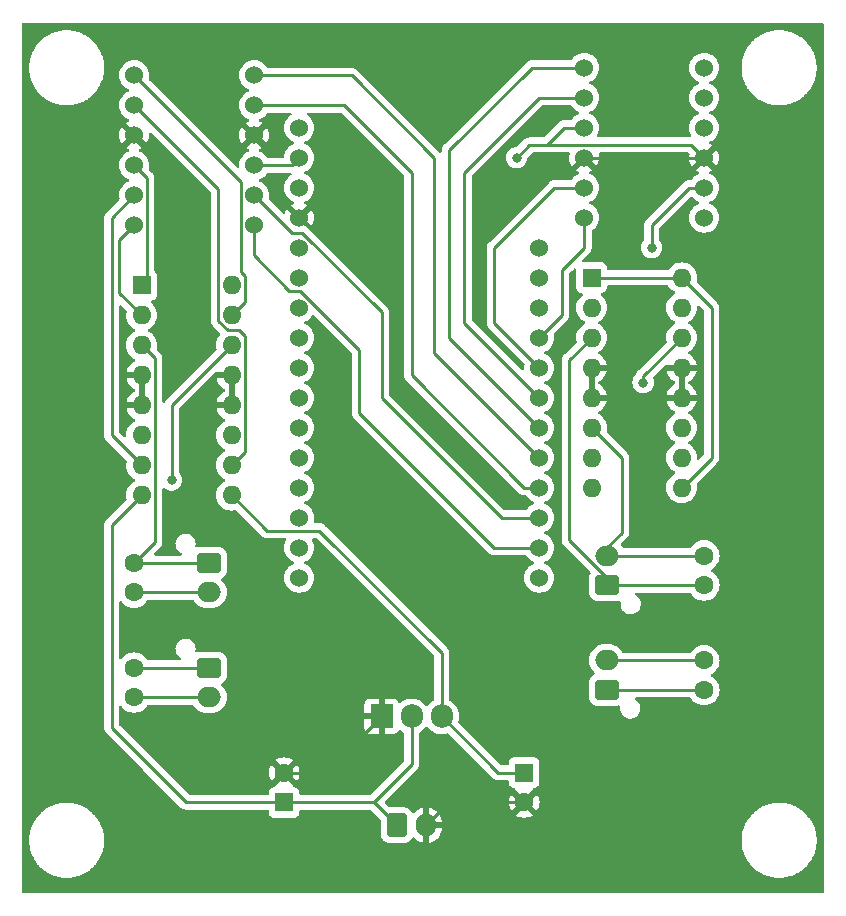
<source format=gtl>
%TF.GenerationSoftware,KiCad,Pcbnew,7.0.9*%
%TF.CreationDate,2024-11-13T11:23:37-07:00*%
%TF.ProjectId,fullOptBattleCartV1,66756c6c-4f70-4744-9261-74746c654361,rev?*%
%TF.SameCoordinates,Original*%
%TF.FileFunction,Copper,L1,Top*%
%TF.FilePolarity,Positive*%
%FSLAX46Y46*%
G04 Gerber Fmt 4.6, Leading zero omitted, Abs format (unit mm)*
G04 Created by KiCad (PCBNEW 7.0.9) date 2024-11-13 11:23:37*
%MOMM*%
%LPD*%
G01*
G04 APERTURE LIST*
G04 Aperture macros list*
%AMRoundRect*
0 Rectangle with rounded corners*
0 $1 Rounding radius*
0 $2 $3 $4 $5 $6 $7 $8 $9 X,Y pos of 4 corners*
0 Add a 4 corners polygon primitive as box body*
4,1,4,$2,$3,$4,$5,$6,$7,$8,$9,$2,$3,0*
0 Add four circle primitives for the rounded corners*
1,1,$1+$1,$2,$3*
1,1,$1+$1,$4,$5*
1,1,$1+$1,$6,$7*
1,1,$1+$1,$8,$9*
0 Add four rect primitives between the rounded corners*
20,1,$1+$1,$2,$3,$4,$5,0*
20,1,$1+$1,$4,$5,$6,$7,0*
20,1,$1+$1,$6,$7,$8,$9,0*
20,1,$1+$1,$8,$9,$2,$3,0*%
G04 Aperture macros list end*
%TA.AperFunction,ComponentPad*%
%ADD10C,1.600000*%
%TD*%
%TA.AperFunction,ComponentPad*%
%ADD11RoundRect,0.250000X-0.750000X0.600000X-0.750000X-0.600000X0.750000X-0.600000X0.750000X0.600000X0*%
%TD*%
%TA.AperFunction,ComponentPad*%
%ADD12O,2.000000X1.700000*%
%TD*%
%TA.AperFunction,ComponentPad*%
%ADD13R,1.600000X1.600000*%
%TD*%
%TA.AperFunction,ComponentPad*%
%ADD14C,1.524000*%
%TD*%
%TA.AperFunction,ComponentPad*%
%ADD15RoundRect,0.250000X0.750000X-0.600000X0.750000X0.600000X-0.750000X0.600000X-0.750000X-0.600000X0*%
%TD*%
%TA.AperFunction,ComponentPad*%
%ADD16O,1.600000X1.600000*%
%TD*%
%TA.AperFunction,ComponentPad*%
%ADD17R,1.905000X2.000000*%
%TD*%
%TA.AperFunction,ComponentPad*%
%ADD18O,1.905000X2.000000*%
%TD*%
%TA.AperFunction,ComponentPad*%
%ADD19RoundRect,0.250000X-0.600000X-0.750000X0.600000X-0.750000X0.600000X0.750000X-0.600000X0.750000X0*%
%TD*%
%TA.AperFunction,ComponentPad*%
%ADD20O,1.700000X2.000000*%
%TD*%
%TA.AperFunction,ViaPad*%
%ADD21C,0.800000*%
%TD*%
%TA.AperFunction,Conductor*%
%ADD22C,0.250000*%
%TD*%
G04 APERTURE END LIST*
D10*
%TO.P,C1,1*%
%TO.N,Net-(M1-+)*%
X50165000Y-78125000D03*
%TO.P,C1,2*%
%TO.N,Net-(M1--)*%
X50165000Y-80625000D03*
%TD*%
D11*
%TO.P,M1,1,+*%
%TO.N,Net-(M1-+)*%
X56515000Y-78105000D03*
D12*
%TO.P,M1,2,-*%
%TO.N,Net-(M1--)*%
X56515000Y-80605000D03*
%TD*%
D10*
%TO.P,C2,1*%
%TO.N,Net-(M2-+)*%
X50165000Y-86995000D03*
%TO.P,C2,2*%
%TO.N,Net-(M2--)*%
X50165000Y-89495000D03*
%TD*%
D13*
%TO.P,C5,1*%
%TO.N,Net-(BT1-+)*%
X62865000Y-98385000D03*
D10*
%TO.P,C5,2*%
%TO.N,Net-(BT1--)*%
X62865000Y-95885000D03*
%TD*%
D14*
%TO.P,U1,1,RST*%
%TO.N,unconnected-(U1-RST-Pad1)*%
X64135000Y-41275000D03*
%TO.P,U1,2,3V3*%
%TO.N,Net-(U1-3V3)*%
X64135000Y-43815000D03*
%TO.P,U1,3,MD*%
%TO.N,unconnected-(U1-MD-Pad3)*%
X64135000Y-46355000D03*
%TO.P,U1,4,GND*%
%TO.N,Net-(BT1--)*%
X64135000Y-48895000D03*
%TO.P,U1,5,A0*%
%TO.N,unconnected-(U1-A0-Pad5)*%
X64135000Y-51435000D03*
%TO.P,U1,6,A1*%
%TO.N,unconnected-(U1-A1-Pad6)*%
X64135000Y-53975000D03*
%TO.P,U1,7,A2*%
%TO.N,unconnected-(U1-A2-Pad7)*%
X64135000Y-56515000D03*
%TO.P,U1,8,A3*%
%TO.N,unconnected-(U1-A3-Pad8)*%
X64135000Y-59055000D03*
%TO.P,U1,9,A4*%
%TO.N,unconnected-(U1-A4-Pad9)*%
X64135000Y-61595000D03*
%TO.P,U1,10,A5*%
%TO.N,unconnected-(U1-A5-Pad10)*%
X64135000Y-64135000D03*
%TO.P,U1,11,SCK*%
%TO.N,unconnected-(U1-SCK-Pad11)*%
X64135000Y-66675000D03*
%TO.P,U1,12,MO*%
%TO.N,unconnected-(U1-MO-Pad12)*%
X64135000Y-69215000D03*
%TO.P,U1,13,MI*%
%TO.N,unconnected-(U1-MI-Pad13)*%
X64135000Y-71755000D03*
%TO.P,U1,14,RX*%
%TO.N,unconnected-(U1-RX-Pad14)*%
X64135000Y-74295000D03*
%TO.P,U1,15,TX*%
%TO.N,unconnected-(U1-TX-Pad15)*%
X64135000Y-76835000D03*
%TO.P,U1,16,NC*%
%TO.N,unconnected-(U1-NC-Pad16)*%
X64135000Y-79375000D03*
%TO.P,U1,17,SDA*%
%TO.N,unconnected-(U1-SDA-Pad17)*%
X84455000Y-79375000D03*
%TO.P,U1,18,SCL*%
%TO.N,Net-(U1-SCL)*%
X84455000Y-76835000D03*
%TO.P,U1,19,D2*%
%TO.N,Net-(U1-D2)*%
X84455000Y-74295000D03*
%TO.P,U1,20,D3*%
%TO.N,Net-(U1-D3)*%
X84455000Y-71755000D03*
%TO.P,U1,21,D4*%
%TO.N,Net-(U1-D4)*%
X84455000Y-69215000D03*
%TO.P,U1,22,D5*%
%TO.N,Net-(U1-D5)*%
X84455000Y-66675000D03*
%TO.P,U1,23,D6*%
%TO.N,Net-(U1-D6)*%
X84455000Y-64135000D03*
%TO.P,U1,24,D7*%
%TO.N,Net-(U1-D7)*%
X84455000Y-61595000D03*
%TO.P,U1,25,D8*%
%TO.N,Net-(U1-D8)*%
X84455000Y-59055000D03*
%TO.P,U1,26,USB*%
%TO.N,Net-(U1-USB)*%
X84455000Y-56515000D03*
%TO.P,U1,27,EN*%
%TO.N,unconnected-(U1-EN-Pad27)*%
X84455000Y-53975000D03*
%TO.P,U1,28,Li+*%
%TO.N,unconnected-(U1-Li+-Pad28)*%
X84455000Y-51435000D03*
%TD*%
D15*
%TO.P,M4,1,+*%
%TO.N,Net-(M4-+)*%
X90170000Y-88860000D03*
D12*
%TO.P,M4,2,-*%
%TO.N,Net-(M4--)*%
X90170000Y-86360000D03*
%TD*%
D10*
%TO.P,C3,1*%
%TO.N,Net-(M3-+)*%
X98425000Y-80010000D03*
%TO.P,C3,2*%
%TO.N,Net-(M3--)*%
X98425000Y-77510000D03*
%TD*%
%TO.P,C4,1*%
%TO.N,Net-(M4-+)*%
X98425000Y-88880000D03*
%TO.P,C4,2*%
%TO.N,Net-(M4--)*%
X98425000Y-86380000D03*
%TD*%
D13*
%TO.P,U4,1,EN1\u002C2*%
%TO.N,Net-(U1-USB)*%
X50800000Y-54610000D03*
D16*
%TO.P,U4,2,1A*%
%TO.N,Net-(U2-HV1)*%
X50800000Y-57150000D03*
%TO.P,U4,3,1Y*%
%TO.N,Net-(M1-+)*%
X50800000Y-59690000D03*
%TO.P,U4,4,GND*%
%TO.N,Net-(BT1--)*%
X50800000Y-62230000D03*
%TO.P,U4,5,GND*%
X50800000Y-64770000D03*
%TO.P,U4,6,2Y*%
%TO.N,Net-(M1--)*%
X50800000Y-67310000D03*
%TO.P,U4,7,2A*%
%TO.N,Net-(U2-HV2)*%
X50800000Y-69850000D03*
%TO.P,U4,8,VCC2*%
%TO.N,Net-(BT1-+)*%
X50800000Y-72390000D03*
%TO.P,U4,9,EN3\u002C4*%
%TO.N,Net-(U1-USB)*%
X58420000Y-72390000D03*
%TO.P,U4,10,3A*%
%TO.N,Net-(U2-HV3)*%
X58420000Y-69850000D03*
%TO.P,U4,11,3Y*%
%TO.N,Net-(M2-+)*%
X58420000Y-67310000D03*
%TO.P,U4,12,GND*%
%TO.N,Net-(BT1--)*%
X58420000Y-64770000D03*
%TO.P,U4,13,GND*%
X58420000Y-62230000D03*
%TO.P,U4,14,4Y*%
%TO.N,Net-(M2--)*%
X58420000Y-59690000D03*
%TO.P,U4,15,4A*%
%TO.N,Net-(U2-HV4)*%
X58420000Y-57150000D03*
%TO.P,U4,16,VCC1*%
%TO.N,Net-(U1-USB)*%
X58420000Y-54610000D03*
%TD*%
D17*
%TO.P,U6,1,GND*%
%TO.N,Net-(BT1--)*%
X71120000Y-91115000D03*
D18*
%TO.P,U6,2,VI*%
%TO.N,Net-(BT1-+)*%
X73660000Y-91115000D03*
%TO.P,U6,3,VO*%
%TO.N,Net-(U1-USB)*%
X76200000Y-91115000D03*
%TD*%
D14*
%TO.P,U3,1,LV1*%
%TO.N,Net-(U1-D5)*%
X88265000Y-36195000D03*
%TO.P,U3,2,LV2*%
%TO.N,Net-(U1-D6)*%
X88265000Y-38735000D03*
%TO.P,U3,3,LV*%
%TO.N,Net-(U1-3V3)*%
X88265000Y-41275000D03*
%TO.P,U3,4,GND*%
%TO.N,Net-(BT1--)*%
X88265000Y-43815000D03*
%TO.P,U3,5,LV3*%
%TO.N,Net-(U1-D7)*%
X88265000Y-46355000D03*
%TO.P,U3,6,LV4*%
%TO.N,Net-(U1-D8)*%
X88265000Y-48895000D03*
%TO.P,U3,7,HV4*%
%TO.N,Net-(U3-HV4)*%
X98425000Y-48895000D03*
%TO.P,U3,8,HV3*%
%TO.N,Net-(U3-HV3)*%
X98425000Y-46355000D03*
%TO.P,U3,9,GND*%
%TO.N,Net-(BT1--)*%
X98425000Y-43815000D03*
%TO.P,U3,10,HV*%
%TO.N,Net-(U1-USB)*%
X98425000Y-41275000D03*
%TO.P,U3,11,HV2*%
%TO.N,Net-(U3-HV2)*%
X98425000Y-38735000D03*
%TO.P,U3,12,HV1*%
%TO.N,Net-(U3-HV1)*%
X98425000Y-36195000D03*
%TD*%
%TO.P,U2,1,LV1*%
%TO.N,Net-(U1-SCL)*%
X60325000Y-49530000D03*
%TO.P,U2,2,LV2*%
%TO.N,Net-(U1-D2)*%
X60325000Y-46990000D03*
%TO.P,U2,3,LV*%
%TO.N,Net-(U1-3V3)*%
X60325000Y-44450000D03*
%TO.P,U2,4,GND*%
%TO.N,Net-(BT1--)*%
X60325000Y-41910000D03*
%TO.P,U2,5,LV3*%
%TO.N,Net-(U1-D3)*%
X60325000Y-39370000D03*
%TO.P,U2,6,LV4*%
%TO.N,Net-(U1-D4)*%
X60325000Y-36830000D03*
%TO.P,U2,7,HV4*%
%TO.N,Net-(U2-HV4)*%
X50165000Y-36830000D03*
%TO.P,U2,8,HV3*%
%TO.N,Net-(U2-HV3)*%
X50165000Y-39370000D03*
%TO.P,U2,9,GND*%
%TO.N,Net-(BT1--)*%
X50165000Y-41910000D03*
%TO.P,U2,10,HV*%
%TO.N,Net-(U1-USB)*%
X50165000Y-44450000D03*
%TO.P,U2,11,HV2*%
%TO.N,Net-(U2-HV2)*%
X50165000Y-46990000D03*
%TO.P,U2,12,HV1*%
%TO.N,Net-(U2-HV1)*%
X50165000Y-49530000D03*
%TD*%
D15*
%TO.P,M3,1,+*%
%TO.N,Net-(M3-+)*%
X90210000Y-80010000D03*
D12*
%TO.P,M3,2,-*%
%TO.N,Net-(M3--)*%
X90210000Y-77510000D03*
%TD*%
D13*
%TO.P,C6,1*%
%TO.N,Net-(U1-USB)*%
X83185000Y-95885000D03*
D10*
%TO.P,C6,2*%
%TO.N,Net-(BT1--)*%
X83185000Y-98385000D03*
%TD*%
D19*
%TO.P,BT1,1,+*%
%TO.N,Net-(BT1-+)*%
X72410000Y-100330000D03*
D20*
%TO.P,BT1,2,-*%
%TO.N,Net-(BT1--)*%
X74910000Y-100330000D03*
%TD*%
D11*
%TO.P,M2,1,+*%
%TO.N,Net-(M2-+)*%
X56515000Y-86995000D03*
D12*
%TO.P,M2,2,-*%
%TO.N,Net-(M2--)*%
X56515000Y-89495000D03*
%TD*%
D13*
%TO.P,U5,1,EN1\u002C2*%
%TO.N,Net-(U1-USB)*%
X88900000Y-53975000D03*
D16*
%TO.P,U5,2,1A*%
%TO.N,Net-(U3-HV1)*%
X88900000Y-56515000D03*
%TO.P,U5,3,1Y*%
%TO.N,Net-(M3-+)*%
X88900000Y-59055000D03*
%TO.P,U5,4,GND*%
%TO.N,Net-(BT1--)*%
X88900000Y-61595000D03*
%TO.P,U5,5,GND*%
X88900000Y-64135000D03*
%TO.P,U5,6,2Y*%
%TO.N,Net-(M3--)*%
X88900000Y-66675000D03*
%TO.P,U5,7,2A*%
%TO.N,Net-(U3-HV2)*%
X88900000Y-69215000D03*
%TO.P,U5,8,VCC2*%
%TO.N,Net-(BT1-+)*%
X88900000Y-71755000D03*
%TO.P,U5,9,EN3\u002C4*%
%TO.N,Net-(U1-USB)*%
X96520000Y-71755000D03*
%TO.P,U5,10,3A*%
%TO.N,Net-(U3-HV3)*%
X96520000Y-69215000D03*
%TO.P,U5,11,3Y*%
%TO.N,Net-(M4-+)*%
X96520000Y-66675000D03*
%TO.P,U5,12,GND*%
%TO.N,Net-(BT1--)*%
X96520000Y-64135000D03*
%TO.P,U5,13,GND*%
X96520000Y-61595000D03*
%TO.P,U5,14,4Y*%
%TO.N,Net-(M4--)*%
X96520000Y-59055000D03*
%TO.P,U5,15,4A*%
%TO.N,Net-(U3-HV4)*%
X96520000Y-56515000D03*
%TO.P,U5,16,VCC1*%
%TO.N,Net-(U1-USB)*%
X96520000Y-53975000D03*
%TD*%
D21*
%TO.N,Net-(M2--)*%
X53340000Y-71120000D03*
%TO.N,Net-(M4--)*%
X93255500Y-62865000D03*
%TO.N,Net-(U1-3V3)*%
X82550000Y-43815000D03*
%TO.N,Net-(U3-HV3)*%
X93980000Y-51435000D03*
%TD*%
D22*
%TO.N,Net-(BT1-+)*%
X70445000Y-98385000D02*
X70465000Y-98385000D01*
X50800000Y-72390000D02*
X48260000Y-74930000D01*
X54570000Y-98385000D02*
X62865000Y-98385000D01*
X73660000Y-91115000D02*
X73660000Y-95170000D01*
X48260000Y-92075000D02*
X54570000Y-98385000D01*
X73660000Y-95170000D02*
X70445000Y-98385000D01*
X62865000Y-98385000D02*
X70445000Y-98385000D01*
X70465000Y-98385000D02*
X72410000Y-100330000D01*
X48260000Y-74930000D02*
X48260000Y-92075000D01*
%TO.N,Net-(BT1--)*%
X50800000Y-62230000D02*
X50800000Y-64770000D01*
X76855000Y-98385000D02*
X74910000Y-100330000D01*
X62865000Y-95885000D02*
X66350000Y-95885000D01*
X58420000Y-62230000D02*
X58420000Y-64770000D01*
X96520000Y-64135000D02*
X88900000Y-64135000D01*
X66350000Y-95885000D02*
X71120000Y-91115000D01*
X88900000Y-64135000D02*
X88900000Y-61595000D01*
X96520000Y-64135000D02*
X96520000Y-61595000D01*
X97788604Y-43815000D02*
X98106802Y-44133198D01*
X83185000Y-98385000D02*
X76855000Y-98385000D01*
X88265000Y-43815000D02*
X97788604Y-43815000D01*
%TO.N,Net-(M1-+)*%
X50800000Y-59690000D02*
X51925000Y-60815000D01*
X56495000Y-78125000D02*
X56515000Y-78105000D01*
X51925000Y-60815000D02*
X51925000Y-76365000D01*
X50165000Y-78125000D02*
X56495000Y-78125000D01*
X51925000Y-76365000D02*
X50165000Y-78125000D01*
%TO.N,Net-(M1--)*%
X50165000Y-80625000D02*
X56495000Y-80625000D01*
X56495000Y-80625000D02*
X56515000Y-80605000D01*
%TO.N,Net-(M2-+)*%
X50165000Y-86995000D02*
X56515000Y-86995000D01*
%TO.N,Net-(M2--)*%
X53340000Y-69215000D02*
X53340000Y-71120000D01*
X53340000Y-64770000D02*
X53340000Y-69215000D01*
X50165000Y-89495000D02*
X56515000Y-89495000D01*
X58420000Y-59690000D02*
X53340000Y-64770000D01*
%TO.N,Net-(M3-+)*%
X86995000Y-60960000D02*
X86995000Y-76200000D01*
X88900000Y-59055000D02*
X86995000Y-60960000D01*
X90210000Y-79415000D02*
X90210000Y-80010000D01*
X98425000Y-80010000D02*
X90210000Y-80010000D01*
X86995000Y-76200000D02*
X90210000Y-79415000D01*
%TO.N,Net-(M3--)*%
X90210000Y-76795000D02*
X90210000Y-77510000D01*
X88900000Y-66675000D02*
X91440000Y-69215000D01*
X91440000Y-75565000D02*
X90210000Y-76795000D01*
X98425000Y-77510000D02*
X90210000Y-77510000D01*
X91440000Y-69215000D02*
X91440000Y-75565000D01*
%TO.N,Net-(M4-+)*%
X98425000Y-88880000D02*
X90190000Y-88880000D01*
X90190000Y-88880000D02*
X90170000Y-88860000D01*
%TO.N,Net-(M4--)*%
X98425000Y-86380000D02*
X90190000Y-86380000D01*
X96520000Y-59055000D02*
X93255500Y-62319500D01*
X93255500Y-62319500D02*
X93255500Y-62865000D01*
X90190000Y-86380000D02*
X90170000Y-86360000D01*
%TO.N,Net-(U1-USB)*%
X50165000Y-44450000D02*
X51252000Y-45537000D01*
X99060000Y-69215000D02*
X99060000Y-56515000D01*
X58420000Y-72390000D02*
X61412000Y-75382000D01*
X51252000Y-45537000D02*
X51252000Y-54158000D01*
X76200000Y-85725000D02*
X76200000Y-91115000D01*
X96520000Y-53975000D02*
X88900000Y-53975000D01*
X80970000Y-95885000D02*
X76200000Y-91115000D01*
X65857000Y-75382000D02*
X76200000Y-85725000D01*
X83185000Y-95885000D02*
X80970000Y-95885000D01*
X61412000Y-75382000D02*
X65857000Y-75382000D01*
X99060000Y-56515000D02*
X96520000Y-53975000D01*
X51252000Y-54158000D02*
X50800000Y-54610000D01*
X96520000Y-71755000D02*
X99060000Y-69215000D01*
%TO.N,Net-(U1-3V3)*%
X83820000Y-42728000D02*
X85090000Y-42728000D01*
X97338000Y-42728000D02*
X98425000Y-43815000D01*
X85090000Y-42728000D02*
X97338000Y-42728000D01*
X60325000Y-44450000D02*
X63500000Y-44450000D01*
X63500000Y-44450000D02*
X64135000Y-43815000D01*
X86543000Y-41275000D02*
X85090000Y-42728000D01*
X83637000Y-42728000D02*
X83820000Y-42728000D01*
X82550000Y-43815000D02*
X83637000Y-42728000D01*
X88265000Y-41275000D02*
X86543000Y-41275000D01*
%TO.N,Net-(U1-SCL)*%
X69215000Y-65405000D02*
X69215000Y-60057749D01*
X63317000Y-55062000D02*
X60325000Y-52070000D01*
X69215000Y-60057749D02*
X64219251Y-55062000D01*
X80645000Y-76835000D02*
X69215000Y-65405000D01*
X64219251Y-55062000D02*
X63317000Y-55062000D01*
X84455000Y-76835000D02*
X80645000Y-76835000D01*
X60325000Y-52070000D02*
X60325000Y-49530000D01*
%TO.N,Net-(U1-D2)*%
X81280000Y-74295000D02*
X71120000Y-64135000D01*
X84455000Y-74295000D02*
X81280000Y-74295000D01*
X71120000Y-56882749D02*
X64402251Y-50165000D01*
X63500000Y-50165000D02*
X60325000Y-46990000D01*
X71120000Y-64135000D02*
X71120000Y-56882749D01*
X64402251Y-50165000D02*
X63500000Y-50165000D01*
%TO.N,Net-(U1-D3)*%
X67945000Y-39370000D02*
X60325000Y-39370000D01*
X84455000Y-71755000D02*
X83185000Y-71755000D01*
X83185000Y-71755000D02*
X73660000Y-62230000D01*
X73660000Y-62230000D02*
X73660000Y-45085000D01*
X73660000Y-45085000D02*
X67945000Y-39370000D01*
%TO.N,Net-(U1-D4)*%
X84455000Y-69215000D02*
X75565000Y-60325000D01*
X75565000Y-43815000D02*
X68580000Y-36830000D01*
X75565000Y-60325000D02*
X75565000Y-43815000D01*
X68580000Y-36830000D02*
X60325000Y-36830000D01*
%TO.N,Net-(U1-D5)*%
X83820000Y-36195000D02*
X76835000Y-43180000D01*
X76835000Y-43180000D02*
X76835000Y-59055000D01*
X76835000Y-59055000D02*
X84455000Y-66675000D01*
X88265000Y-36195000D02*
X83820000Y-36195000D01*
%TO.N,Net-(U1-D6)*%
X78105000Y-57785000D02*
X84455000Y-64135000D01*
X78105000Y-45085000D02*
X78105000Y-57785000D01*
X88265000Y-38735000D02*
X84455000Y-38735000D01*
X84455000Y-38735000D02*
X78105000Y-45085000D01*
%TO.N,Net-(U1-D7)*%
X80645000Y-57785000D02*
X84455000Y-61595000D01*
X88265000Y-46355000D02*
X85725000Y-46355000D01*
X85725000Y-46355000D02*
X80645000Y-51435000D01*
X80645000Y-51435000D02*
X80645000Y-57785000D01*
%TO.N,Net-(U1-D8)*%
X86360000Y-57150000D02*
X84455000Y-59055000D01*
X88265000Y-51435000D02*
X86360000Y-53340000D01*
X86360000Y-53340000D02*
X86360000Y-57150000D01*
X88265000Y-48895000D02*
X88265000Y-51435000D01*
%TO.N,Net-(U2-HV4)*%
X59545000Y-53830000D02*
X59545000Y-56025000D01*
X59238000Y-45903000D02*
X59238000Y-53523000D01*
X59545000Y-56025000D02*
X58420000Y-57150000D01*
X59238000Y-53523000D02*
X59545000Y-53830000D01*
X50165000Y-36830000D02*
X59238000Y-45903000D01*
%TO.N,Net-(U2-HV3)*%
X59545000Y-58910000D02*
X59545000Y-68725000D01*
X50165000Y-39370000D02*
X57295000Y-46500000D01*
X59545000Y-68725000D02*
X58420000Y-69850000D01*
X57295000Y-57615991D02*
X58099009Y-58420000D01*
X58099009Y-58420000D02*
X59055000Y-58420000D01*
X57295000Y-46500000D02*
X57295000Y-57615991D01*
X59055000Y-58420000D02*
X59545000Y-58910000D01*
%TO.N,Net-(U2-HV2)*%
X48260000Y-48895000D02*
X48260000Y-67310000D01*
X50165000Y-46990000D02*
X48260000Y-48895000D01*
X48260000Y-67310000D02*
X50800000Y-69850000D01*
%TO.N,Net-(U2-HV1)*%
X50165000Y-49530000D02*
X48895000Y-50800000D01*
X48895000Y-50800000D02*
X48895000Y-55245000D01*
X48895000Y-55245000D02*
X50800000Y-57150000D01*
%TO.N,Net-(U3-HV3)*%
X98425000Y-46355000D02*
X97155000Y-46355000D01*
X97155000Y-46355000D02*
X93980000Y-49530000D01*
X93980000Y-49530000D02*
X93980000Y-51435000D01*
%TD*%
%TA.AperFunction,Conductor*%
%TO.N,Net-(BT1--)*%
G36*
X57117221Y-61979881D02*
G01*
X57117382Y-61980000D01*
X58104314Y-61980000D01*
X58092359Y-61991955D01*
X58034835Y-62104852D01*
X58015014Y-62230000D01*
X58034835Y-62355148D01*
X58092359Y-62468045D01*
X58104314Y-62480000D01*
X57141128Y-62480000D01*
X57193730Y-62676317D01*
X57193734Y-62676326D01*
X57289865Y-62882482D01*
X57420342Y-63068820D01*
X57581179Y-63229657D01*
X57767517Y-63360134D01*
X57826457Y-63387618D01*
X57878896Y-63433790D01*
X57898048Y-63500984D01*
X57877832Y-63567865D01*
X57826457Y-63612382D01*
X57767517Y-63639865D01*
X57581179Y-63770342D01*
X57420342Y-63931179D01*
X57289865Y-64117517D01*
X57193734Y-64323673D01*
X57193730Y-64323682D01*
X57141127Y-64519999D01*
X57141128Y-64520000D01*
X58104314Y-64520000D01*
X58092359Y-64531955D01*
X58034835Y-64644852D01*
X58015014Y-64770000D01*
X58034835Y-64895148D01*
X58092359Y-65008045D01*
X58104314Y-65020000D01*
X57141128Y-65020000D01*
X57193730Y-65216317D01*
X57193734Y-65216326D01*
X57289865Y-65422482D01*
X57420342Y-65608820D01*
X57581179Y-65769657D01*
X57767518Y-65900134D01*
X57767520Y-65900135D01*
X57825865Y-65927342D01*
X57878305Y-65973514D01*
X57897457Y-66040707D01*
X57877242Y-66107589D01*
X57825867Y-66152105D01*
X57767266Y-66179432D01*
X57767264Y-66179433D01*
X57580858Y-66309954D01*
X57419954Y-66470858D01*
X57289432Y-66657265D01*
X57289431Y-66657267D01*
X57193261Y-66863502D01*
X57193258Y-66863511D01*
X57134366Y-67083302D01*
X57134364Y-67083313D01*
X57114532Y-67309998D01*
X57114532Y-67310001D01*
X57134364Y-67536686D01*
X57134366Y-67536697D01*
X57193258Y-67756488D01*
X57193261Y-67756497D01*
X57289431Y-67962732D01*
X57289432Y-67962734D01*
X57419954Y-68149141D01*
X57580858Y-68310045D01*
X57580861Y-68310047D01*
X57767266Y-68440568D01*
X57825275Y-68467618D01*
X57877714Y-68513791D01*
X57896866Y-68580984D01*
X57876650Y-68647865D01*
X57825275Y-68692381D01*
X57818573Y-68695507D01*
X57767267Y-68719431D01*
X57767265Y-68719432D01*
X57580858Y-68849954D01*
X57419954Y-69010858D01*
X57289432Y-69197265D01*
X57289431Y-69197267D01*
X57193261Y-69403502D01*
X57193258Y-69403511D01*
X57134366Y-69623302D01*
X57134364Y-69623313D01*
X57114532Y-69849998D01*
X57114532Y-69850001D01*
X57134364Y-70076686D01*
X57134366Y-70076697D01*
X57193258Y-70296488D01*
X57193261Y-70296497D01*
X57289431Y-70502732D01*
X57289432Y-70502734D01*
X57419954Y-70689141D01*
X57580858Y-70850045D01*
X57580861Y-70850047D01*
X57767266Y-70980568D01*
X57819562Y-71004954D01*
X57825275Y-71007618D01*
X57877714Y-71053791D01*
X57896866Y-71120984D01*
X57876650Y-71187865D01*
X57825275Y-71232382D01*
X57767267Y-71259431D01*
X57767265Y-71259432D01*
X57580858Y-71389954D01*
X57419954Y-71550858D01*
X57289432Y-71737265D01*
X57289431Y-71737267D01*
X57193261Y-71943502D01*
X57193258Y-71943511D01*
X57134366Y-72163302D01*
X57134364Y-72163313D01*
X57114532Y-72389998D01*
X57114532Y-72390001D01*
X57134364Y-72616686D01*
X57134366Y-72616697D01*
X57193258Y-72836488D01*
X57193261Y-72836497D01*
X57289431Y-73042732D01*
X57289432Y-73042734D01*
X57419954Y-73229141D01*
X57580858Y-73390045D01*
X57580861Y-73390047D01*
X57767266Y-73520568D01*
X57973504Y-73616739D01*
X58193308Y-73675635D01*
X58350780Y-73689412D01*
X58419998Y-73695468D01*
X58420000Y-73695468D01*
X58420002Y-73695468D01*
X58476673Y-73690509D01*
X58646692Y-73675635D01*
X58715048Y-73657319D01*
X58784897Y-73658982D01*
X58834822Y-73689413D01*
X60911197Y-75765788D01*
X60921022Y-75778051D01*
X60921243Y-75777869D01*
X60926214Y-75783878D01*
X60952217Y-75808295D01*
X60976635Y-75831226D01*
X60997529Y-75852120D01*
X61003011Y-75856373D01*
X61007443Y-75860157D01*
X61041418Y-75892062D01*
X61058976Y-75901714D01*
X61075233Y-75912393D01*
X61091064Y-75924673D01*
X61110737Y-75933186D01*
X61133833Y-75943182D01*
X61139077Y-75945750D01*
X61179908Y-75968197D01*
X61192523Y-75971435D01*
X61199305Y-75973177D01*
X61217719Y-75979481D01*
X61236104Y-75987438D01*
X61282157Y-75994732D01*
X61287826Y-75995906D01*
X61332981Y-76007500D01*
X61353016Y-76007500D01*
X61372413Y-76009026D01*
X61392196Y-76012160D01*
X61438584Y-76007775D01*
X61444422Y-76007500D01*
X62934992Y-76007500D01*
X63002031Y-76027185D01*
X63047786Y-76079989D01*
X63057730Y-76149147D01*
X63039162Y-76196070D01*
X63040172Y-76196653D01*
X63037465Y-76201340D01*
X62944107Y-76401548D01*
X62944104Y-76401554D01*
X62886930Y-76614929D01*
X62886929Y-76614937D01*
X62867677Y-76834997D01*
X62867677Y-76835002D01*
X62886929Y-77055062D01*
X62886930Y-77055070D01*
X62944104Y-77268445D01*
X62944105Y-77268447D01*
X62944106Y-77268450D01*
X63031091Y-77454991D01*
X63037466Y-77468662D01*
X63037468Y-77468666D01*
X63164170Y-77649615D01*
X63164175Y-77649621D01*
X63320378Y-77805824D01*
X63320384Y-77805829D01*
X63501333Y-77932531D01*
X63501335Y-77932532D01*
X63501338Y-77932534D01*
X63620748Y-77988215D01*
X63630189Y-77992618D01*
X63682628Y-78038790D01*
X63701780Y-78105984D01*
X63681564Y-78172865D01*
X63630189Y-78217382D01*
X63501340Y-78277465D01*
X63501338Y-78277466D01*
X63320377Y-78404175D01*
X63164175Y-78560377D01*
X63037466Y-78741338D01*
X63037465Y-78741340D01*
X62944107Y-78941548D01*
X62944104Y-78941554D01*
X62886930Y-79154929D01*
X62886929Y-79154937D01*
X62867677Y-79374997D01*
X62867677Y-79375002D01*
X62886929Y-79595062D01*
X62886930Y-79595070D01*
X62944104Y-79808445D01*
X62944105Y-79808447D01*
X62944106Y-79808450D01*
X63024259Y-79980340D01*
X63037466Y-80008662D01*
X63037468Y-80008666D01*
X63164170Y-80189615D01*
X63164175Y-80189621D01*
X63320378Y-80345824D01*
X63320384Y-80345829D01*
X63501333Y-80472531D01*
X63501335Y-80472532D01*
X63501338Y-80472534D01*
X63701550Y-80565894D01*
X63914932Y-80623070D01*
X64057011Y-80635500D01*
X64134998Y-80642323D01*
X64135000Y-80642323D01*
X64135002Y-80642323D01*
X64190017Y-80637509D01*
X64355068Y-80623070D01*
X64568450Y-80565894D01*
X64768662Y-80472534D01*
X64949620Y-80345826D01*
X65105826Y-80189620D01*
X65232534Y-80008662D01*
X65325894Y-79808450D01*
X65383070Y-79595068D01*
X65402323Y-79375000D01*
X65400771Y-79357265D01*
X65384708Y-79173656D01*
X65383070Y-79154932D01*
X65325894Y-78941550D01*
X65232534Y-78741339D01*
X65134205Y-78600910D01*
X65105827Y-78560381D01*
X65055491Y-78510045D01*
X64949620Y-78404174D01*
X64949616Y-78404171D01*
X64949615Y-78404170D01*
X64768666Y-78277468D01*
X64768658Y-78277464D01*
X64639811Y-78217382D01*
X64587371Y-78171210D01*
X64568219Y-78104017D01*
X64588435Y-78037135D01*
X64639811Y-77992618D01*
X64645802Y-77989824D01*
X64768662Y-77932534D01*
X64949620Y-77805826D01*
X65105826Y-77649620D01*
X65232534Y-77468662D01*
X65325894Y-77268450D01*
X65383070Y-77055068D01*
X65400487Y-76855986D01*
X65402323Y-76835002D01*
X65402323Y-76834997D01*
X65391341Y-76709474D01*
X65383070Y-76614932D01*
X65325894Y-76401550D01*
X65232534Y-76201339D01*
X65232530Y-76201334D01*
X65229828Y-76196653D01*
X65231158Y-76195884D01*
X65211105Y-76136408D01*
X65228121Y-76068642D01*
X65279072Y-76020833D01*
X65335008Y-76007500D01*
X65546548Y-76007500D01*
X65613587Y-76027185D01*
X65634229Y-76043819D01*
X75538181Y-85947771D01*
X75571666Y-86009094D01*
X75574500Y-86035452D01*
X75574500Y-89679990D01*
X75554815Y-89747029D01*
X75509518Y-89789044D01*
X75402567Y-89846923D01*
X75402558Y-89846929D01*
X75268456Y-89951305D01*
X75212537Y-89994829D01*
X75212534Y-89994831D01*
X75212534Y-89994832D01*
X75198049Y-90010567D01*
X75049449Y-90171990D01*
X75033808Y-90195931D01*
X74980661Y-90241287D01*
X74911430Y-90250710D01*
X74848094Y-90221207D01*
X74826192Y-90195931D01*
X74810551Y-90171990D01*
X74647463Y-89994829D01*
X74508253Y-89886478D01*
X74457441Y-89846929D01*
X74245665Y-89732321D01*
X74245656Y-89732318D01*
X74017916Y-89654134D01*
X73821766Y-89621403D01*
X73780399Y-89614500D01*
X73539601Y-89614500D01*
X73498234Y-89621403D01*
X73302083Y-89654134D01*
X73074343Y-89732318D01*
X73074334Y-89732321D01*
X72862559Y-89846929D01*
X72719656Y-89958155D01*
X72654662Y-89983797D01*
X72586122Y-89970230D01*
X72535797Y-89921762D01*
X72527312Y-89903633D01*
X72515855Y-89872915D01*
X72515850Y-89872906D01*
X72429690Y-89757812D01*
X72429687Y-89757809D01*
X72314593Y-89671649D01*
X72314586Y-89671645D01*
X72179879Y-89621403D01*
X72179872Y-89621401D01*
X72120344Y-89615000D01*
X71370000Y-89615000D01*
X71370000Y-90623316D01*
X71341181Y-90605791D01*
X71195596Y-90565000D01*
X71082378Y-90565000D01*
X70970217Y-90580416D01*
X70870000Y-90623946D01*
X70870000Y-89615000D01*
X70119655Y-89615000D01*
X70060127Y-89621401D01*
X70060120Y-89621403D01*
X69925413Y-89671645D01*
X69925406Y-89671649D01*
X69810312Y-89757809D01*
X69810309Y-89757812D01*
X69724149Y-89872906D01*
X69724145Y-89872913D01*
X69673903Y-90007620D01*
X69673901Y-90007627D01*
X69667500Y-90067155D01*
X69667500Y-90865000D01*
X70625148Y-90865000D01*
X70576441Y-91002047D01*
X70566123Y-91152886D01*
X70596884Y-91300915D01*
X70630090Y-91365000D01*
X69667500Y-91365000D01*
X69667500Y-92162844D01*
X69673901Y-92222372D01*
X69673903Y-92222379D01*
X69724145Y-92357086D01*
X69724149Y-92357093D01*
X69810309Y-92472187D01*
X69810312Y-92472190D01*
X69925406Y-92558350D01*
X69925413Y-92558354D01*
X70060120Y-92608596D01*
X70060127Y-92608598D01*
X70119655Y-92614999D01*
X70119672Y-92615000D01*
X70870000Y-92615000D01*
X70870000Y-91606683D01*
X70898819Y-91624209D01*
X71044404Y-91665000D01*
X71157622Y-91665000D01*
X71269783Y-91649584D01*
X71370000Y-91606053D01*
X71370000Y-92615000D01*
X72120328Y-92615000D01*
X72120344Y-92614999D01*
X72179872Y-92608598D01*
X72179879Y-92608596D01*
X72314586Y-92558354D01*
X72314593Y-92558350D01*
X72429687Y-92472190D01*
X72429690Y-92472187D01*
X72515850Y-92357093D01*
X72515855Y-92357084D01*
X72527312Y-92326367D01*
X72569182Y-92270433D01*
X72634646Y-92246015D01*
X72702920Y-92260866D01*
X72719655Y-92271844D01*
X72862558Y-92383070D01*
X72862560Y-92383071D01*
X72862562Y-92383073D01*
X72969517Y-92440953D01*
X73019108Y-92490172D01*
X73034500Y-92550008D01*
X73034500Y-94859547D01*
X73014815Y-94926586D01*
X72998181Y-94947228D01*
X70222228Y-97723181D01*
X70160905Y-97756666D01*
X70134547Y-97759500D01*
X64289499Y-97759500D01*
X64222460Y-97739815D01*
X64176705Y-97687011D01*
X64165499Y-97635500D01*
X64165499Y-97537129D01*
X64165498Y-97537123D01*
X64165497Y-97537116D01*
X64159091Y-97477517D01*
X64108796Y-97342669D01*
X64108795Y-97342668D01*
X64108793Y-97342664D01*
X64022547Y-97227455D01*
X64022544Y-97227452D01*
X63907335Y-97141206D01*
X63907328Y-97141202D01*
X63772482Y-97090908D01*
X63772483Y-97090908D01*
X63712883Y-97084501D01*
X63712881Y-97084500D01*
X63712873Y-97084500D01*
X63712864Y-97084500D01*
X63709548Y-97084322D01*
X63709627Y-97082847D01*
X63648215Y-97064815D01*
X63602460Y-97012011D01*
X63594969Y-96968522D01*
X62909401Y-96282953D01*
X62990148Y-96270165D01*
X63103045Y-96212641D01*
X63192641Y-96123045D01*
X63250165Y-96010148D01*
X63262953Y-95929400D01*
X63944025Y-96610472D01*
X63995136Y-96537478D01*
X64091264Y-96331331D01*
X64091269Y-96331317D01*
X64150139Y-96111610D01*
X64150141Y-96111599D01*
X64169966Y-95885002D01*
X64169966Y-95884997D01*
X64150141Y-95658400D01*
X64150139Y-95658389D01*
X64091269Y-95438682D01*
X64091265Y-95438673D01*
X63995133Y-95232516D01*
X63995131Y-95232512D01*
X63944026Y-95159526D01*
X63944025Y-95159526D01*
X63262953Y-95840598D01*
X63250165Y-95759852D01*
X63192641Y-95646955D01*
X63103045Y-95557359D01*
X62990148Y-95499835D01*
X62909400Y-95487046D01*
X63590472Y-94805974D01*
X63590471Y-94805973D01*
X63517483Y-94754866D01*
X63517481Y-94754865D01*
X63311326Y-94658734D01*
X63311317Y-94658730D01*
X63091610Y-94599860D01*
X63091599Y-94599858D01*
X62865002Y-94580034D01*
X62864998Y-94580034D01*
X62638400Y-94599858D01*
X62638389Y-94599860D01*
X62418682Y-94658730D01*
X62418673Y-94658734D01*
X62212513Y-94754868D01*
X62139527Y-94805972D01*
X62139526Y-94805973D01*
X62820600Y-95487046D01*
X62739852Y-95499835D01*
X62626955Y-95557359D01*
X62537359Y-95646955D01*
X62479835Y-95759852D01*
X62467046Y-95840599D01*
X61785973Y-95159526D01*
X61785972Y-95159527D01*
X61734868Y-95232513D01*
X61638734Y-95438673D01*
X61638730Y-95438682D01*
X61579860Y-95658389D01*
X61579858Y-95658400D01*
X61560034Y-95884997D01*
X61560034Y-95885002D01*
X61579858Y-96111599D01*
X61579860Y-96111610D01*
X61638730Y-96331317D01*
X61638734Y-96331326D01*
X61734865Y-96537481D01*
X61734866Y-96537483D01*
X61785973Y-96610471D01*
X61785974Y-96610472D01*
X62467046Y-95929399D01*
X62479835Y-96010148D01*
X62537359Y-96123045D01*
X62626955Y-96212641D01*
X62739852Y-96270165D01*
X62820599Y-96282953D01*
X62134351Y-96969200D01*
X62124505Y-97018194D01*
X62075889Y-97068376D01*
X62020367Y-97083048D01*
X62020423Y-97084099D01*
X62020429Y-97084146D01*
X62020426Y-97084146D01*
X62020436Y-97084324D01*
X62017123Y-97084501D01*
X61957516Y-97090908D01*
X61822671Y-97141202D01*
X61822664Y-97141206D01*
X61707455Y-97227452D01*
X61707452Y-97227455D01*
X61621206Y-97342664D01*
X61621202Y-97342671D01*
X61570908Y-97477517D01*
X61564501Y-97537116D01*
X61564501Y-97537123D01*
X61564500Y-97537135D01*
X61564500Y-97635500D01*
X61544815Y-97702539D01*
X61492011Y-97748294D01*
X61440500Y-97759500D01*
X54880452Y-97759500D01*
X54813413Y-97739815D01*
X54792771Y-97723181D01*
X48921819Y-91852228D01*
X48888334Y-91790905D01*
X48885500Y-91764547D01*
X48885500Y-90328315D01*
X48905185Y-90261276D01*
X48957989Y-90215521D01*
X49027147Y-90205577D01*
X49090703Y-90234602D01*
X49111072Y-90257189D01*
X49144424Y-90304820D01*
X49164955Y-90334142D01*
X49325858Y-90495045D01*
X49325861Y-90495047D01*
X49512266Y-90625568D01*
X49718504Y-90721739D01*
X49938308Y-90780635D01*
X50100230Y-90794801D01*
X50164998Y-90800468D01*
X50165000Y-90800468D01*
X50165002Y-90800468D01*
X50221673Y-90795509D01*
X50391692Y-90780635D01*
X50611496Y-90721739D01*
X50817734Y-90625568D01*
X51004139Y-90495047D01*
X51165047Y-90334139D01*
X51258973Y-90199998D01*
X51277613Y-90173377D01*
X51332189Y-90129752D01*
X51379188Y-90120500D01*
X55089773Y-90120500D01*
X55156812Y-90140185D01*
X55191348Y-90173377D01*
X55326505Y-90366402D01*
X55493597Y-90533494D01*
X55687169Y-90669034D01*
X55687171Y-90669035D01*
X55901337Y-90768903D01*
X56129592Y-90830063D01*
X56306034Y-90845500D01*
X56723966Y-90845500D01*
X56900408Y-90830063D01*
X57128663Y-90768903D01*
X57342829Y-90669035D01*
X57536401Y-90533495D01*
X57703495Y-90366401D01*
X57839035Y-90172830D01*
X57938903Y-89958663D01*
X58000063Y-89730408D01*
X58020659Y-89495000D01*
X58000063Y-89259592D01*
X57938903Y-89031337D01*
X57839035Y-88817171D01*
X57839034Y-88817169D01*
X57703494Y-88623597D01*
X57556295Y-88476398D01*
X57522810Y-88415075D01*
X57527794Y-88345383D01*
X57569666Y-88289450D01*
X57578880Y-88283178D01*
X57584334Y-88279814D01*
X57733656Y-88187712D01*
X57857712Y-88063656D01*
X57949814Y-87914334D01*
X58004999Y-87747797D01*
X58015500Y-87645009D01*
X58015499Y-86344992D01*
X58004999Y-86242203D01*
X57949814Y-86075666D01*
X57857712Y-85926344D01*
X57733656Y-85802288D01*
X57586722Y-85711659D01*
X57584336Y-85710187D01*
X57584331Y-85710185D01*
X57581853Y-85709364D01*
X57417797Y-85655001D01*
X57417795Y-85655000D01*
X57315010Y-85644500D01*
X55714998Y-85644500D01*
X55714981Y-85644501D01*
X55612203Y-85655000D01*
X55612199Y-85655001D01*
X55512783Y-85687945D01*
X55442954Y-85690347D01*
X55382913Y-85654615D01*
X55351720Y-85592094D01*
X55351413Y-85550177D01*
X55352941Y-85540861D01*
X55369260Y-85441317D01*
X55359245Y-85256593D01*
X55357257Y-85249432D01*
X55309755Y-85078343D01*
X55309752Y-85078337D01*
X55223101Y-84914897D01*
X55103337Y-84773900D01*
X55024449Y-84713931D01*
X54956064Y-84661946D01*
X54788167Y-84584268D01*
X54788163Y-84584266D01*
X54607497Y-84544500D01*
X54468887Y-84544500D01*
X54468883Y-84544500D01*
X54331088Y-84559486D01*
X54155776Y-84618557D01*
X54155774Y-84618558D01*
X53997262Y-84713931D01*
X53997261Y-84713932D01*
X53862959Y-84841149D01*
X53759138Y-84994276D01*
X53690669Y-85166122D01*
X53677011Y-85249432D01*
X53662397Y-85338580D01*
X53660740Y-85348685D01*
X53670755Y-85533406D01*
X53670755Y-85533411D01*
X53720244Y-85711656D01*
X53720247Y-85711662D01*
X53806898Y-85875102D01*
X53908701Y-85994954D01*
X53926663Y-86016100D01*
X54073936Y-86128054D01*
X54084543Y-86132961D01*
X54137120Y-86178975D01*
X54156474Y-86246111D01*
X54136460Y-86313053D01*
X54083431Y-86358547D01*
X54032476Y-86369500D01*
X51379188Y-86369500D01*
X51312149Y-86349815D01*
X51277613Y-86316623D01*
X51165045Y-86155858D01*
X51004141Y-85994954D01*
X50817734Y-85864432D01*
X50817732Y-85864431D01*
X50611497Y-85768261D01*
X50611488Y-85768258D01*
X50391697Y-85709366D01*
X50391693Y-85709365D01*
X50391692Y-85709365D01*
X50391691Y-85709364D01*
X50391686Y-85709364D01*
X50165002Y-85689532D01*
X50164998Y-85689532D01*
X49938313Y-85709364D01*
X49938302Y-85709366D01*
X49718511Y-85768258D01*
X49718502Y-85768261D01*
X49512267Y-85864431D01*
X49512265Y-85864432D01*
X49325858Y-85994954D01*
X49164954Y-86155858D01*
X49111075Y-86232807D01*
X49056499Y-86276432D01*
X48987000Y-86283626D01*
X48924645Y-86252103D01*
X48889231Y-86191874D01*
X48885500Y-86161684D01*
X48885500Y-81458315D01*
X48905185Y-81391276D01*
X48957989Y-81345521D01*
X49027147Y-81335577D01*
X49090703Y-81364602D01*
X49111072Y-81387189D01*
X49158007Y-81454219D01*
X49164955Y-81464142D01*
X49325858Y-81625045D01*
X49325861Y-81625047D01*
X49512266Y-81755568D01*
X49718504Y-81851739D01*
X49938308Y-81910635D01*
X50100230Y-81924801D01*
X50164998Y-81930468D01*
X50165000Y-81930468D01*
X50165002Y-81930468D01*
X50221673Y-81925509D01*
X50391692Y-81910635D01*
X50611496Y-81851739D01*
X50817734Y-81755568D01*
X51004139Y-81625047D01*
X51165047Y-81464139D01*
X51277613Y-81303377D01*
X51332189Y-81259752D01*
X51379188Y-81250500D01*
X55103778Y-81250500D01*
X55170817Y-81270185D01*
X55205353Y-81303377D01*
X55326506Y-81476403D01*
X55493597Y-81643494D01*
X55687169Y-81779034D01*
X55687171Y-81779035D01*
X55901337Y-81878903D01*
X56129592Y-81940063D01*
X56306034Y-81955500D01*
X56723966Y-81955500D01*
X56900408Y-81940063D01*
X57128663Y-81878903D01*
X57342829Y-81779035D01*
X57536401Y-81643495D01*
X57703495Y-81476401D01*
X57839035Y-81282830D01*
X57938903Y-81068663D01*
X58000063Y-80840408D01*
X58020659Y-80605000D01*
X58000063Y-80369592D01*
X57938903Y-80141337D01*
X57839035Y-79927171D01*
X57839034Y-79927169D01*
X57703494Y-79733597D01*
X57556295Y-79586398D01*
X57522810Y-79525075D01*
X57527794Y-79455383D01*
X57569666Y-79399450D01*
X57578880Y-79393178D01*
X57592949Y-79384500D01*
X57733656Y-79297712D01*
X57857712Y-79173656D01*
X57949814Y-79024334D01*
X58004999Y-78857797D01*
X58015500Y-78755009D01*
X58015499Y-77454992D01*
X58014279Y-77443053D01*
X58004999Y-77352203D01*
X58004998Y-77352200D01*
X57992062Y-77313161D01*
X57949814Y-77185666D01*
X57857712Y-77036344D01*
X57733656Y-76912288D01*
X57608355Y-76835002D01*
X57584336Y-76820187D01*
X57584331Y-76820185D01*
X57524515Y-76800364D01*
X57417797Y-76765001D01*
X57417795Y-76765000D01*
X57315010Y-76754500D01*
X55714998Y-76754500D01*
X55714981Y-76754501D01*
X55612203Y-76765000D01*
X55612199Y-76765001D01*
X55512783Y-76797945D01*
X55442954Y-76800347D01*
X55382913Y-76764615D01*
X55351720Y-76702094D01*
X55351413Y-76660177D01*
X55354163Y-76643407D01*
X55369260Y-76551317D01*
X55359245Y-76366593D01*
X55356524Y-76356791D01*
X55309755Y-76188343D01*
X55309752Y-76188337D01*
X55223101Y-76024897D01*
X55103337Y-75883900D01*
X55077388Y-75864174D01*
X54956064Y-75771946D01*
X54788167Y-75694268D01*
X54788163Y-75694266D01*
X54607497Y-75654500D01*
X54468887Y-75654500D01*
X54468883Y-75654500D01*
X54331088Y-75669486D01*
X54155776Y-75728557D01*
X54155774Y-75728558D01*
X53997262Y-75823931D01*
X53997261Y-75823932D01*
X53862959Y-75951149D01*
X53759138Y-76104276D01*
X53690669Y-76276122D01*
X53680702Y-76336918D01*
X53668029Y-76414226D01*
X53660740Y-76458685D01*
X53670755Y-76643406D01*
X53670755Y-76643411D01*
X53720244Y-76821656D01*
X53720247Y-76821662D01*
X53806898Y-76985102D01*
X53926662Y-77126099D01*
X53926663Y-77126100D01*
X54073936Y-77238054D01*
X54127772Y-77262961D01*
X54180349Y-77308975D01*
X54199703Y-77376111D01*
X54179689Y-77443053D01*
X54126660Y-77488547D01*
X54075705Y-77499500D01*
X51974453Y-77499500D01*
X51907414Y-77479815D01*
X51861659Y-77427011D01*
X51851715Y-77357853D01*
X51880740Y-77294297D01*
X51886772Y-77287819D01*
X52196341Y-76978249D01*
X52308788Y-76865801D01*
X52321042Y-76855986D01*
X52320859Y-76855764D01*
X52326866Y-76850792D01*
X52326877Y-76850786D01*
X52357775Y-76817882D01*
X52374227Y-76800364D01*
X52384671Y-76789918D01*
X52395120Y-76779471D01*
X52399379Y-76773978D01*
X52403152Y-76769561D01*
X52435062Y-76735582D01*
X52444715Y-76718020D01*
X52455389Y-76701770D01*
X52467673Y-76685936D01*
X52486180Y-76643167D01*
X52488749Y-76637924D01*
X52511196Y-76597093D01*
X52511197Y-76597092D01*
X52516177Y-76577691D01*
X52522478Y-76559288D01*
X52530438Y-76540896D01*
X52537730Y-76494849D01*
X52538911Y-76489152D01*
X52539951Y-76485103D01*
X52550500Y-76444019D01*
X52550500Y-76423983D01*
X52552027Y-76404582D01*
X52555160Y-76384804D01*
X52550775Y-76338415D01*
X52550500Y-76332577D01*
X52550500Y-71902837D01*
X52570185Y-71835798D01*
X52622989Y-71790043D01*
X52692147Y-71780099D01*
X52747385Y-71802519D01*
X52887265Y-71904148D01*
X52887270Y-71904151D01*
X53060192Y-71981142D01*
X53060197Y-71981144D01*
X53245354Y-72020500D01*
X53245355Y-72020500D01*
X53434644Y-72020500D01*
X53434646Y-72020500D01*
X53619803Y-71981144D01*
X53792730Y-71904151D01*
X53945871Y-71792888D01*
X54072533Y-71652216D01*
X54167179Y-71488284D01*
X54225674Y-71308256D01*
X54245460Y-71120000D01*
X54225674Y-70931744D01*
X54167179Y-70751716D01*
X54072533Y-70587784D01*
X54039602Y-70551210D01*
X53997350Y-70504284D01*
X53967120Y-70441292D01*
X53965500Y-70421312D01*
X53965500Y-65080451D01*
X53985185Y-65013412D01*
X54001814Y-64992775D01*
X56986210Y-62008379D01*
X57047529Y-61974897D01*
X57117221Y-61979881D01*
G37*
%TD.AperFunction*%
%TA.AperFunction,Conductor*%
G36*
X67701587Y-40015185D02*
G01*
X67722229Y-40031819D01*
X72998181Y-45307771D01*
X73031666Y-45369094D01*
X73034500Y-45395452D01*
X73034500Y-62147255D01*
X73032775Y-62162872D01*
X73033061Y-62162899D01*
X73032326Y-62170665D01*
X73034500Y-62239814D01*
X73034500Y-62269343D01*
X73034501Y-62269360D01*
X73035368Y-62276231D01*
X73035826Y-62282050D01*
X73037290Y-62328624D01*
X73037291Y-62328627D01*
X73042880Y-62347867D01*
X73046824Y-62366911D01*
X73049336Y-62386792D01*
X73066490Y-62430119D01*
X73068382Y-62435647D01*
X73081268Y-62480000D01*
X73081382Y-62480390D01*
X73091040Y-62496722D01*
X73091580Y-62497634D01*
X73100136Y-62515100D01*
X73107514Y-62533732D01*
X73130831Y-62565826D01*
X73134898Y-62571423D01*
X73138106Y-62576307D01*
X73161827Y-62616416D01*
X73161833Y-62616424D01*
X73175990Y-62630580D01*
X73188628Y-62645376D01*
X73200405Y-62661586D01*
X73200406Y-62661587D01*
X73236309Y-62691288D01*
X73240620Y-62695210D01*
X80394071Y-69848662D01*
X82684197Y-72138788D01*
X82694022Y-72151051D01*
X82694243Y-72150869D01*
X82699214Y-72156878D01*
X82725217Y-72181295D01*
X82749635Y-72204226D01*
X82770529Y-72225120D01*
X82776011Y-72229373D01*
X82780443Y-72233157D01*
X82814418Y-72265062D01*
X82831976Y-72274714D01*
X82848235Y-72285395D01*
X82864064Y-72297673D01*
X82906838Y-72316182D01*
X82912056Y-72318738D01*
X82952908Y-72341197D01*
X82972316Y-72346180D01*
X82990717Y-72352480D01*
X83009104Y-72360437D01*
X83052488Y-72367308D01*
X83055119Y-72367725D01*
X83060839Y-72368909D01*
X83105981Y-72380500D01*
X83126016Y-72380500D01*
X83145414Y-72382026D01*
X83165194Y-72385159D01*
X83165195Y-72385160D01*
X83165195Y-72385159D01*
X83165196Y-72385160D01*
X83211584Y-72380775D01*
X83217422Y-72380500D01*
X83287200Y-72380500D01*
X83354239Y-72400185D01*
X83388775Y-72433376D01*
X83484174Y-72569620D01*
X83484175Y-72569621D01*
X83640378Y-72725824D01*
X83640384Y-72725829D01*
X83821333Y-72852531D01*
X83821335Y-72852532D01*
X83821338Y-72852534D01*
X83892178Y-72885567D01*
X83950189Y-72912618D01*
X84002628Y-72958790D01*
X84021780Y-73025984D01*
X84001564Y-73092865D01*
X83950189Y-73137382D01*
X83821340Y-73197465D01*
X83821338Y-73197466D01*
X83640377Y-73324175D01*
X83484175Y-73480377D01*
X83388776Y-73616623D01*
X83334199Y-73660248D01*
X83287201Y-73669500D01*
X81590452Y-73669500D01*
X81523413Y-73649815D01*
X81502771Y-73633181D01*
X71781819Y-63912228D01*
X71748334Y-63850905D01*
X71745500Y-63824547D01*
X71745500Y-56965491D01*
X71747224Y-56949871D01*
X71746939Y-56949844D01*
X71747673Y-56942082D01*
X71745500Y-56872921D01*
X71745500Y-56843405D01*
X71745500Y-56843399D01*
X71744631Y-56836528D01*
X71744173Y-56830701D01*
X71743180Y-56799094D01*
X71742710Y-56784122D01*
X71737119Y-56764879D01*
X71733173Y-56745827D01*
X71730664Y-56725957D01*
X71713504Y-56682616D01*
X71711624Y-56677128D01*
X71698618Y-56632359D01*
X71688422Y-56615119D01*
X71679861Y-56597643D01*
X71672487Y-56579019D01*
X71672486Y-56579017D01*
X71645079Y-56541294D01*
X71641888Y-56536435D01*
X71635602Y-56525806D01*
X71625975Y-56509526D01*
X71618172Y-56496332D01*
X71618165Y-56496323D01*
X71604006Y-56482164D01*
X71591368Y-56467368D01*
X71590277Y-56465866D01*
X71579594Y-56451162D01*
X71543688Y-56421458D01*
X71539376Y-56417535D01*
X64903054Y-49781212D01*
X64893231Y-49768950D01*
X64893010Y-49769134D01*
X64888037Y-49763123D01*
X64874135Y-49750068D01*
X64837615Y-49715773D01*
X64827170Y-49705328D01*
X64816726Y-49694883D01*
X64811237Y-49690625D01*
X64806812Y-49686847D01*
X64772833Y-49654938D01*
X64772831Y-49654936D01*
X64772828Y-49654935D01*
X64755280Y-49645288D01*
X64739014Y-49634604D01*
X64723184Y-49622325D01*
X64680419Y-49603818D01*
X64675173Y-49601248D01*
X64634344Y-49578803D01*
X64634343Y-49578802D01*
X64614944Y-49573822D01*
X64596532Y-49567518D01*
X64578149Y-49559562D01*
X64578143Y-49559560D01*
X64532125Y-49552272D01*
X64526403Y-49551087D01*
X64481272Y-49539500D01*
X64481270Y-49539500D01*
X64477308Y-49539500D01*
X64474318Y-49538622D01*
X64473533Y-49538523D01*
X64473549Y-49538396D01*
X64410269Y-49519815D01*
X64389627Y-49503181D01*
X64162447Y-49276000D01*
X64166569Y-49276000D01*
X64260421Y-49260339D01*
X64372251Y-49199820D01*
X64458371Y-49106269D01*
X64509448Y-48989823D01*
X64515105Y-48921552D01*
X65186740Y-49593187D01*
X65186742Y-49593186D01*
X65232093Y-49528420D01*
X65232100Y-49528408D01*
X65325419Y-49328284D01*
X65325424Y-49328270D01*
X65382573Y-49114986D01*
X65382575Y-49114976D01*
X65401821Y-48895000D01*
X65401821Y-48894999D01*
X65382575Y-48675023D01*
X65382573Y-48675013D01*
X65325424Y-48461729D01*
X65325420Y-48461720D01*
X65232098Y-48261590D01*
X65186740Y-48196811D01*
X64519903Y-48863648D01*
X64519949Y-48863102D01*
X64488734Y-48739838D01*
X64419187Y-48633388D01*
X64318843Y-48555287D01*
X64198578Y-48514000D01*
X64162447Y-48514000D01*
X64833187Y-47843258D01*
X64768409Y-47797900D01*
X64768407Y-47797899D01*
X64639219Y-47737658D01*
X64586779Y-47691486D01*
X64567627Y-47624293D01*
X64587843Y-47557411D01*
X64639219Y-47512894D01*
X64639811Y-47512618D01*
X64768662Y-47452534D01*
X64949620Y-47325826D01*
X65105826Y-47169620D01*
X65232534Y-46988662D01*
X65325894Y-46788450D01*
X65383070Y-46575068D01*
X65402323Y-46355000D01*
X65401291Y-46343209D01*
X65393102Y-46249606D01*
X65383070Y-46134932D01*
X65325894Y-45921550D01*
X65232534Y-45721339D01*
X65145005Y-45596334D01*
X65105827Y-45540381D01*
X65050391Y-45484945D01*
X64949620Y-45384174D01*
X64949616Y-45384171D01*
X64949615Y-45384170D01*
X64768666Y-45257468D01*
X64768658Y-45257464D01*
X64639811Y-45197382D01*
X64587371Y-45151210D01*
X64568219Y-45084017D01*
X64588435Y-45017135D01*
X64639811Y-44972618D01*
X64651571Y-44967134D01*
X64768662Y-44912534D01*
X64949620Y-44785826D01*
X65105826Y-44629620D01*
X65232534Y-44448662D01*
X65325894Y-44248450D01*
X65383070Y-44035068D01*
X65402323Y-43815000D01*
X65399532Y-43783102D01*
X65388606Y-43658208D01*
X65383070Y-43594932D01*
X65325894Y-43381550D01*
X65232534Y-43181339D01*
X65152713Y-43067342D01*
X65105827Y-43000381D01*
X65053352Y-42947906D01*
X64949620Y-42844174D01*
X64949616Y-42844171D01*
X64949615Y-42844170D01*
X64768666Y-42717468D01*
X64768658Y-42717464D01*
X64639811Y-42657382D01*
X64587371Y-42611210D01*
X64568219Y-42544017D01*
X64588435Y-42477135D01*
X64639811Y-42432618D01*
X64645802Y-42429824D01*
X64768662Y-42372534D01*
X64949620Y-42245826D01*
X65105826Y-42089620D01*
X65232534Y-41908662D01*
X65325894Y-41708450D01*
X65383070Y-41495068D01*
X65402323Y-41275000D01*
X65383070Y-41054932D01*
X65325894Y-40841550D01*
X65232534Y-40641339D01*
X65169180Y-40550859D01*
X65105827Y-40460381D01*
X65105823Y-40460377D01*
X64949620Y-40304174D01*
X64830941Y-40221074D01*
X64787318Y-40166498D01*
X64780125Y-40096999D01*
X64811647Y-40034645D01*
X64871877Y-39999231D01*
X64902066Y-39995500D01*
X67634548Y-39995500D01*
X67701587Y-40015185D01*
G37*
%TD.AperFunction*%
%TA.AperFunction,Conductor*%
G36*
X98017862Y-56359655D02*
G01*
X98032818Y-56372409D01*
X98398181Y-56737771D01*
X98431666Y-56799094D01*
X98434500Y-56825452D01*
X98434500Y-68904546D01*
X98414815Y-68971585D01*
X98398181Y-68992227D01*
X98032818Y-69357589D01*
X97971495Y-69391074D01*
X97901803Y-69386090D01*
X97845870Y-69344218D01*
X97821453Y-69278754D01*
X97821608Y-69259109D01*
X97825468Y-69215000D01*
X97823916Y-69197266D01*
X97813489Y-69078084D01*
X97805635Y-68988308D01*
X97756254Y-68804016D01*
X97746741Y-68768511D01*
X97746738Y-68768502D01*
X97739842Y-68753713D01*
X97650568Y-68562266D01*
X97520047Y-68375861D01*
X97520045Y-68375858D01*
X97359141Y-68214954D01*
X97172734Y-68084432D01*
X97172728Y-68084429D01*
X97114725Y-68057382D01*
X97062285Y-68011210D01*
X97043133Y-67944017D01*
X97063348Y-67877135D01*
X97114725Y-67832618D01*
X97172734Y-67805568D01*
X97359139Y-67675047D01*
X97520047Y-67514139D01*
X97650568Y-67327734D01*
X97746739Y-67121496D01*
X97805635Y-66901692D01*
X97825468Y-66675000D01*
X97823916Y-66657266D01*
X97807608Y-66470861D01*
X97805635Y-66448308D01*
X97746739Y-66228504D01*
X97650568Y-66022266D01*
X97520047Y-65835861D01*
X97520045Y-65835858D01*
X97359141Y-65674954D01*
X97172734Y-65544432D01*
X97172732Y-65544431D01*
X97146573Y-65532233D01*
X97114132Y-65517105D01*
X97061694Y-65470934D01*
X97042542Y-65403740D01*
X97062758Y-65336859D01*
X97114134Y-65292341D01*
X97172484Y-65265132D01*
X97358820Y-65134657D01*
X97519657Y-64973820D01*
X97650134Y-64787482D01*
X97746265Y-64581326D01*
X97746269Y-64581317D01*
X97798872Y-64385000D01*
X96835686Y-64385000D01*
X96847641Y-64373045D01*
X96905165Y-64260148D01*
X96924986Y-64135000D01*
X96905165Y-64009852D01*
X96847641Y-63896955D01*
X96835686Y-63885000D01*
X97798872Y-63885000D01*
X97798872Y-63884999D01*
X97746269Y-63688682D01*
X97746265Y-63688673D01*
X97650134Y-63482517D01*
X97519657Y-63296179D01*
X97358820Y-63135342D01*
X97172481Y-63004865D01*
X97172479Y-63004864D01*
X97113543Y-62977382D01*
X97061103Y-62931210D01*
X97041951Y-62864017D01*
X97062166Y-62797136D01*
X97113543Y-62752618D01*
X97172479Y-62725135D01*
X97172481Y-62725134D01*
X97358820Y-62594657D01*
X97519657Y-62433820D01*
X97650134Y-62247482D01*
X97746265Y-62041326D01*
X97746269Y-62041317D01*
X97798872Y-61845000D01*
X96835686Y-61845000D01*
X96847641Y-61833045D01*
X96905165Y-61720148D01*
X96924986Y-61595000D01*
X96905165Y-61469852D01*
X96847641Y-61356955D01*
X96835686Y-61345000D01*
X97798872Y-61345000D01*
X97798872Y-61344999D01*
X97746269Y-61148682D01*
X97746265Y-61148673D01*
X97650134Y-60942517D01*
X97519657Y-60756179D01*
X97358820Y-60595342D01*
X97172482Y-60464865D01*
X97114133Y-60437657D01*
X97061694Y-60391484D01*
X97042542Y-60324291D01*
X97062758Y-60257410D01*
X97114129Y-60212895D01*
X97172734Y-60185568D01*
X97359139Y-60055047D01*
X97520047Y-59894139D01*
X97650568Y-59707734D01*
X97746739Y-59501496D01*
X97805635Y-59281692D01*
X97825468Y-59055000D01*
X97823916Y-59037266D01*
X97808484Y-58860876D01*
X97805635Y-58828308D01*
X97746739Y-58608504D01*
X97650568Y-58402266D01*
X97520047Y-58215861D01*
X97520045Y-58215858D01*
X97359141Y-58054954D01*
X97172734Y-57924432D01*
X97172728Y-57924429D01*
X97145038Y-57911517D01*
X97114724Y-57897381D01*
X97062285Y-57851210D01*
X97043133Y-57784017D01*
X97063348Y-57717135D01*
X97114725Y-57672618D01*
X97172734Y-57645568D01*
X97359139Y-57515047D01*
X97520047Y-57354139D01*
X97650568Y-57167734D01*
X97746739Y-56961496D01*
X97805635Y-56741692D01*
X97825468Y-56515000D01*
X97821609Y-56470896D01*
X97835375Y-56402399D01*
X97883989Y-56352215D01*
X97952018Y-56336281D01*
X98017862Y-56359655D01*
G37*
%TD.AperFunction*%
%TA.AperFunction,Conductor*%
G36*
X49090703Y-56325739D02*
G01*
X49097176Y-56331766D01*
X49301844Y-56536435D01*
X49500586Y-56735177D01*
X49534071Y-56796500D01*
X49532680Y-56854949D01*
X49514367Y-56923296D01*
X49514364Y-56923313D01*
X49494532Y-57149999D01*
X49494532Y-57150001D01*
X49514364Y-57376686D01*
X49514366Y-57376697D01*
X49573258Y-57596488D01*
X49573261Y-57596497D01*
X49669431Y-57802732D01*
X49669432Y-57802734D01*
X49799954Y-57989141D01*
X49960858Y-58150045D01*
X49960861Y-58150047D01*
X50147266Y-58280568D01*
X50205275Y-58307618D01*
X50257714Y-58353791D01*
X50276866Y-58420984D01*
X50256650Y-58487865D01*
X50205275Y-58532382D01*
X50147267Y-58559431D01*
X50147265Y-58559432D01*
X49960858Y-58689954D01*
X49799954Y-58850858D01*
X49669432Y-59037265D01*
X49669431Y-59037267D01*
X49573261Y-59243502D01*
X49573258Y-59243511D01*
X49514366Y-59463302D01*
X49514364Y-59463313D01*
X49494532Y-59689998D01*
X49494532Y-59690001D01*
X49514364Y-59916686D01*
X49514366Y-59916697D01*
X49573258Y-60136488D01*
X49573261Y-60136497D01*
X49669431Y-60342732D01*
X49669432Y-60342734D01*
X49799954Y-60529141D01*
X49960858Y-60690045D01*
X49960861Y-60690047D01*
X50147266Y-60820568D01*
X50205865Y-60847893D01*
X50258305Y-60894065D01*
X50277457Y-60961258D01*
X50257242Y-61028139D01*
X50205867Y-61072657D01*
X50147515Y-61099867D01*
X49961179Y-61230342D01*
X49800342Y-61391179D01*
X49669865Y-61577517D01*
X49573734Y-61783673D01*
X49573730Y-61783682D01*
X49521127Y-61979999D01*
X49521128Y-61980000D01*
X50484314Y-61980000D01*
X50472359Y-61991955D01*
X50414835Y-62104852D01*
X50395014Y-62230000D01*
X50414835Y-62355148D01*
X50472359Y-62468045D01*
X50484314Y-62480000D01*
X49521128Y-62480000D01*
X49573730Y-62676317D01*
X49573734Y-62676326D01*
X49669865Y-62882482D01*
X49800342Y-63068820D01*
X49961179Y-63229657D01*
X50147517Y-63360134D01*
X50206457Y-63387618D01*
X50258896Y-63433790D01*
X50278048Y-63500984D01*
X50257832Y-63567865D01*
X50206457Y-63612382D01*
X50147517Y-63639865D01*
X49961179Y-63770342D01*
X49800342Y-63931179D01*
X49669865Y-64117517D01*
X49573734Y-64323673D01*
X49573730Y-64323682D01*
X49521127Y-64519999D01*
X49521128Y-64520000D01*
X50484314Y-64520000D01*
X50472359Y-64531955D01*
X50414835Y-64644852D01*
X50395014Y-64770000D01*
X50414835Y-64895148D01*
X50472359Y-65008045D01*
X50484314Y-65020000D01*
X49521128Y-65020000D01*
X49573730Y-65216317D01*
X49573734Y-65216326D01*
X49669865Y-65422482D01*
X49800342Y-65608820D01*
X49961179Y-65769657D01*
X50147518Y-65900134D01*
X50147520Y-65900135D01*
X50205865Y-65927342D01*
X50258305Y-65973514D01*
X50277457Y-66040707D01*
X50257242Y-66107589D01*
X50205867Y-66152105D01*
X50147266Y-66179432D01*
X50147264Y-66179433D01*
X49960858Y-66309954D01*
X49799954Y-66470858D01*
X49669432Y-66657265D01*
X49669431Y-66657267D01*
X49573261Y-66863502D01*
X49573258Y-66863511D01*
X49514366Y-67083302D01*
X49514364Y-67083313D01*
X49494532Y-67309998D01*
X49494532Y-67310002D01*
X49498390Y-67354102D01*
X49484623Y-67422602D01*
X49436008Y-67472785D01*
X49367979Y-67488718D01*
X49302135Y-67465342D01*
X49287181Y-67452590D01*
X48921819Y-67087228D01*
X48888334Y-67025905D01*
X48885500Y-66999547D01*
X48885500Y-56419452D01*
X48905185Y-56352413D01*
X48957989Y-56306658D01*
X49027147Y-56296714D01*
X49090703Y-56325739D01*
G37*
%TD.AperFunction*%
%TA.AperFunction,Conductor*%
G36*
X51620511Y-41712303D02*
G01*
X51635466Y-41725056D01*
X56633181Y-46722771D01*
X56666666Y-46784094D01*
X56669500Y-46810452D01*
X56669500Y-57533246D01*
X56667775Y-57548863D01*
X56668061Y-57548890D01*
X56667326Y-57556656D01*
X56669500Y-57625805D01*
X56669500Y-57655334D01*
X56669501Y-57655351D01*
X56670368Y-57662222D01*
X56670826Y-57668041D01*
X56672290Y-57714615D01*
X56673022Y-57717135D01*
X56677880Y-57733858D01*
X56681824Y-57752902D01*
X56684336Y-57772783D01*
X56701490Y-57816110D01*
X56703382Y-57821638D01*
X56716381Y-57866379D01*
X56726580Y-57883625D01*
X56735138Y-57901094D01*
X56742514Y-57919723D01*
X56769898Y-57957414D01*
X56773106Y-57962298D01*
X56796827Y-58002407D01*
X56796833Y-58002415D01*
X56810990Y-58016571D01*
X56823627Y-58031366D01*
X56835406Y-58047578D01*
X56862634Y-58070103D01*
X56871309Y-58077279D01*
X56875620Y-58081201D01*
X57171158Y-58376739D01*
X57444934Y-58650515D01*
X57478419Y-58711838D01*
X57473435Y-58781530D01*
X57444937Y-58825874D01*
X57419954Y-58850858D01*
X57289432Y-59037265D01*
X57289431Y-59037267D01*
X57193261Y-59243502D01*
X57193258Y-59243511D01*
X57134366Y-59463302D01*
X57134364Y-59463313D01*
X57116165Y-59671332D01*
X57114532Y-59690000D01*
X57134364Y-59916686D01*
X57134365Y-59916691D01*
X57134366Y-59916697D01*
X57152680Y-59985048D01*
X57151017Y-60054897D01*
X57120586Y-60104821D01*
X52956208Y-64269199D01*
X52943951Y-64279020D01*
X52944134Y-64279241D01*
X52938123Y-64284213D01*
X52890772Y-64334636D01*
X52869889Y-64355519D01*
X52869877Y-64355532D01*
X52865621Y-64361017D01*
X52861837Y-64365447D01*
X52829937Y-64399418D01*
X52829936Y-64399420D01*
X52820284Y-64416976D01*
X52809610Y-64433226D01*
X52797329Y-64449061D01*
X52797323Y-64449071D01*
X52788300Y-64469921D01*
X52743609Y-64523628D01*
X52676976Y-64544647D01*
X52609557Y-64526305D01*
X52562757Y-64474425D01*
X52550500Y-64420672D01*
X52550500Y-60897737D01*
X52552224Y-60882123D01*
X52551938Y-60882096D01*
X52552672Y-60874333D01*
X52550500Y-60805203D01*
X52550500Y-60775651D01*
X52550500Y-60775650D01*
X52549629Y-60768759D01*
X52549172Y-60762945D01*
X52548959Y-60756179D01*
X52547709Y-60716373D01*
X52542122Y-60697144D01*
X52538174Y-60678084D01*
X52537001Y-60668796D01*
X52535664Y-60658208D01*
X52518507Y-60614875D01*
X52516619Y-60609359D01*
X52503619Y-60564612D01*
X52493418Y-60547363D01*
X52484860Y-60529894D01*
X52477486Y-60511268D01*
X52477483Y-60511264D01*
X52477483Y-60511263D01*
X52450098Y-60473571D01*
X52446890Y-60468687D01*
X52423172Y-60428582D01*
X52423163Y-60428571D01*
X52409005Y-60414413D01*
X52396370Y-60399620D01*
X52384593Y-60383412D01*
X52348693Y-60353713D01*
X52344381Y-60349790D01*
X52099412Y-60104821D01*
X52065928Y-60043499D01*
X52067319Y-59985048D01*
X52079418Y-59939893D01*
X52085635Y-59916692D01*
X52103593Y-59711435D01*
X52105468Y-59690001D01*
X52105468Y-59689998D01*
X52088975Y-59501488D01*
X52085635Y-59463308D01*
X52031049Y-59259588D01*
X52026741Y-59243511D01*
X52026738Y-59243502D01*
X52010838Y-59209405D01*
X51930568Y-59037266D01*
X51832839Y-58897693D01*
X51800045Y-58850858D01*
X51639141Y-58689954D01*
X51452734Y-58559432D01*
X51452728Y-58559429D01*
X51394725Y-58532382D01*
X51342285Y-58486210D01*
X51323133Y-58419017D01*
X51343348Y-58352135D01*
X51394725Y-58307618D01*
X51452734Y-58280568D01*
X51639139Y-58150047D01*
X51800047Y-57989139D01*
X51930568Y-57802734D01*
X52026739Y-57596496D01*
X52085635Y-57376692D01*
X52103735Y-57169804D01*
X52105468Y-57150001D01*
X52105468Y-57149998D01*
X52099801Y-57085230D01*
X52085635Y-56923308D01*
X52026739Y-56703504D01*
X51930568Y-56497266D01*
X51802859Y-56314877D01*
X51800045Y-56310858D01*
X51639143Y-56149956D01*
X51638003Y-56149158D01*
X51614535Y-56132725D01*
X51570912Y-56078149D01*
X51563719Y-56008650D01*
X51595241Y-55946296D01*
X51655471Y-55910882D01*
X51672404Y-55907861D01*
X51707483Y-55904091D01*
X51842331Y-55853796D01*
X51957546Y-55767546D01*
X52043796Y-55652331D01*
X52094091Y-55517483D01*
X52100500Y-55457873D01*
X52100499Y-53762128D01*
X52094091Y-53702517D01*
X52083160Y-53673210D01*
X52043797Y-53567671D01*
X52043793Y-53567664D01*
X51957548Y-53452457D01*
X51957546Y-53452454D01*
X51957544Y-53452452D01*
X51957542Y-53452450D01*
X51927188Y-53429727D01*
X51885317Y-53373792D01*
X51877500Y-53330461D01*
X51877500Y-45619738D01*
X51879224Y-45604124D01*
X51878938Y-45604097D01*
X51879672Y-45596334D01*
X51877500Y-45527203D01*
X51877500Y-45497651D01*
X51877500Y-45497650D01*
X51876629Y-45490759D01*
X51876172Y-45484945D01*
X51874709Y-45438372D01*
X51869122Y-45419144D01*
X51865174Y-45400084D01*
X51864589Y-45395452D01*
X51862664Y-45380208D01*
X51845507Y-45336875D01*
X51843619Y-45331359D01*
X51830619Y-45286612D01*
X51820418Y-45269363D01*
X51811860Y-45251894D01*
X51804486Y-45233268D01*
X51804483Y-45233264D01*
X51804483Y-45233263D01*
X51777098Y-45195571D01*
X51773890Y-45190687D01*
X51750172Y-45150582D01*
X51750163Y-45150571D01*
X51736005Y-45136413D01*
X51723370Y-45121620D01*
X51711593Y-45105412D01*
X51675693Y-45075713D01*
X51671381Y-45071790D01*
X51433386Y-44833795D01*
X51399901Y-44772472D01*
X51401293Y-44714018D01*
X51405432Y-44698574D01*
X51411442Y-44676142D01*
X51413069Y-44670072D01*
X51413069Y-44670070D01*
X51413070Y-44670068D01*
X51432323Y-44450000D01*
X51432206Y-44448666D01*
X51421306Y-44324074D01*
X51413070Y-44229932D01*
X51355894Y-44016550D01*
X51262534Y-43816339D01*
X51135826Y-43635380D01*
X50979620Y-43479174D01*
X50979616Y-43479171D01*
X50979615Y-43479170D01*
X50798666Y-43352468D01*
X50798658Y-43352464D01*
X50669219Y-43292106D01*
X50616779Y-43245934D01*
X50597627Y-43178741D01*
X50617843Y-43111859D01*
X50669219Y-43067342D01*
X50798408Y-43007100D01*
X50798420Y-43007093D01*
X50863186Y-42961742D01*
X50863187Y-42961740D01*
X50192448Y-42291000D01*
X50196569Y-42291000D01*
X50290421Y-42275339D01*
X50402251Y-42214820D01*
X50488371Y-42121269D01*
X50539448Y-42004823D01*
X50545105Y-41936552D01*
X51216741Y-42608187D01*
X51216742Y-42608186D01*
X51262093Y-42543420D01*
X51262100Y-42543408D01*
X51355419Y-42343284D01*
X51355424Y-42343270D01*
X51412573Y-42129986D01*
X51412575Y-42129976D01*
X51431821Y-41910000D01*
X51431821Y-41909999D01*
X51424257Y-41823545D01*
X51438023Y-41755045D01*
X51486639Y-41704862D01*
X51554667Y-41688928D01*
X51620511Y-41712303D01*
G37*
%TD.AperFunction*%
%TA.AperFunction,Conductor*%
G36*
X51050000Y-64454314D02*
G01*
X51038045Y-64442359D01*
X50925148Y-64384835D01*
X50831481Y-64370000D01*
X50768519Y-64370000D01*
X50674852Y-64384835D01*
X50561955Y-64442359D01*
X50550000Y-64454314D01*
X50550000Y-62545686D01*
X50561955Y-62557641D01*
X50674852Y-62615165D01*
X50768519Y-62630000D01*
X50831481Y-62630000D01*
X50925148Y-62615165D01*
X51038045Y-62557641D01*
X51050000Y-62545686D01*
X51050000Y-64454314D01*
G37*
%TD.AperFunction*%
%TA.AperFunction,Conductor*%
G36*
X58670000Y-64454314D02*
G01*
X58658045Y-64442359D01*
X58545148Y-64384835D01*
X58451481Y-64370000D01*
X58388519Y-64370000D01*
X58294852Y-64384835D01*
X58181955Y-64442359D01*
X58170000Y-64454314D01*
X58170000Y-62545686D01*
X58181955Y-62557641D01*
X58294852Y-62615165D01*
X58388519Y-62630000D01*
X58451481Y-62630000D01*
X58545148Y-62615165D01*
X58658045Y-62557641D01*
X58670000Y-62545686D01*
X58670000Y-64454314D01*
G37*
%TD.AperFunction*%
%TA.AperFunction,Conductor*%
G36*
X89150000Y-63819314D02*
G01*
X89138045Y-63807359D01*
X89025148Y-63749835D01*
X88931481Y-63735000D01*
X88868519Y-63735000D01*
X88774852Y-63749835D01*
X88661955Y-63807359D01*
X88650000Y-63819314D01*
X88650000Y-61910686D01*
X88661955Y-61922641D01*
X88774852Y-61980165D01*
X88868519Y-61995000D01*
X88931481Y-61995000D01*
X89025148Y-61980165D01*
X89138045Y-61922641D01*
X89150000Y-61910686D01*
X89150000Y-63819314D01*
G37*
%TD.AperFunction*%
%TA.AperFunction,Conductor*%
G36*
X96770000Y-63819314D02*
G01*
X96758045Y-63807359D01*
X96645148Y-63749835D01*
X96551481Y-63735000D01*
X96488519Y-63735000D01*
X96394852Y-63749835D01*
X96281955Y-63807359D01*
X96270000Y-63819314D01*
X96270000Y-61910686D01*
X96281955Y-61922641D01*
X96394852Y-61980165D01*
X96488519Y-61995000D01*
X96551481Y-61995000D01*
X96645148Y-61980165D01*
X96758045Y-61922641D01*
X96770000Y-61910686D01*
X96770000Y-63819314D01*
G37*
%TD.AperFunction*%
%TA.AperFunction,Conductor*%
G36*
X87164239Y-39380185D02*
G01*
X87198775Y-39413376D01*
X87294174Y-39549620D01*
X87294175Y-39549621D01*
X87450378Y-39705824D01*
X87450384Y-39705829D01*
X87631333Y-39832531D01*
X87631335Y-39832532D01*
X87631338Y-39832534D01*
X87750748Y-39888215D01*
X87760189Y-39892618D01*
X87812628Y-39938790D01*
X87831780Y-40005984D01*
X87811564Y-40072865D01*
X87760189Y-40117382D01*
X87631340Y-40177465D01*
X87631338Y-40177466D01*
X87450377Y-40304175D01*
X87294175Y-40460377D01*
X87198776Y-40596623D01*
X87144199Y-40640248D01*
X87097201Y-40649500D01*
X86625737Y-40649500D01*
X86610120Y-40647776D01*
X86610093Y-40648062D01*
X86602331Y-40647327D01*
X86533203Y-40649500D01*
X86503650Y-40649500D01*
X86502929Y-40649590D01*
X86496757Y-40650369D01*
X86490945Y-40650826D01*
X86444378Y-40652290D01*
X86444367Y-40652292D01*
X86425134Y-40657879D01*
X86406094Y-40661822D01*
X86386217Y-40664334D01*
X86386210Y-40664335D01*
X86386208Y-40664336D01*
X86386206Y-40664336D01*
X86386205Y-40664337D01*
X86342868Y-40681494D01*
X86337342Y-40683386D01*
X86292611Y-40696382D01*
X86292608Y-40696383D01*
X86275363Y-40706581D01*
X86257901Y-40715135D01*
X86239272Y-40722511D01*
X86239267Y-40722513D01*
X86201564Y-40749906D01*
X86196682Y-40753112D01*
X86156580Y-40776828D01*
X86142408Y-40791000D01*
X86127623Y-40803628D01*
X86114864Y-40812899D01*
X86111412Y-40815407D01*
X86081709Y-40851310D01*
X86077776Y-40855631D01*
X85456680Y-41476729D01*
X84867228Y-42066181D01*
X84805905Y-42099666D01*
X84779547Y-42102500D01*
X83719738Y-42102500D01*
X83704121Y-42100776D01*
X83704094Y-42101062D01*
X83696332Y-42100327D01*
X83627204Y-42102500D01*
X83597650Y-42102500D01*
X83596929Y-42102590D01*
X83590757Y-42103369D01*
X83584945Y-42103826D01*
X83538373Y-42105290D01*
X83538372Y-42105290D01*
X83519129Y-42110881D01*
X83500079Y-42114825D01*
X83480211Y-42117334D01*
X83480209Y-42117335D01*
X83436884Y-42134488D01*
X83431357Y-42136380D01*
X83386610Y-42149381D01*
X83386609Y-42149382D01*
X83369367Y-42159579D01*
X83351899Y-42168137D01*
X83333269Y-42175513D01*
X83333267Y-42175514D01*
X83295576Y-42202898D01*
X83290694Y-42206105D01*
X83250579Y-42229830D01*
X83236408Y-42244000D01*
X83221623Y-42256628D01*
X83205412Y-42268407D01*
X83175709Y-42304310D01*
X83171776Y-42308631D01*
X82872222Y-42608187D01*
X82602228Y-42878181D01*
X82540905Y-42911666D01*
X82514547Y-42914500D01*
X82455354Y-42914500D01*
X82422897Y-42921398D01*
X82270197Y-42953855D01*
X82270192Y-42953857D01*
X82097270Y-43030848D01*
X82097265Y-43030851D01*
X81944129Y-43142111D01*
X81817466Y-43282785D01*
X81722821Y-43446715D01*
X81722818Y-43446722D01*
X81671803Y-43603731D01*
X81664326Y-43626744D01*
X81644540Y-43815000D01*
X81664326Y-44003256D01*
X81664327Y-44003259D01*
X81722818Y-44183277D01*
X81722821Y-44183284D01*
X81817467Y-44347216D01*
X81910016Y-44450002D01*
X81944129Y-44487888D01*
X82097265Y-44599148D01*
X82097270Y-44599151D01*
X82270192Y-44676142D01*
X82270197Y-44676144D01*
X82455354Y-44715500D01*
X82455355Y-44715500D01*
X82644644Y-44715500D01*
X82644646Y-44715500D01*
X82829803Y-44676144D01*
X83002730Y-44599151D01*
X83155871Y-44487888D01*
X83282533Y-44347216D01*
X83377179Y-44183284D01*
X83435674Y-44003256D01*
X83453321Y-43835344D01*
X83479904Y-43770734D01*
X83488950Y-43760639D01*
X83859772Y-43389819D01*
X83921095Y-43356334D01*
X83947453Y-43353500D01*
X85007257Y-43353500D01*
X85022877Y-43355224D01*
X85022904Y-43354939D01*
X85030660Y-43355671D01*
X85030667Y-43355673D01*
X85099814Y-43353500D01*
X86920540Y-43353500D01*
X86987579Y-43373185D01*
X87033334Y-43425989D01*
X87043278Y-43495147D01*
X87040315Y-43509594D01*
X87017425Y-43595017D01*
X87017424Y-43595023D01*
X86998179Y-43814999D01*
X86998179Y-43815000D01*
X87017424Y-44034976D01*
X87017426Y-44034986D01*
X87074575Y-44248270D01*
X87074580Y-44248284D01*
X87167899Y-44448407D01*
X87167900Y-44448409D01*
X87213258Y-44513187D01*
X87880096Y-43846349D01*
X87880051Y-43846898D01*
X87911266Y-43970162D01*
X87980813Y-44076612D01*
X88081157Y-44154713D01*
X88201422Y-44196000D01*
X88237553Y-44196000D01*
X87566811Y-44866741D01*
X87631582Y-44912094D01*
X87631588Y-44912098D01*
X87760781Y-44972342D01*
X87813220Y-45018514D01*
X87832372Y-45085708D01*
X87812156Y-45152589D01*
X87760781Y-45197106D01*
X87631340Y-45257465D01*
X87631338Y-45257466D01*
X87450377Y-45384175D01*
X87294175Y-45540377D01*
X87198776Y-45676623D01*
X87144199Y-45720248D01*
X87097201Y-45729500D01*
X85807743Y-45729500D01*
X85792122Y-45727775D01*
X85792096Y-45728061D01*
X85784334Y-45727327D01*
X85784333Y-45727327D01*
X85715186Y-45729500D01*
X85685649Y-45729500D01*
X85678766Y-45730369D01*
X85672949Y-45730826D01*
X85626373Y-45732290D01*
X85607129Y-45737881D01*
X85588079Y-45741825D01*
X85568211Y-45744334D01*
X85524884Y-45761488D01*
X85519358Y-45763379D01*
X85474614Y-45776379D01*
X85474610Y-45776381D01*
X85457366Y-45786579D01*
X85439905Y-45795133D01*
X85421274Y-45802510D01*
X85421262Y-45802517D01*
X85383570Y-45829902D01*
X85378687Y-45833109D01*
X85338580Y-45856829D01*
X85324414Y-45870995D01*
X85309624Y-45883627D01*
X85293414Y-45895404D01*
X85293411Y-45895407D01*
X85263710Y-45931309D01*
X85259777Y-45935631D01*
X80261208Y-50934199D01*
X80248951Y-50944020D01*
X80249134Y-50944241D01*
X80243123Y-50949213D01*
X80195772Y-50999636D01*
X80174889Y-51020519D01*
X80174877Y-51020532D01*
X80170621Y-51026017D01*
X80166837Y-51030447D01*
X80134937Y-51064418D01*
X80134936Y-51064420D01*
X80125284Y-51081976D01*
X80114610Y-51098226D01*
X80102329Y-51114061D01*
X80102324Y-51114068D01*
X80083815Y-51156838D01*
X80081245Y-51162084D01*
X80058803Y-51202906D01*
X80053822Y-51222307D01*
X80047521Y-51240710D01*
X80039562Y-51259102D01*
X80039561Y-51259105D01*
X80032271Y-51305127D01*
X80031087Y-51310846D01*
X80019501Y-51355972D01*
X80019500Y-51355982D01*
X80019500Y-51376016D01*
X80017973Y-51395415D01*
X80014840Y-51415194D01*
X80014840Y-51415195D01*
X80019225Y-51461583D01*
X80019500Y-51467421D01*
X80019500Y-57702255D01*
X80017775Y-57717872D01*
X80018061Y-57717899D01*
X80017326Y-57725665D01*
X80019500Y-57794814D01*
X80019500Y-57824343D01*
X80019501Y-57824360D01*
X80020368Y-57831231D01*
X80020826Y-57837050D01*
X80022290Y-57883624D01*
X80022291Y-57883627D01*
X80027880Y-57902867D01*
X80031824Y-57921911D01*
X80034336Y-57941792D01*
X80041461Y-57959787D01*
X80051490Y-57985119D01*
X80053382Y-57990647D01*
X80063058Y-58023952D01*
X80066382Y-58035390D01*
X80066870Y-58036216D01*
X80076580Y-58052634D01*
X80085136Y-58070100D01*
X80090708Y-58084170D01*
X80092514Y-58088732D01*
X80119898Y-58126423D01*
X80123106Y-58131307D01*
X80146827Y-58171416D01*
X80146833Y-58171424D01*
X80160990Y-58185580D01*
X80173628Y-58200376D01*
X80184878Y-58215861D01*
X80185406Y-58216587D01*
X80214168Y-58240381D01*
X80221309Y-58246288D01*
X80225620Y-58250210D01*
X81729427Y-59754017D01*
X83186613Y-61211203D01*
X83220098Y-61272526D01*
X83218707Y-61330976D01*
X83206931Y-61374926D01*
X83206930Y-61374933D01*
X83187677Y-61594997D01*
X83187677Y-61595002D01*
X83195192Y-61680904D01*
X83181425Y-61749404D01*
X83132810Y-61799587D01*
X83064781Y-61815520D01*
X82998937Y-61792144D01*
X82983983Y-61779392D01*
X78766819Y-57562228D01*
X78733334Y-57500905D01*
X78730500Y-57474547D01*
X78730500Y-45395452D01*
X78750185Y-45328413D01*
X78766819Y-45307771D01*
X84677772Y-39396819D01*
X84739095Y-39363334D01*
X84765453Y-39360500D01*
X87097200Y-39360500D01*
X87164239Y-39380185D01*
G37*
%TD.AperFunction*%
%TA.AperFunction,Conductor*%
G36*
X63434975Y-45095185D02*
G01*
X63480730Y-45147989D01*
X63490674Y-45217147D01*
X63461649Y-45280703D01*
X63439060Y-45301073D01*
X63429496Y-45307771D01*
X63320377Y-45384175D01*
X63164175Y-45540377D01*
X63037466Y-45721338D01*
X63037465Y-45721340D01*
X62944107Y-45921548D01*
X62944104Y-45921554D01*
X62886930Y-46134929D01*
X62886929Y-46134937D01*
X62867677Y-46354997D01*
X62867677Y-46355002D01*
X62886929Y-46575062D01*
X62886930Y-46575070D01*
X62944104Y-46788445D01*
X62944105Y-46788447D01*
X62944106Y-46788450D01*
X62954366Y-46810452D01*
X63037466Y-46988662D01*
X63037468Y-46988666D01*
X63164170Y-47169615D01*
X63164175Y-47169621D01*
X63320378Y-47325824D01*
X63320384Y-47325829D01*
X63501333Y-47452531D01*
X63501335Y-47452532D01*
X63501338Y-47452534D01*
X63630189Y-47512618D01*
X63630781Y-47512894D01*
X63683220Y-47559066D01*
X63702372Y-47626260D01*
X63682156Y-47693141D01*
X63630781Y-47737658D01*
X63501586Y-47797903D01*
X63436812Y-47843257D01*
X63436811Y-47843258D01*
X64107554Y-48514000D01*
X64103431Y-48514000D01*
X64009579Y-48529661D01*
X63897749Y-48590180D01*
X63811629Y-48683731D01*
X63760552Y-48800177D01*
X63754894Y-48868447D01*
X63083258Y-48196811D01*
X63083257Y-48196812D01*
X63037903Y-48261586D01*
X62944576Y-48461725D01*
X62944575Y-48461728D01*
X62944525Y-48461917D01*
X62944480Y-48461990D01*
X62942728Y-48466805D01*
X62941759Y-48466452D01*
X62908150Y-48521571D01*
X62845298Y-48552090D01*
X62775924Y-48543783D01*
X62737075Y-48517484D01*
X61593386Y-47373795D01*
X61559901Y-47312472D01*
X61561293Y-47254018D01*
X61573069Y-47210072D01*
X61573069Y-47210071D01*
X61573070Y-47210068D01*
X61592323Y-46990000D01*
X61592206Y-46988666D01*
X61574690Y-46788450D01*
X61573070Y-46769932D01*
X61515894Y-46556550D01*
X61422534Y-46356339D01*
X61295826Y-46175380D01*
X61139620Y-46019174D01*
X61139616Y-46019171D01*
X61139615Y-46019170D01*
X60958666Y-45892468D01*
X60958658Y-45892464D01*
X60829811Y-45832382D01*
X60777371Y-45786210D01*
X60758219Y-45719017D01*
X60778435Y-45652135D01*
X60829811Y-45607618D01*
X60837362Y-45604097D01*
X60958662Y-45547534D01*
X61139620Y-45420826D01*
X61295826Y-45264620D01*
X61391225Y-45128376D01*
X61445802Y-45084752D01*
X61492800Y-45075500D01*
X63367936Y-45075500D01*
X63434975Y-45095185D01*
G37*
%TD.AperFunction*%
%TA.AperFunction,Conductor*%
G36*
X63434975Y-40015185D02*
G01*
X63480730Y-40067989D01*
X63490674Y-40137147D01*
X63461649Y-40200703D01*
X63439060Y-40221073D01*
X63409253Y-40241944D01*
X63320377Y-40304175D01*
X63164175Y-40460377D01*
X63037466Y-40641338D01*
X63037465Y-40641340D01*
X62944107Y-40841548D01*
X62944104Y-40841554D01*
X62886930Y-41054929D01*
X62886929Y-41054937D01*
X62867677Y-41274997D01*
X62867677Y-41275002D01*
X62886929Y-41495062D01*
X62886930Y-41495070D01*
X62944104Y-41708445D01*
X62944105Y-41708447D01*
X62944106Y-41708450D01*
X63023216Y-41878102D01*
X63037466Y-41908662D01*
X63037468Y-41908666D01*
X63164170Y-42089615D01*
X63164175Y-42089621D01*
X63320378Y-42245824D01*
X63320384Y-42245829D01*
X63501333Y-42372531D01*
X63501335Y-42372532D01*
X63501338Y-42372534D01*
X63620748Y-42428215D01*
X63630189Y-42432618D01*
X63682628Y-42478790D01*
X63701780Y-42545984D01*
X63681564Y-42612865D01*
X63630189Y-42657382D01*
X63501340Y-42717465D01*
X63501338Y-42717466D01*
X63320377Y-42844175D01*
X63164175Y-43000377D01*
X63037466Y-43181338D01*
X63037465Y-43181340D01*
X62944107Y-43381548D01*
X62944104Y-43381554D01*
X62886930Y-43594929D01*
X62886929Y-43594937D01*
X62876749Y-43711307D01*
X62851297Y-43776376D01*
X62794706Y-43817355D01*
X62753221Y-43824500D01*
X61492799Y-43824500D01*
X61425760Y-43804815D01*
X61391224Y-43771623D01*
X61295827Y-43635381D01*
X61225056Y-43564610D01*
X61139620Y-43479174D01*
X61139616Y-43479171D01*
X61139615Y-43479170D01*
X60958666Y-43352468D01*
X60958658Y-43352464D01*
X60829219Y-43292106D01*
X60776779Y-43245934D01*
X60757627Y-43178741D01*
X60777843Y-43111859D01*
X60829219Y-43067342D01*
X60958408Y-43007100D01*
X60958420Y-43007093D01*
X61023186Y-42961742D01*
X61023187Y-42961740D01*
X60352448Y-42291000D01*
X60356569Y-42291000D01*
X60450421Y-42275339D01*
X60562251Y-42214820D01*
X60648371Y-42121269D01*
X60699448Y-42004823D01*
X60705105Y-41936552D01*
X61376740Y-42608187D01*
X61376742Y-42608186D01*
X61422093Y-42543420D01*
X61422100Y-42543408D01*
X61515419Y-42343284D01*
X61515424Y-42343270D01*
X61572573Y-42129986D01*
X61572575Y-42129976D01*
X61591821Y-41910000D01*
X61591821Y-41909999D01*
X61572575Y-41690023D01*
X61572573Y-41690013D01*
X61515424Y-41476729D01*
X61515420Y-41476720D01*
X61422098Y-41276590D01*
X61376740Y-41211811D01*
X60709903Y-41878648D01*
X60709949Y-41878102D01*
X60678734Y-41754838D01*
X60609187Y-41648388D01*
X60508843Y-41570287D01*
X60388578Y-41529000D01*
X60352447Y-41529000D01*
X61023187Y-40858258D01*
X60958409Y-40812900D01*
X60958407Y-40812899D01*
X60829219Y-40752658D01*
X60776779Y-40706486D01*
X60757627Y-40639293D01*
X60777843Y-40572411D01*
X60829219Y-40527894D01*
X60958662Y-40467534D01*
X61139620Y-40340826D01*
X61295826Y-40184620D01*
X61391225Y-40048376D01*
X61445802Y-40004752D01*
X61492800Y-39995500D01*
X63367936Y-39995500D01*
X63434975Y-40015185D01*
G37*
%TD.AperFunction*%
%TA.AperFunction,Conductor*%
G36*
X108527539Y-32405185D02*
G01*
X108573294Y-32457989D01*
X108584500Y-32509500D01*
X108584500Y-105920500D01*
X108564815Y-105987539D01*
X108512011Y-106033294D01*
X108460500Y-106044500D01*
X40764500Y-106044500D01*
X40697461Y-106024815D01*
X40651706Y-105972011D01*
X40640500Y-105920500D01*
X40640500Y-101599999D01*
X41269496Y-101599999D01*
X41277399Y-101740737D01*
X41277497Y-101744214D01*
X41277497Y-101778163D01*
X41281297Y-101811904D01*
X41281589Y-101815367D01*
X41289494Y-101956105D01*
X41313104Y-102095068D01*
X41313590Y-102098509D01*
X41317394Y-102132261D01*
X41324947Y-102165351D01*
X41325626Y-102168761D01*
X41349238Y-102307728D01*
X41349240Y-102307739D01*
X41388264Y-102443194D01*
X41389133Y-102446562D01*
X41396682Y-102479639D01*
X41396683Y-102479642D01*
X41407891Y-102511675D01*
X41408946Y-102514987D01*
X41447973Y-102650450D01*
X41501918Y-102780684D01*
X41503158Y-102783932D01*
X41514372Y-102815979D01*
X41529101Y-102846565D01*
X41530522Y-102849740D01*
X41584464Y-102979967D01*
X41652647Y-103103335D01*
X41654242Y-103106424D01*
X41663800Y-103126269D01*
X41668976Y-103137017D01*
X41668978Y-103137020D01*
X41668980Y-103137024D01*
X41687035Y-103165759D01*
X41688802Y-103168755D01*
X41756990Y-103292130D01*
X41838559Y-103407091D01*
X41840491Y-103409983D01*
X41858552Y-103438726D01*
X41858554Y-103438729D01*
X41865749Y-103447752D01*
X41879727Y-103465280D01*
X41881818Y-103468059D01*
X41963382Y-103583012D01*
X42057315Y-103688123D01*
X42059559Y-103690781D01*
X42080715Y-103717310D01*
X42080717Y-103717313D01*
X42080720Y-103717316D01*
X42080721Y-103717317D01*
X42104730Y-103741326D01*
X42107103Y-103743837D01*
X42201042Y-103848954D01*
X42201045Y-103848957D01*
X42306161Y-103942894D01*
X42308670Y-103945266D01*
X42332683Y-103969279D01*
X42359217Y-103990439D01*
X42361868Y-103992677D01*
X42466988Y-104086618D01*
X42581966Y-104168199D01*
X42584708Y-104170263D01*
X42611271Y-104191446D01*
X42640041Y-104209523D01*
X42642883Y-104211422D01*
X42757870Y-104293010D01*
X42757872Y-104293011D01*
X42881247Y-104361198D01*
X42884215Y-104362948D01*
X42912983Y-104381024D01*
X42943558Y-104395748D01*
X42946649Y-104397345D01*
X43054047Y-104456701D01*
X43070027Y-104465533D01*
X43070033Y-104465536D01*
X43070037Y-104465538D01*
X43200258Y-104519477D01*
X43203434Y-104520898D01*
X43234016Y-104535626D01*
X43234020Y-104535628D01*
X43266070Y-104546843D01*
X43269305Y-104548077D01*
X43399546Y-104602025D01*
X43535021Y-104641054D01*
X43538295Y-104642098D01*
X43570355Y-104653316D01*
X43603466Y-104660873D01*
X43606792Y-104661731D01*
X43742271Y-104700762D01*
X43881313Y-104724386D01*
X43884591Y-104725038D01*
X43917749Y-104732607D01*
X43951515Y-104736411D01*
X43954914Y-104736891D01*
X44093897Y-104760506D01*
X44194715Y-104766167D01*
X44234641Y-104768410D01*
X44238080Y-104768699D01*
X44267526Y-104772017D01*
X44271835Y-104772503D01*
X44305785Y-104772503D01*
X44309262Y-104772601D01*
X44359309Y-104775411D01*
X44450000Y-104780504D01*
X44540690Y-104775411D01*
X44590738Y-104772601D01*
X44594215Y-104772503D01*
X44628165Y-104772503D01*
X44632473Y-104772017D01*
X44661919Y-104768699D01*
X44665359Y-104768410D01*
X44700281Y-104766448D01*
X44806103Y-104760506D01*
X44945095Y-104736890D01*
X44948479Y-104736412D01*
X44982251Y-104732607D01*
X45015388Y-104725043D01*
X45018700Y-104724383D01*
X45157729Y-104700762D01*
X45293237Y-104661722D01*
X45296496Y-104660881D01*
X45319214Y-104655696D01*
X45329639Y-104653318D01*
X45329656Y-104653312D01*
X45361726Y-104642090D01*
X45364944Y-104641064D01*
X45500454Y-104602025D01*
X45630740Y-104548058D01*
X45633867Y-104546864D01*
X45665977Y-104535629D01*
X45696611Y-104520876D01*
X45699712Y-104519489D01*
X45829969Y-104465535D01*
X45953363Y-104397337D01*
X45956404Y-104395766D01*
X45987017Y-104381024D01*
X46015837Y-104362914D01*
X46018692Y-104361231D01*
X46142130Y-104293010D01*
X46257125Y-104211416D01*
X46259950Y-104209528D01*
X46288729Y-104191446D01*
X46315291Y-104170263D01*
X46318021Y-104168207D01*
X46433012Y-104086618D01*
X46538153Y-103992658D01*
X46540749Y-103990466D01*
X46567317Y-103969279D01*
X46591344Y-103945251D01*
X46593816Y-103942914D01*
X46698956Y-103848956D01*
X46792914Y-103743816D01*
X46795251Y-103741344D01*
X46819279Y-103717317D01*
X46840466Y-103690749D01*
X46842658Y-103688153D01*
X46936618Y-103583012D01*
X47018207Y-103468022D01*
X47020272Y-103465280D01*
X47041446Y-103438729D01*
X47059528Y-103409950D01*
X47061416Y-103407125D01*
X47143010Y-103292130D01*
X47211231Y-103168692D01*
X47212914Y-103165837D01*
X47231024Y-103137017D01*
X47245766Y-103106404D01*
X47247337Y-103103363D01*
X47315535Y-102979969D01*
X47369489Y-102849712D01*
X47370876Y-102846611D01*
X47385629Y-102815977D01*
X47396864Y-102783867D01*
X47398058Y-102780740D01*
X47452025Y-102650454D01*
X47491064Y-102514944D01*
X47492090Y-102511726D01*
X47503316Y-102479645D01*
X47503317Y-102479642D01*
X47503318Y-102479639D01*
X47505696Y-102469214D01*
X47510881Y-102446496D01*
X47511722Y-102443237D01*
X47550762Y-102307729D01*
X47574383Y-102168700D01*
X47575043Y-102165388D01*
X47582607Y-102132251D01*
X47586412Y-102098479D01*
X47586890Y-102095095D01*
X47610506Y-101956103D01*
X47618149Y-101819999D01*
X47618410Y-101815360D01*
X47618701Y-101811904D01*
X47622503Y-101778164D01*
X47623168Y-101730622D01*
X47630504Y-101600000D01*
X47623168Y-101469378D01*
X47622503Y-101421836D01*
X47618700Y-101388083D01*
X47618410Y-101384640D01*
X47615458Y-101332081D01*
X47610506Y-101243897D01*
X47586891Y-101104914D01*
X47586411Y-101101515D01*
X47582607Y-101067749D01*
X47575038Y-101034591D01*
X47574386Y-101031313D01*
X47550762Y-100892271D01*
X47511731Y-100756792D01*
X47510873Y-100753466D01*
X47503316Y-100720355D01*
X47492098Y-100688295D01*
X47491051Y-100685010D01*
X47484076Y-100660798D01*
X47452025Y-100549546D01*
X47398077Y-100419305D01*
X47396843Y-100416070D01*
X47385628Y-100384020D01*
X47385626Y-100384016D01*
X47370898Y-100353434D01*
X47369477Y-100350258D01*
X47315538Y-100220037D01*
X47315536Y-100220033D01*
X47247345Y-100096649D01*
X47245748Y-100093558D01*
X47231026Y-100062988D01*
X47231023Y-100062982D01*
X47212948Y-100034215D01*
X47211198Y-100031247D01*
X47143008Y-99907867D01*
X47098628Y-99845320D01*
X47061422Y-99792883D01*
X47059523Y-99790041D01*
X47041446Y-99761271D01*
X47020263Y-99734708D01*
X47018199Y-99731966D01*
X46936618Y-99616988D01*
X46842677Y-99511868D01*
X46840439Y-99509217D01*
X46835020Y-99502422D01*
X46819279Y-99482683D01*
X46795264Y-99458668D01*
X46792894Y-99456161D01*
X46767127Y-99427328D01*
X46726271Y-99381610D01*
X46698957Y-99351045D01*
X46698954Y-99351042D01*
X46593837Y-99257103D01*
X46591327Y-99254731D01*
X46567317Y-99230721D01*
X46567316Y-99230720D01*
X46567313Y-99230717D01*
X46567310Y-99230715D01*
X46540781Y-99209559D01*
X46538123Y-99207315D01*
X46433012Y-99113382D01*
X46318059Y-99031818D01*
X46315280Y-99029727D01*
X46288726Y-99008552D01*
X46259983Y-98990491D01*
X46257091Y-98988559D01*
X46142130Y-98906990D01*
X46018755Y-98838802D01*
X46015759Y-98837035D01*
X45987024Y-98818980D01*
X45987021Y-98818978D01*
X45987017Y-98818976D01*
X45976269Y-98813800D01*
X45956424Y-98804242D01*
X45953335Y-98802647D01*
X45924801Y-98786877D01*
X45829969Y-98734465D01*
X45829967Y-98734464D01*
X45699740Y-98680522D01*
X45696565Y-98679101D01*
X45665979Y-98664372D01*
X45665977Y-98664371D01*
X45633932Y-98653158D01*
X45630684Y-98651918D01*
X45500450Y-98597973D01*
X45364987Y-98558946D01*
X45361675Y-98557891D01*
X45329642Y-98546683D01*
X45329639Y-98546682D01*
X45296562Y-98539133D01*
X45293194Y-98538264D01*
X45157739Y-98499240D01*
X45157730Y-98499238D01*
X45157729Y-98499238D01*
X45101880Y-98489748D01*
X45018761Y-98475626D01*
X45015351Y-98474947D01*
X44982260Y-98467394D01*
X44982261Y-98467394D01*
X44948509Y-98463590D01*
X44945068Y-98463104D01*
X44806105Y-98439494D01*
X44665367Y-98431589D01*
X44661904Y-98431297D01*
X44630405Y-98427749D01*
X44628164Y-98427497D01*
X44628163Y-98427497D01*
X44594215Y-98427497D01*
X44590738Y-98427399D01*
X44450000Y-98419496D01*
X44309262Y-98427399D01*
X44305785Y-98427497D01*
X44271837Y-98427497D01*
X44271836Y-98427497D01*
X44269734Y-98427733D01*
X44238095Y-98431297D01*
X44234632Y-98431589D01*
X44093895Y-98439494D01*
X43954932Y-98463104D01*
X43951491Y-98463590D01*
X43917749Y-98467393D01*
X43917736Y-98467395D01*
X43884651Y-98474947D01*
X43881243Y-98475625D01*
X43860311Y-98479182D01*
X43742274Y-98499237D01*
X43742265Y-98499239D01*
X43606812Y-98538262D01*
X43603445Y-98539131D01*
X43570353Y-98546684D01*
X43538331Y-98557889D01*
X43535018Y-98558945D01*
X43399541Y-98597976D01*
X43269326Y-98651913D01*
X43266079Y-98653153D01*
X43234020Y-98664372D01*
X43203443Y-98679096D01*
X43200272Y-98680515D01*
X43070026Y-98734467D01*
X42946663Y-98802647D01*
X42943575Y-98804242D01*
X42912984Y-98818975D01*
X42912973Y-98818981D01*
X42884239Y-98837035D01*
X42881246Y-98838801D01*
X42757872Y-98906988D01*
X42642909Y-98988558D01*
X42640019Y-98990489D01*
X42611271Y-99008553D01*
X42611268Y-99008555D01*
X42584720Y-99029725D01*
X42581943Y-99031815D01*
X42466983Y-99113384D01*
X42361879Y-99207311D01*
X42359224Y-99209554D01*
X42332680Y-99230723D01*
X42308668Y-99254734D01*
X42306143Y-99257120D01*
X42201044Y-99351044D01*
X42107120Y-99456143D01*
X42104734Y-99458668D01*
X42080723Y-99482680D01*
X42059554Y-99509224D01*
X42057311Y-99511879D01*
X41963384Y-99616983D01*
X41881815Y-99731943D01*
X41879725Y-99734720D01*
X41858555Y-99761268D01*
X41858553Y-99761271D01*
X41840489Y-99790019D01*
X41838558Y-99792909D01*
X41756988Y-99907872D01*
X41688801Y-100031246D01*
X41687035Y-100034239D01*
X41668981Y-100062973D01*
X41668975Y-100062984D01*
X41654242Y-100093575D01*
X41652647Y-100096663D01*
X41584467Y-100220026D01*
X41530515Y-100350272D01*
X41529096Y-100353443D01*
X41514372Y-100384020D01*
X41503153Y-100416079D01*
X41501913Y-100419326D01*
X41447976Y-100549541D01*
X41408945Y-100685018D01*
X41407889Y-100688331D01*
X41396684Y-100720353D01*
X41389131Y-100753445D01*
X41388262Y-100756812D01*
X41349239Y-100892265D01*
X41349237Y-100892274D01*
X41325626Y-101031241D01*
X41324947Y-101034651D01*
X41317395Y-101067736D01*
X41317393Y-101067749D01*
X41313590Y-101101491D01*
X41313104Y-101104932D01*
X41289494Y-101243895D01*
X41281589Y-101384632D01*
X41281297Y-101388095D01*
X41277497Y-101421836D01*
X41277497Y-101455784D01*
X41277399Y-101459261D01*
X41269496Y-101599999D01*
X40640500Y-101599999D01*
X40640500Y-74910196D01*
X47629840Y-74910196D01*
X47631255Y-74925160D01*
X47634225Y-74956583D01*
X47634500Y-74962421D01*
X47634500Y-91992255D01*
X47632775Y-92007872D01*
X47633061Y-92007899D01*
X47632326Y-92015665D01*
X47634500Y-92084814D01*
X47634500Y-92114343D01*
X47634501Y-92114360D01*
X47635368Y-92121231D01*
X47635826Y-92127050D01*
X47637290Y-92173624D01*
X47637291Y-92173627D01*
X47642880Y-92192867D01*
X47646824Y-92211911D01*
X47649336Y-92231792D01*
X47650674Y-92235171D01*
X47666490Y-92275119D01*
X47668382Y-92280647D01*
X47681381Y-92325388D01*
X47691580Y-92342634D01*
X47700138Y-92360103D01*
X47707514Y-92378732D01*
X47734898Y-92416423D01*
X47738106Y-92421307D01*
X47761827Y-92461416D01*
X47761833Y-92461424D01*
X47775990Y-92475580D01*
X47788628Y-92490376D01*
X47800405Y-92506586D01*
X47800406Y-92506587D01*
X47836309Y-92536288D01*
X47840620Y-92540210D01*
X50956190Y-95655780D01*
X54069194Y-98768784D01*
X54079019Y-98781048D01*
X54079240Y-98780866D01*
X54084210Y-98786873D01*
X54084213Y-98786876D01*
X54084214Y-98786877D01*
X54134651Y-98834241D01*
X54155530Y-98855120D01*
X54161004Y-98859366D01*
X54165442Y-98863156D01*
X54199418Y-98895062D01*
X54216973Y-98904713D01*
X54233231Y-98915392D01*
X54249064Y-98927674D01*
X54271015Y-98937172D01*
X54291837Y-98946183D01*
X54297081Y-98948752D01*
X54337908Y-98971197D01*
X54357312Y-98976179D01*
X54375710Y-98982478D01*
X54394105Y-98990438D01*
X54440129Y-98997726D01*
X54445832Y-98998907D01*
X54490981Y-99010500D01*
X54511016Y-99010500D01*
X54530413Y-99012026D01*
X54550196Y-99015160D01*
X54596584Y-99010775D01*
X54602422Y-99010500D01*
X61440501Y-99010500D01*
X61507540Y-99030185D01*
X61553295Y-99082989D01*
X61564501Y-99134500D01*
X61564501Y-99232876D01*
X61570908Y-99292483D01*
X61621202Y-99427328D01*
X61621206Y-99427335D01*
X61707452Y-99542544D01*
X61707455Y-99542547D01*
X61822664Y-99628793D01*
X61822671Y-99628797D01*
X61957517Y-99679091D01*
X61957516Y-99679091D01*
X61964444Y-99679835D01*
X62017127Y-99685500D01*
X63712872Y-99685499D01*
X63772483Y-99679091D01*
X63907331Y-99628796D01*
X64022546Y-99542546D01*
X64108796Y-99427331D01*
X64159091Y-99292483D01*
X64165500Y-99232873D01*
X64165500Y-99134500D01*
X64185185Y-99067461D01*
X64237989Y-99021706D01*
X64289500Y-99010500D01*
X70154548Y-99010500D01*
X70221587Y-99030185D01*
X70242229Y-99046819D01*
X71023181Y-99827771D01*
X71056666Y-99889094D01*
X71059500Y-99915452D01*
X71059500Y-101130001D01*
X71059501Y-101130018D01*
X71070000Y-101232796D01*
X71070001Y-101232799D01*
X71104031Y-101335494D01*
X71125186Y-101399334D01*
X71217288Y-101548656D01*
X71341344Y-101672712D01*
X71490666Y-101764814D01*
X71657203Y-101819999D01*
X71759991Y-101830500D01*
X73060008Y-101830499D01*
X73162797Y-101819999D01*
X73329334Y-101764814D01*
X73478656Y-101672712D01*
X73602712Y-101548656D01*
X73694814Y-101399334D01*
X73694814Y-101399333D01*
X73698448Y-101393442D01*
X73750396Y-101346717D01*
X73819358Y-101335494D01*
X73883441Y-101363337D01*
X73891668Y-101370856D01*
X74038921Y-101518108D01*
X74232421Y-101653600D01*
X74446507Y-101753429D01*
X74446516Y-101753433D01*
X74660000Y-101810634D01*
X74660000Y-100765501D01*
X74767685Y-100814680D01*
X74874237Y-100830000D01*
X74945763Y-100830000D01*
X75052315Y-100814680D01*
X75160000Y-100765501D01*
X75160000Y-101810633D01*
X75373483Y-101753433D01*
X75373492Y-101753429D01*
X75587577Y-101653600D01*
X75587579Y-101653599D01*
X75664128Y-101599999D01*
X101594496Y-101599999D01*
X101602399Y-101740737D01*
X101602497Y-101744214D01*
X101602497Y-101778163D01*
X101606297Y-101811904D01*
X101606589Y-101815367D01*
X101614494Y-101956105D01*
X101638104Y-102095068D01*
X101638590Y-102098509D01*
X101642394Y-102132261D01*
X101649947Y-102165351D01*
X101650626Y-102168761D01*
X101674238Y-102307728D01*
X101674240Y-102307739D01*
X101713264Y-102443194D01*
X101714133Y-102446562D01*
X101721682Y-102479639D01*
X101721683Y-102479642D01*
X101732891Y-102511675D01*
X101733946Y-102514987D01*
X101772973Y-102650450D01*
X101826918Y-102780684D01*
X101828158Y-102783932D01*
X101839372Y-102815979D01*
X101854101Y-102846565D01*
X101855522Y-102849740D01*
X101909464Y-102979967D01*
X101977647Y-103103335D01*
X101979242Y-103106424D01*
X101988800Y-103126269D01*
X101993976Y-103137017D01*
X101993978Y-103137020D01*
X101993980Y-103137024D01*
X102012035Y-103165759D01*
X102013802Y-103168755D01*
X102081990Y-103292130D01*
X102163559Y-103407091D01*
X102165491Y-103409983D01*
X102183552Y-103438726D01*
X102183554Y-103438729D01*
X102190749Y-103447752D01*
X102204727Y-103465280D01*
X102206818Y-103468059D01*
X102288382Y-103583012D01*
X102382315Y-103688123D01*
X102384559Y-103690781D01*
X102405715Y-103717310D01*
X102405717Y-103717313D01*
X102405720Y-103717316D01*
X102405721Y-103717317D01*
X102429730Y-103741326D01*
X102432103Y-103743837D01*
X102526042Y-103848954D01*
X102526045Y-103848957D01*
X102631161Y-103942894D01*
X102633670Y-103945266D01*
X102657683Y-103969279D01*
X102684217Y-103990439D01*
X102686868Y-103992677D01*
X102791988Y-104086618D01*
X102906966Y-104168199D01*
X102909708Y-104170263D01*
X102936271Y-104191446D01*
X102965041Y-104209523D01*
X102967883Y-104211422D01*
X103082870Y-104293010D01*
X103082872Y-104293011D01*
X103206247Y-104361198D01*
X103209215Y-104362948D01*
X103237983Y-104381024D01*
X103268558Y-104395748D01*
X103271649Y-104397345D01*
X103379047Y-104456701D01*
X103395027Y-104465533D01*
X103395033Y-104465536D01*
X103395037Y-104465538D01*
X103525258Y-104519477D01*
X103528434Y-104520898D01*
X103559016Y-104535626D01*
X103559020Y-104535628D01*
X103591070Y-104546843D01*
X103594305Y-104548077D01*
X103724546Y-104602025D01*
X103860021Y-104641054D01*
X103863295Y-104642098D01*
X103895355Y-104653316D01*
X103928466Y-104660873D01*
X103931792Y-104661731D01*
X104067271Y-104700762D01*
X104206313Y-104724386D01*
X104209591Y-104725038D01*
X104242749Y-104732607D01*
X104276515Y-104736411D01*
X104279914Y-104736891D01*
X104418897Y-104760506D01*
X104519715Y-104766167D01*
X104559641Y-104768410D01*
X104563080Y-104768699D01*
X104592526Y-104772017D01*
X104596835Y-104772503D01*
X104630785Y-104772503D01*
X104634262Y-104772601D01*
X104684309Y-104775411D01*
X104775000Y-104780504D01*
X104865690Y-104775411D01*
X104915738Y-104772601D01*
X104919215Y-104772503D01*
X104953165Y-104772503D01*
X104957473Y-104772017D01*
X104986919Y-104768699D01*
X104990359Y-104768410D01*
X105025281Y-104766448D01*
X105131103Y-104760506D01*
X105270095Y-104736890D01*
X105273479Y-104736412D01*
X105307251Y-104732607D01*
X105340388Y-104725043D01*
X105343700Y-104724383D01*
X105482729Y-104700762D01*
X105618237Y-104661722D01*
X105621496Y-104660881D01*
X105644214Y-104655696D01*
X105654639Y-104653318D01*
X105654656Y-104653312D01*
X105686726Y-104642090D01*
X105689944Y-104641064D01*
X105825454Y-104602025D01*
X105955740Y-104548058D01*
X105958867Y-104546864D01*
X105990977Y-104535629D01*
X106021611Y-104520876D01*
X106024712Y-104519489D01*
X106154969Y-104465535D01*
X106278363Y-104397337D01*
X106281404Y-104395766D01*
X106312017Y-104381024D01*
X106340837Y-104362914D01*
X106343692Y-104361231D01*
X106467130Y-104293010D01*
X106582125Y-104211416D01*
X106584950Y-104209528D01*
X106613729Y-104191446D01*
X106640291Y-104170263D01*
X106643021Y-104168207D01*
X106758012Y-104086618D01*
X106863153Y-103992658D01*
X106865749Y-103990466D01*
X106892317Y-103969279D01*
X106916344Y-103945251D01*
X106918816Y-103942914D01*
X107023956Y-103848956D01*
X107117914Y-103743816D01*
X107120251Y-103741344D01*
X107144279Y-103717317D01*
X107165466Y-103690749D01*
X107167658Y-103688153D01*
X107261618Y-103583012D01*
X107343207Y-103468022D01*
X107345272Y-103465280D01*
X107366446Y-103438729D01*
X107384528Y-103409950D01*
X107386416Y-103407125D01*
X107468010Y-103292130D01*
X107536231Y-103168692D01*
X107537914Y-103165837D01*
X107556024Y-103137017D01*
X107570766Y-103106404D01*
X107572337Y-103103363D01*
X107640535Y-102979969D01*
X107694489Y-102849712D01*
X107695876Y-102846611D01*
X107710629Y-102815977D01*
X107721864Y-102783867D01*
X107723058Y-102780740D01*
X107777025Y-102650454D01*
X107816064Y-102514944D01*
X107817090Y-102511726D01*
X107828316Y-102479645D01*
X107828317Y-102479642D01*
X107828318Y-102479639D01*
X107830696Y-102469214D01*
X107835881Y-102446496D01*
X107836722Y-102443237D01*
X107875762Y-102307729D01*
X107899383Y-102168700D01*
X107900043Y-102165388D01*
X107907607Y-102132251D01*
X107911412Y-102098479D01*
X107911890Y-102095095D01*
X107935506Y-101956103D01*
X107943149Y-101819999D01*
X107943410Y-101815360D01*
X107943701Y-101811904D01*
X107947503Y-101778164D01*
X107948168Y-101730622D01*
X107955504Y-101600000D01*
X107948168Y-101469378D01*
X107947503Y-101421836D01*
X107943700Y-101388083D01*
X107943410Y-101384640D01*
X107940458Y-101332081D01*
X107935506Y-101243897D01*
X107911891Y-101104914D01*
X107911411Y-101101515D01*
X107907607Y-101067749D01*
X107900038Y-101034591D01*
X107899386Y-101031313D01*
X107875762Y-100892271D01*
X107836731Y-100756792D01*
X107835873Y-100753466D01*
X107828316Y-100720355D01*
X107817098Y-100688295D01*
X107816051Y-100685010D01*
X107809076Y-100660798D01*
X107777025Y-100549546D01*
X107723077Y-100419305D01*
X107721843Y-100416070D01*
X107710628Y-100384020D01*
X107710626Y-100384016D01*
X107695898Y-100353434D01*
X107694477Y-100350258D01*
X107640538Y-100220037D01*
X107640536Y-100220033D01*
X107572345Y-100096649D01*
X107570748Y-100093558D01*
X107556026Y-100062988D01*
X107556023Y-100062982D01*
X107537948Y-100034215D01*
X107536198Y-100031247D01*
X107468008Y-99907867D01*
X107423628Y-99845320D01*
X107386422Y-99792883D01*
X107384523Y-99790041D01*
X107366446Y-99761271D01*
X107345263Y-99734708D01*
X107343199Y-99731966D01*
X107261618Y-99616988D01*
X107167677Y-99511868D01*
X107165439Y-99509217D01*
X107160020Y-99502422D01*
X107144279Y-99482683D01*
X107120264Y-99458668D01*
X107117894Y-99456161D01*
X107092127Y-99427328D01*
X107051271Y-99381610D01*
X107023957Y-99351045D01*
X107023954Y-99351042D01*
X106918837Y-99257103D01*
X106916327Y-99254731D01*
X106892317Y-99230721D01*
X106892316Y-99230720D01*
X106892313Y-99230717D01*
X106892310Y-99230715D01*
X106865781Y-99209559D01*
X106863123Y-99207315D01*
X106758012Y-99113382D01*
X106643059Y-99031818D01*
X106640280Y-99029727D01*
X106613726Y-99008552D01*
X106584983Y-98990491D01*
X106582091Y-98988559D01*
X106467130Y-98906990D01*
X106343755Y-98838802D01*
X106340759Y-98837035D01*
X106312024Y-98818980D01*
X106312021Y-98818978D01*
X106312017Y-98818976D01*
X106301269Y-98813800D01*
X106281424Y-98804242D01*
X106278335Y-98802647D01*
X106249801Y-98786877D01*
X106154969Y-98734465D01*
X106154967Y-98734464D01*
X106024740Y-98680522D01*
X106021565Y-98679101D01*
X105990979Y-98664372D01*
X105990977Y-98664371D01*
X105958932Y-98653158D01*
X105955684Y-98651918D01*
X105825450Y-98597973D01*
X105689987Y-98558946D01*
X105686675Y-98557891D01*
X105654642Y-98546683D01*
X105654639Y-98546682D01*
X105621562Y-98539133D01*
X105618194Y-98538264D01*
X105482739Y-98499240D01*
X105482730Y-98499238D01*
X105482729Y-98499238D01*
X105426880Y-98489748D01*
X105343761Y-98475626D01*
X105340351Y-98474947D01*
X105307260Y-98467394D01*
X105307261Y-98467394D01*
X105273509Y-98463590D01*
X105270068Y-98463104D01*
X105131105Y-98439494D01*
X104990367Y-98431589D01*
X104986904Y-98431297D01*
X104955405Y-98427749D01*
X104953164Y-98427497D01*
X104953163Y-98427497D01*
X104919215Y-98427497D01*
X104915738Y-98427399D01*
X104775000Y-98419496D01*
X104634262Y-98427399D01*
X104630785Y-98427497D01*
X104596837Y-98427497D01*
X104596836Y-98427497D01*
X104594734Y-98427733D01*
X104563095Y-98431297D01*
X104559632Y-98431589D01*
X104418895Y-98439494D01*
X104279932Y-98463104D01*
X104276491Y-98463590D01*
X104242749Y-98467393D01*
X104242736Y-98467395D01*
X104209651Y-98474947D01*
X104206243Y-98475625D01*
X104185311Y-98479182D01*
X104067274Y-98499237D01*
X104067265Y-98499239D01*
X103931812Y-98538262D01*
X103928445Y-98539131D01*
X103895353Y-98546684D01*
X103863331Y-98557889D01*
X103860018Y-98558945D01*
X103724541Y-98597976D01*
X103594326Y-98651913D01*
X103591079Y-98653153D01*
X103559020Y-98664372D01*
X103528443Y-98679096D01*
X103525272Y-98680515D01*
X103395026Y-98734467D01*
X103271663Y-98802647D01*
X103268575Y-98804242D01*
X103237984Y-98818975D01*
X103237973Y-98818981D01*
X103209239Y-98837035D01*
X103206246Y-98838801D01*
X103082872Y-98906988D01*
X102967909Y-98988558D01*
X102965019Y-98990489D01*
X102936271Y-99008553D01*
X102936268Y-99008555D01*
X102909720Y-99029725D01*
X102906943Y-99031815D01*
X102791983Y-99113384D01*
X102686879Y-99207311D01*
X102684224Y-99209554D01*
X102657680Y-99230723D01*
X102633668Y-99254734D01*
X102631143Y-99257120D01*
X102526044Y-99351044D01*
X102432120Y-99456143D01*
X102429734Y-99458668D01*
X102405723Y-99482680D01*
X102384554Y-99509224D01*
X102382311Y-99511879D01*
X102288384Y-99616983D01*
X102206815Y-99731943D01*
X102204725Y-99734720D01*
X102183555Y-99761268D01*
X102183553Y-99761271D01*
X102165489Y-99790019D01*
X102163558Y-99792909D01*
X102081988Y-99907872D01*
X102013801Y-100031246D01*
X102012035Y-100034239D01*
X101993981Y-100062973D01*
X101993975Y-100062984D01*
X101979242Y-100093575D01*
X101977647Y-100096663D01*
X101909467Y-100220026D01*
X101855515Y-100350272D01*
X101854096Y-100353443D01*
X101839372Y-100384020D01*
X101828153Y-100416079D01*
X101826913Y-100419326D01*
X101772976Y-100549541D01*
X101733945Y-100685018D01*
X101732889Y-100688331D01*
X101721684Y-100720353D01*
X101714131Y-100753445D01*
X101713262Y-100756812D01*
X101674239Y-100892265D01*
X101674237Y-100892274D01*
X101650626Y-101031241D01*
X101649947Y-101034651D01*
X101642395Y-101067736D01*
X101642393Y-101067749D01*
X101638590Y-101101491D01*
X101638104Y-101104932D01*
X101614494Y-101243895D01*
X101606589Y-101384632D01*
X101606297Y-101388095D01*
X101602497Y-101421836D01*
X101602497Y-101455784D01*
X101602399Y-101459261D01*
X101594496Y-101599999D01*
X75664128Y-101599999D01*
X75781073Y-101518113D01*
X75781079Y-101518108D01*
X75948108Y-101351079D01*
X75948113Y-101351073D01*
X76083599Y-101157579D01*
X76083600Y-101157577D01*
X76183429Y-100943492D01*
X76183433Y-100943483D01*
X76244567Y-100715326D01*
X76244569Y-100715315D01*
X76256407Y-100580000D01*
X75343686Y-100580000D01*
X75369493Y-100539844D01*
X75410000Y-100401889D01*
X75410000Y-100258111D01*
X75369493Y-100120156D01*
X75343686Y-100080000D01*
X76256407Y-100080000D01*
X76256407Y-100079999D01*
X76244569Y-99944684D01*
X76244567Y-99944673D01*
X76183433Y-99716516D01*
X76183429Y-99716507D01*
X76083600Y-99502422D01*
X76083599Y-99502420D01*
X75948113Y-99308926D01*
X75948108Y-99308920D01*
X75781082Y-99141894D01*
X75587578Y-99006399D01*
X75373492Y-98906570D01*
X75373486Y-98906567D01*
X75160000Y-98849364D01*
X75160000Y-99894498D01*
X75052315Y-99845320D01*
X74945763Y-99830000D01*
X74874237Y-99830000D01*
X74767685Y-99845320D01*
X74660000Y-99894498D01*
X74660000Y-98849364D01*
X74659999Y-98849364D01*
X74446513Y-98906567D01*
X74446507Y-98906570D01*
X74232422Y-99006399D01*
X74232420Y-99006400D01*
X74038926Y-99141886D01*
X73891668Y-99289144D01*
X73830345Y-99322628D01*
X73760653Y-99317644D01*
X73704720Y-99275772D01*
X73698448Y-99266558D01*
X73677670Y-99232872D01*
X73602712Y-99111344D01*
X73478656Y-98987288D01*
X73352400Y-98909413D01*
X73329336Y-98895187D01*
X73329331Y-98895185D01*
X73327862Y-98894698D01*
X73162797Y-98840001D01*
X73162795Y-98840000D01*
X73060016Y-98829500D01*
X73060009Y-98829500D01*
X71845453Y-98829500D01*
X71778414Y-98809815D01*
X71757772Y-98793181D01*
X71427271Y-98462680D01*
X71393786Y-98401357D01*
X71398770Y-98331665D01*
X71427271Y-98287318D01*
X72702578Y-97012011D01*
X74043786Y-95670802D01*
X74056048Y-95660980D01*
X74055865Y-95660759D01*
X74061867Y-95655792D01*
X74061877Y-95655786D01*
X74109241Y-95605348D01*
X74130120Y-95584470D01*
X74134373Y-95578986D01*
X74138150Y-95574563D01*
X74170062Y-95540582D01*
X74179714Y-95523023D01*
X74190389Y-95506772D01*
X74202674Y-95490936D01*
X74221186Y-95448152D01*
X74223742Y-95442935D01*
X74246197Y-95402092D01*
X74251180Y-95382680D01*
X74257477Y-95364291D01*
X74265438Y-95345895D01*
X74272729Y-95299853D01*
X74273908Y-95294162D01*
X74285500Y-95249019D01*
X74285500Y-95228983D01*
X74287027Y-95209582D01*
X74290160Y-95189804D01*
X74285775Y-95143415D01*
X74285500Y-95137577D01*
X74285500Y-92550008D01*
X74305185Y-92482969D01*
X74350483Y-92440953D01*
X74457437Y-92383073D01*
X74457436Y-92383073D01*
X74457439Y-92383072D01*
X74647463Y-92235171D01*
X74810551Y-92058010D01*
X74826190Y-92034071D01*
X74879336Y-91988714D01*
X74948567Y-91979290D01*
X75011904Y-92008791D01*
X75033808Y-92034070D01*
X75049449Y-92058010D01*
X75212537Y-92235171D01*
X75402561Y-92383072D01*
X75614336Y-92497679D01*
X75679530Y-92520060D01*
X75842083Y-92575865D01*
X75842085Y-92575865D01*
X75842087Y-92575866D01*
X76079601Y-92615500D01*
X76079602Y-92615500D01*
X76320398Y-92615500D01*
X76320399Y-92615500D01*
X76557913Y-92575866D01*
X76647260Y-92545192D01*
X76717057Y-92542043D01*
X76775203Y-92574793D01*
X80469194Y-96268784D01*
X80479019Y-96281048D01*
X80479240Y-96280866D01*
X80484210Y-96286873D01*
X80484213Y-96286876D01*
X80484214Y-96286877D01*
X80534651Y-96334241D01*
X80555530Y-96355120D01*
X80561004Y-96359366D01*
X80565442Y-96363156D01*
X80599418Y-96395062D01*
X80599422Y-96395064D01*
X80616973Y-96404713D01*
X80633231Y-96415392D01*
X80649064Y-96427674D01*
X80671015Y-96437172D01*
X80691837Y-96446183D01*
X80697081Y-96448752D01*
X80737908Y-96471197D01*
X80757312Y-96476179D01*
X80775710Y-96482478D01*
X80794105Y-96490438D01*
X80840129Y-96497726D01*
X80845832Y-96498907D01*
X80890981Y-96510500D01*
X80911016Y-96510500D01*
X80930413Y-96512026D01*
X80950196Y-96515160D01*
X80996584Y-96510775D01*
X81002422Y-96510500D01*
X81760501Y-96510500D01*
X81827540Y-96530185D01*
X81873295Y-96582989D01*
X81884501Y-96634500D01*
X81884501Y-96732876D01*
X81890908Y-96792483D01*
X81941202Y-96927328D01*
X81941206Y-96927335D01*
X82027452Y-97042544D01*
X82027455Y-97042547D01*
X82142664Y-97128793D01*
X82142671Y-97128797D01*
X82175942Y-97141206D01*
X82277517Y-97179091D01*
X82337127Y-97185500D01*
X82337153Y-97185499D01*
X82340453Y-97185678D01*
X82340372Y-97187183D01*
X82401672Y-97205112D01*
X82447483Y-97257867D01*
X82455016Y-97301463D01*
X83140600Y-97987046D01*
X83059852Y-97999835D01*
X82946955Y-98057359D01*
X82857359Y-98146955D01*
X82799835Y-98259852D01*
X82787046Y-98340599D01*
X82105973Y-97659526D01*
X82105972Y-97659527D01*
X82054868Y-97732513D01*
X81958734Y-97938673D01*
X81958730Y-97938682D01*
X81899860Y-98158389D01*
X81899858Y-98158400D01*
X81880034Y-98384997D01*
X81880034Y-98385002D01*
X81899858Y-98611599D01*
X81899860Y-98611610D01*
X81958730Y-98831317D01*
X81958734Y-98831326D01*
X82054865Y-99037481D01*
X82054866Y-99037483D01*
X82105973Y-99110471D01*
X82105974Y-99110472D01*
X82787046Y-98429399D01*
X82799835Y-98510148D01*
X82857359Y-98623045D01*
X82946955Y-98712641D01*
X83059852Y-98770165D01*
X83140599Y-98782953D01*
X82459526Y-99464025D01*
X82459526Y-99464026D01*
X82532512Y-99515131D01*
X82532516Y-99515133D01*
X82738673Y-99611265D01*
X82738682Y-99611269D01*
X82958389Y-99670139D01*
X82958400Y-99670141D01*
X83184998Y-99689966D01*
X83185002Y-99689966D01*
X83411599Y-99670141D01*
X83411610Y-99670139D01*
X83631317Y-99611269D01*
X83631331Y-99611264D01*
X83837478Y-99515136D01*
X83910472Y-99464025D01*
X83229401Y-98782953D01*
X83310148Y-98770165D01*
X83423045Y-98712641D01*
X83512641Y-98623045D01*
X83570165Y-98510148D01*
X83582953Y-98429400D01*
X84264025Y-99110472D01*
X84315136Y-99037478D01*
X84411264Y-98831331D01*
X84411269Y-98831317D01*
X84470139Y-98611610D01*
X84470141Y-98611599D01*
X84489966Y-98385002D01*
X84489966Y-98384997D01*
X84470141Y-98158400D01*
X84470139Y-98158389D01*
X84411269Y-97938682D01*
X84411265Y-97938673D01*
X84315133Y-97732516D01*
X84315131Y-97732512D01*
X84264026Y-97659526D01*
X84264025Y-97659526D01*
X83582953Y-98340598D01*
X83570165Y-98259852D01*
X83512641Y-98146955D01*
X83423045Y-98057359D01*
X83310148Y-97999835D01*
X83229400Y-97987046D01*
X83915646Y-97300799D01*
X83925492Y-97251807D01*
X83974107Y-97201624D01*
X84029633Y-97186981D01*
X84029576Y-97185900D01*
X84029571Y-97185854D01*
X84029573Y-97185853D01*
X84029564Y-97185676D01*
X84032857Y-97185499D01*
X84032872Y-97185499D01*
X84092483Y-97179091D01*
X84227331Y-97128796D01*
X84342546Y-97042546D01*
X84428796Y-96927331D01*
X84479091Y-96792483D01*
X84485500Y-96732873D01*
X84485499Y-95037128D01*
X84479091Y-94977517D01*
X84428796Y-94842669D01*
X84428795Y-94842668D01*
X84428793Y-94842664D01*
X84342547Y-94727455D01*
X84342544Y-94727452D01*
X84227335Y-94641206D01*
X84227328Y-94641202D01*
X84092482Y-94590908D01*
X84092483Y-94590908D01*
X84032883Y-94584501D01*
X84032881Y-94584500D01*
X84032873Y-94584500D01*
X84032864Y-94584500D01*
X82337129Y-94584500D01*
X82337123Y-94584501D01*
X82277516Y-94590908D01*
X82142671Y-94641202D01*
X82142664Y-94641206D01*
X82027455Y-94727452D01*
X82027452Y-94727455D01*
X81941206Y-94842664D01*
X81941202Y-94842671D01*
X81890908Y-94977517D01*
X81884501Y-95037116D01*
X81884501Y-95037123D01*
X81884500Y-95037135D01*
X81884500Y-95135500D01*
X81864815Y-95202539D01*
X81812011Y-95248294D01*
X81760500Y-95259500D01*
X81280452Y-95259500D01*
X81213413Y-95239815D01*
X81192771Y-95223181D01*
X77634161Y-91664570D01*
X77600676Y-91603247D01*
X77601636Y-91546449D01*
X77638094Y-91402479D01*
X77638096Y-91402468D01*
X77653000Y-91222598D01*
X77653000Y-91007402D01*
X77652556Y-91002047D01*
X77638095Y-90827524D01*
X77578983Y-90594095D01*
X77482255Y-90373578D01*
X77350551Y-90171990D01*
X77187463Y-89994829D01*
X77048253Y-89886478D01*
X76997441Y-89846929D01*
X76997432Y-89846923D01*
X76890482Y-89789044D01*
X76840891Y-89739825D01*
X76825500Y-89679990D01*
X76825500Y-86360000D01*
X88664341Y-86360000D01*
X88684936Y-86595403D01*
X88684938Y-86595413D01*
X88746094Y-86823655D01*
X88746096Y-86823659D01*
X88746097Y-86823663D01*
X88747419Y-86826497D01*
X88845964Y-87037828D01*
X88845965Y-87037830D01*
X88981505Y-87231402D01*
X89128704Y-87378601D01*
X89162189Y-87439924D01*
X89157205Y-87509616D01*
X89115333Y-87565549D01*
X89106120Y-87571820D01*
X88951347Y-87667285D01*
X88951343Y-87667288D01*
X88827289Y-87791342D01*
X88735187Y-87940663D01*
X88735185Y-87940668D01*
X88717166Y-87995047D01*
X88680001Y-88107203D01*
X88680001Y-88107204D01*
X88680000Y-88107204D01*
X88669500Y-88209983D01*
X88669500Y-89510001D01*
X88669501Y-89510018D01*
X88680000Y-89612796D01*
X88680001Y-89612799D01*
X88703448Y-89683556D01*
X88735186Y-89779334D01*
X88827288Y-89928656D01*
X88951344Y-90052712D01*
X89100666Y-90144814D01*
X89267203Y-90199999D01*
X89369991Y-90210500D01*
X90970008Y-90210499D01*
X91072797Y-90199999D01*
X91172218Y-90167053D01*
X91242043Y-90164652D01*
X91302086Y-90200383D01*
X91333279Y-90262903D01*
X91333587Y-90304820D01*
X91315740Y-90413683D01*
X91315739Y-90413683D01*
X91325755Y-90598406D01*
X91325755Y-90598411D01*
X91375244Y-90776656D01*
X91375247Y-90776662D01*
X91461898Y-90940102D01*
X91524540Y-91013850D01*
X91581663Y-91081100D01*
X91728936Y-91193054D01*
X91896833Y-91270732D01*
X91896834Y-91270732D01*
X91896836Y-91270733D01*
X91951648Y-91282797D01*
X92077503Y-91310500D01*
X92077506Y-91310500D01*
X92216107Y-91310500D01*
X92216113Y-91310500D01*
X92353910Y-91295514D01*
X92529221Y-91236444D01*
X92687736Y-91141070D01*
X92822041Y-91013849D01*
X92925858Y-90860730D01*
X92939089Y-90827524D01*
X92994330Y-90688877D01*
X92994329Y-90688877D01*
X92994331Y-90688875D01*
X93024260Y-90506317D01*
X93014245Y-90321593D01*
X92997950Y-90262903D01*
X92964755Y-90143343D01*
X92964752Y-90143337D01*
X92878101Y-89979897D01*
X92758337Y-89838900D01*
X92612733Y-89728214D01*
X92571276Y-89671975D01*
X92566807Y-89602248D01*
X92600743Y-89541174D01*
X92662312Y-89508142D01*
X92687775Y-89505500D01*
X97210812Y-89505500D01*
X97277851Y-89525185D01*
X97312387Y-89558377D01*
X97424954Y-89719141D01*
X97585858Y-89880045D01*
X97619546Y-89903633D01*
X97772266Y-90010568D01*
X97978504Y-90106739D01*
X98198308Y-90165635D01*
X98360230Y-90179801D01*
X98424998Y-90185468D01*
X98425000Y-90185468D01*
X98425002Y-90185468D01*
X98481673Y-90180509D01*
X98651692Y-90165635D01*
X98871496Y-90106739D01*
X99077734Y-90010568D01*
X99264139Y-89880047D01*
X99425047Y-89719139D01*
X99555568Y-89532734D01*
X99651739Y-89326496D01*
X99710635Y-89106692D01*
X99730468Y-88880000D01*
X99729549Y-88869500D01*
X99714009Y-88691874D01*
X99710635Y-88653308D01*
X99651739Y-88433504D01*
X99555568Y-88227266D01*
X99425047Y-88040861D01*
X99425045Y-88040858D01*
X99264141Y-87879954D01*
X99077734Y-87749432D01*
X99074232Y-87747799D01*
X99062614Y-87742381D01*
X99010176Y-87696211D01*
X98991023Y-87629018D01*
X99011238Y-87562136D01*
X99062614Y-87517618D01*
X99077734Y-87510568D01*
X99264139Y-87380047D01*
X99425047Y-87219139D01*
X99555568Y-87032734D01*
X99651739Y-86826496D01*
X99710635Y-86606692D01*
X99730468Y-86380000D01*
X99729549Y-86369500D01*
X99717590Y-86232807D01*
X99710635Y-86153308D01*
X99651739Y-85933504D01*
X99555568Y-85727266D01*
X99425047Y-85540861D01*
X99425045Y-85540858D01*
X99264141Y-85379954D01*
X99077734Y-85249432D01*
X99077732Y-85249431D01*
X98871497Y-85153261D01*
X98871488Y-85153258D01*
X98651697Y-85094366D01*
X98651693Y-85094365D01*
X98651692Y-85094365D01*
X98651691Y-85094364D01*
X98651686Y-85094364D01*
X98425002Y-85074532D01*
X98424998Y-85074532D01*
X98198313Y-85094364D01*
X98198302Y-85094366D01*
X97978511Y-85153258D01*
X97978502Y-85153261D01*
X97772267Y-85249431D01*
X97772265Y-85249432D01*
X97585858Y-85379954D01*
X97424954Y-85540858D01*
X97312387Y-85701623D01*
X97257811Y-85745248D01*
X97210812Y-85754500D01*
X91606759Y-85754500D01*
X91539720Y-85734815D01*
X91497469Y-85686441D01*
X91496743Y-85686861D01*
X91494612Y-85683171D01*
X91494374Y-85682898D01*
X91494035Y-85682171D01*
X91358495Y-85488599D01*
X91358494Y-85488597D01*
X91191402Y-85321505D01*
X90997830Y-85185965D01*
X90997828Y-85185964D01*
X90890746Y-85136031D01*
X90783663Y-85086097D01*
X90783659Y-85086096D01*
X90783655Y-85086094D01*
X90555413Y-85024938D01*
X90555403Y-85024936D01*
X90378966Y-85009500D01*
X89961034Y-85009500D01*
X89784596Y-85024936D01*
X89784586Y-85024938D01*
X89556344Y-85086094D01*
X89556335Y-85086098D01*
X89342171Y-85185964D01*
X89342169Y-85185965D01*
X89148597Y-85321505D01*
X88981506Y-85488597D01*
X88981501Y-85488604D01*
X88845967Y-85682165D01*
X88845965Y-85682169D01*
X88746098Y-85896335D01*
X88746094Y-85896344D01*
X88684938Y-86124586D01*
X88684938Y-86124588D01*
X88684937Y-86124592D01*
X88671023Y-86283626D01*
X88664341Y-86359999D01*
X88664341Y-86360000D01*
X76825500Y-86360000D01*
X76825500Y-85807742D01*
X76827224Y-85792122D01*
X76826939Y-85792096D01*
X76827671Y-85784340D01*
X76827673Y-85784333D01*
X76825500Y-85715185D01*
X76825500Y-85685650D01*
X76824631Y-85678772D01*
X76824172Y-85672943D01*
X76822709Y-85626372D01*
X76817122Y-85607144D01*
X76813174Y-85588084D01*
X76810663Y-85568204D01*
X76793512Y-85524887D01*
X76791619Y-85519358D01*
X76778618Y-85474609D01*
X76778616Y-85474606D01*
X76768423Y-85457371D01*
X76759861Y-85439894D01*
X76752487Y-85421270D01*
X76752486Y-85421268D01*
X76725079Y-85383545D01*
X76721888Y-85378686D01*
X76698172Y-85338583D01*
X76698165Y-85338574D01*
X76684006Y-85324415D01*
X76671368Y-85309619D01*
X76659594Y-85293413D01*
X76623688Y-85263709D01*
X76619376Y-85259786D01*
X66357803Y-74998212D01*
X66347980Y-74985950D01*
X66347759Y-74986134D01*
X66342786Y-74980123D01*
X66335601Y-74973376D01*
X66292364Y-74932773D01*
X66280090Y-74920499D01*
X66271475Y-74911883D01*
X66265986Y-74907625D01*
X66261561Y-74903847D01*
X66227582Y-74871938D01*
X66227580Y-74871936D01*
X66227577Y-74871935D01*
X66210029Y-74862288D01*
X66193763Y-74851604D01*
X66192960Y-74850981D01*
X66177936Y-74839327D01*
X66177935Y-74839326D01*
X66177933Y-74839325D01*
X66135168Y-74820818D01*
X66129922Y-74818248D01*
X66089093Y-74795803D01*
X66089092Y-74795802D01*
X66069693Y-74790822D01*
X66051281Y-74784518D01*
X66032898Y-74776562D01*
X66032892Y-74776560D01*
X65986874Y-74769272D01*
X65981152Y-74768087D01*
X65936021Y-74756500D01*
X65936019Y-74756500D01*
X65915984Y-74756500D01*
X65896586Y-74754973D01*
X65889162Y-74753797D01*
X65876805Y-74751840D01*
X65876804Y-74751840D01*
X65830416Y-74756225D01*
X65824578Y-74756500D01*
X65479978Y-74756500D01*
X65412939Y-74736815D01*
X65367184Y-74684011D01*
X65357240Y-74614853D01*
X65360201Y-74600414D01*
X65383070Y-74515068D01*
X65402323Y-74295000D01*
X65383070Y-74074932D01*
X65325894Y-73861550D01*
X65232534Y-73661339D01*
X65105826Y-73480380D01*
X64949620Y-73324174D01*
X64949616Y-73324171D01*
X64949615Y-73324170D01*
X64768666Y-73197468D01*
X64768658Y-73197464D01*
X64639811Y-73137382D01*
X64587371Y-73091210D01*
X64568219Y-73024017D01*
X64588435Y-72957135D01*
X64639811Y-72912618D01*
X64645802Y-72909824D01*
X64768662Y-72852534D01*
X64949620Y-72725826D01*
X65105826Y-72569620D01*
X65232534Y-72388662D01*
X65325894Y-72188450D01*
X65383070Y-71975068D01*
X65402323Y-71755000D01*
X65400771Y-71737265D01*
X65384698Y-71553546D01*
X65383070Y-71534932D01*
X65325894Y-71321550D01*
X65232534Y-71121339D01*
X65127052Y-70970694D01*
X65105827Y-70940381D01*
X65081304Y-70915858D01*
X64949620Y-70784174D01*
X64949616Y-70784171D01*
X64949615Y-70784170D01*
X64768666Y-70657468D01*
X64768658Y-70657464D01*
X64639811Y-70597382D01*
X64587371Y-70551210D01*
X64568219Y-70484017D01*
X64588435Y-70417135D01*
X64639811Y-70372618D01*
X64645802Y-70369824D01*
X64768662Y-70312534D01*
X64949620Y-70185826D01*
X65105826Y-70029620D01*
X65232534Y-69848662D01*
X65325894Y-69648450D01*
X65383070Y-69435068D01*
X65398860Y-69254582D01*
X65402323Y-69215002D01*
X65402323Y-69214997D01*
X65394847Y-69129548D01*
X65383070Y-68994932D01*
X65325894Y-68781550D01*
X65232534Y-68581339D01*
X65105826Y-68400380D01*
X64949620Y-68244174D01*
X64949616Y-68244171D01*
X64949615Y-68244170D01*
X64768666Y-68117468D01*
X64768658Y-68117464D01*
X64639811Y-68057382D01*
X64587371Y-68011210D01*
X64568219Y-67944017D01*
X64588435Y-67877135D01*
X64639811Y-67832618D01*
X64645802Y-67829824D01*
X64768662Y-67772534D01*
X64949620Y-67645826D01*
X65105826Y-67489620D01*
X65232534Y-67308662D01*
X65325894Y-67108450D01*
X65383070Y-66895068D01*
X65402323Y-66675000D01*
X65400771Y-66657265D01*
X65395103Y-66592474D01*
X65383070Y-66454932D01*
X65325894Y-66241550D01*
X65232534Y-66041339D01*
X65105826Y-65860380D01*
X64949620Y-65704174D01*
X64949616Y-65704171D01*
X64949615Y-65704170D01*
X64768666Y-65577468D01*
X64768658Y-65577464D01*
X64639811Y-65517382D01*
X64587371Y-65471210D01*
X64568219Y-65404017D01*
X64588435Y-65337135D01*
X64639811Y-65292618D01*
X64645802Y-65289824D01*
X64768662Y-65232534D01*
X64949620Y-65105826D01*
X65105826Y-64949620D01*
X65232534Y-64768662D01*
X65325894Y-64568450D01*
X65383070Y-64355068D01*
X65398881Y-64174343D01*
X65402323Y-64135002D01*
X65402323Y-64134997D01*
X65383070Y-63914937D01*
X65383070Y-63914933D01*
X65383070Y-63914932D01*
X65325894Y-63701550D01*
X65232534Y-63501339D01*
X65133662Y-63360134D01*
X65105827Y-63320381D01*
X65081625Y-63296179D01*
X64949620Y-63164174D01*
X64949616Y-63164171D01*
X64949615Y-63164170D01*
X64768666Y-63037468D01*
X64768658Y-63037464D01*
X64639811Y-62977382D01*
X64587371Y-62931210D01*
X64568219Y-62864017D01*
X64588435Y-62797135D01*
X64639811Y-62752618D01*
X64645802Y-62749824D01*
X64768662Y-62692534D01*
X64949620Y-62565826D01*
X65105826Y-62409620D01*
X65232534Y-62228662D01*
X65325894Y-62028450D01*
X65383070Y-61815068D01*
X65402323Y-61595000D01*
X65400793Y-61577517D01*
X65391300Y-61469000D01*
X65383070Y-61374932D01*
X65325894Y-61161550D01*
X65232534Y-60961339D01*
X65153099Y-60847893D01*
X65105827Y-60780381D01*
X65036862Y-60711416D01*
X64949620Y-60624174D01*
X64949616Y-60624171D01*
X64949615Y-60624170D01*
X64768666Y-60497468D01*
X64768658Y-60497464D01*
X64639811Y-60437382D01*
X64587371Y-60391210D01*
X64568219Y-60324017D01*
X64588435Y-60257135D01*
X64639811Y-60212618D01*
X64645802Y-60209824D01*
X64768662Y-60152534D01*
X64949620Y-60025826D01*
X65105826Y-59869620D01*
X65232534Y-59688662D01*
X65325894Y-59488450D01*
X65383070Y-59275068D01*
X65398880Y-59094350D01*
X65402323Y-59055002D01*
X65402323Y-59054997D01*
X65394828Y-58969333D01*
X65383070Y-58834932D01*
X65325894Y-58621550D01*
X65232534Y-58421339D01*
X65119629Y-58260093D01*
X65105827Y-58240381D01*
X65036862Y-58171416D01*
X64949620Y-58084174D01*
X64949616Y-58084171D01*
X64949615Y-58084170D01*
X64768666Y-57957468D01*
X64768658Y-57957464D01*
X64639811Y-57897382D01*
X64587371Y-57851210D01*
X64568219Y-57784017D01*
X64588435Y-57717135D01*
X64639811Y-57672618D01*
X64676840Y-57655351D01*
X64768662Y-57612534D01*
X64949620Y-57485826D01*
X65105826Y-57329620D01*
X65225523Y-57158673D01*
X65280098Y-57115050D01*
X65349597Y-57107856D01*
X65411952Y-57139379D01*
X65414778Y-57142117D01*
X68553181Y-60280520D01*
X68586666Y-60341843D01*
X68589500Y-60368201D01*
X68589500Y-65322255D01*
X68587775Y-65337872D01*
X68588061Y-65337899D01*
X68587326Y-65345665D01*
X68589500Y-65414814D01*
X68589500Y-65444343D01*
X68589501Y-65444360D01*
X68590368Y-65451231D01*
X68590826Y-65457050D01*
X68592290Y-65503624D01*
X68592291Y-65503627D01*
X68597880Y-65522867D01*
X68601824Y-65541911D01*
X68604336Y-65561792D01*
X68621490Y-65605119D01*
X68623382Y-65610647D01*
X68636381Y-65655388D01*
X68646580Y-65672634D01*
X68655138Y-65690103D01*
X68662514Y-65708732D01*
X68689898Y-65746423D01*
X68693106Y-65751307D01*
X68716827Y-65791416D01*
X68716833Y-65791424D01*
X68730990Y-65805580D01*
X68743628Y-65820376D01*
X68754878Y-65835861D01*
X68755406Y-65836587D01*
X68784168Y-65860381D01*
X68791309Y-65866288D01*
X68795620Y-65870210D01*
X77354608Y-74429199D01*
X80144197Y-77218788D01*
X80154022Y-77231051D01*
X80154243Y-77230869D01*
X80159214Y-77236878D01*
X80185217Y-77261295D01*
X80209635Y-77284226D01*
X80230529Y-77305120D01*
X80236011Y-77309373D01*
X80240443Y-77313157D01*
X80274418Y-77345062D01*
X80291976Y-77354714D01*
X80308233Y-77365393D01*
X80324064Y-77377673D01*
X80343737Y-77386186D01*
X80366833Y-77396182D01*
X80372077Y-77398750D01*
X80412908Y-77421197D01*
X80425523Y-77424435D01*
X80432305Y-77426177D01*
X80450719Y-77432481D01*
X80469104Y-77440438D01*
X80515157Y-77447732D01*
X80520826Y-77448906D01*
X80565981Y-77460500D01*
X80586016Y-77460500D01*
X80605413Y-77462026D01*
X80625196Y-77465160D01*
X80671584Y-77460775D01*
X80677422Y-77460500D01*
X83287200Y-77460500D01*
X83354239Y-77480185D01*
X83388775Y-77513376D01*
X83484174Y-77649620D01*
X83484175Y-77649621D01*
X83640378Y-77805824D01*
X83640384Y-77805829D01*
X83821333Y-77932531D01*
X83821335Y-77932532D01*
X83821338Y-77932534D01*
X83940748Y-77988215D01*
X83950189Y-77992618D01*
X84002628Y-78038790D01*
X84021780Y-78105984D01*
X84001564Y-78172865D01*
X83950189Y-78217382D01*
X83821340Y-78277465D01*
X83821338Y-78277466D01*
X83640377Y-78404175D01*
X83484175Y-78560377D01*
X83357466Y-78741338D01*
X83357465Y-78741340D01*
X83264107Y-78941548D01*
X83264104Y-78941554D01*
X83206930Y-79154929D01*
X83206929Y-79154937D01*
X83187677Y-79374997D01*
X83187677Y-79375002D01*
X83206929Y-79595062D01*
X83206930Y-79595070D01*
X83264104Y-79808445D01*
X83264105Y-79808447D01*
X83264106Y-79808450D01*
X83344259Y-79980340D01*
X83357466Y-80008662D01*
X83357468Y-80008666D01*
X83484170Y-80189615D01*
X83484175Y-80189621D01*
X83640378Y-80345824D01*
X83640384Y-80345829D01*
X83821333Y-80472531D01*
X83821335Y-80472532D01*
X83821338Y-80472534D01*
X84021550Y-80565894D01*
X84234932Y-80623070D01*
X84377011Y-80635500D01*
X84454998Y-80642323D01*
X84455000Y-80642323D01*
X84455002Y-80642323D01*
X84510017Y-80637509D01*
X84675068Y-80623070D01*
X84888450Y-80565894D01*
X85088662Y-80472534D01*
X85269620Y-80345826D01*
X85425826Y-80189620D01*
X85552534Y-80008662D01*
X85645894Y-79808450D01*
X85703070Y-79595068D01*
X85722323Y-79375000D01*
X85720771Y-79357265D01*
X85704708Y-79173656D01*
X85703070Y-79154932D01*
X85645894Y-78941550D01*
X85552534Y-78741339D01*
X85454205Y-78600910D01*
X85425827Y-78560381D01*
X85375491Y-78510045D01*
X85269620Y-78404174D01*
X85269616Y-78404171D01*
X85269615Y-78404170D01*
X85088666Y-78277468D01*
X85088658Y-78277464D01*
X84959811Y-78217382D01*
X84907371Y-78171210D01*
X84888219Y-78104017D01*
X84908435Y-78037135D01*
X84959811Y-77992618D01*
X84965802Y-77989824D01*
X85088662Y-77932534D01*
X85269620Y-77805826D01*
X85425826Y-77649620D01*
X85552534Y-77468662D01*
X85645894Y-77268450D01*
X85703070Y-77055068D01*
X85720487Y-76855986D01*
X85722323Y-76835002D01*
X85722323Y-76834997D01*
X85711341Y-76709474D01*
X85703070Y-76614932D01*
X85645894Y-76401550D01*
X85552534Y-76201339D01*
X85457634Y-76065807D01*
X85425827Y-76020381D01*
X85348628Y-75943182D01*
X85269620Y-75864174D01*
X85269616Y-75864171D01*
X85269615Y-75864170D01*
X85088666Y-75737468D01*
X85088658Y-75737464D01*
X84959811Y-75677382D01*
X84907371Y-75631210D01*
X84888219Y-75564017D01*
X84908435Y-75497135D01*
X84959811Y-75452618D01*
X84965802Y-75449824D01*
X85088662Y-75392534D01*
X85269620Y-75265826D01*
X85425826Y-75109620D01*
X85552534Y-74928662D01*
X85645894Y-74728450D01*
X85703070Y-74515068D01*
X85722323Y-74295000D01*
X85703070Y-74074932D01*
X85645894Y-73861550D01*
X85552534Y-73661339D01*
X85425826Y-73480380D01*
X85269620Y-73324174D01*
X85269616Y-73324171D01*
X85269615Y-73324170D01*
X85088666Y-73197468D01*
X85088658Y-73197464D01*
X84959811Y-73137382D01*
X84907371Y-73091210D01*
X84888219Y-73024017D01*
X84908435Y-72957135D01*
X84959811Y-72912618D01*
X84965802Y-72909824D01*
X85088662Y-72852534D01*
X85269620Y-72725826D01*
X85425826Y-72569620D01*
X85552534Y-72388662D01*
X85645894Y-72188450D01*
X85703070Y-71975068D01*
X85722323Y-71755000D01*
X85720771Y-71737265D01*
X85704698Y-71553546D01*
X85703070Y-71534932D01*
X85645894Y-71321550D01*
X85552534Y-71121339D01*
X85447052Y-70970694D01*
X85425827Y-70940381D01*
X85401304Y-70915858D01*
X85269620Y-70784174D01*
X85269616Y-70784171D01*
X85269615Y-70784170D01*
X85088666Y-70657468D01*
X85088658Y-70657464D01*
X84959811Y-70597382D01*
X84907371Y-70551210D01*
X84888219Y-70484017D01*
X84908435Y-70417135D01*
X84959811Y-70372618D01*
X84965802Y-70369824D01*
X85088662Y-70312534D01*
X85269620Y-70185826D01*
X85425826Y-70029620D01*
X85552534Y-69848662D01*
X85645894Y-69648450D01*
X85703070Y-69435068D01*
X85718860Y-69254582D01*
X85722323Y-69215002D01*
X85722323Y-69214997D01*
X85714847Y-69129548D01*
X85703070Y-68994932D01*
X85645894Y-68781550D01*
X85552534Y-68581339D01*
X85425826Y-68400380D01*
X85269620Y-68244174D01*
X85269616Y-68244171D01*
X85269615Y-68244170D01*
X85088666Y-68117468D01*
X85088658Y-68117464D01*
X84959811Y-68057382D01*
X84907371Y-68011210D01*
X84888219Y-67944017D01*
X84908435Y-67877135D01*
X84959811Y-67832618D01*
X84965802Y-67829824D01*
X85088662Y-67772534D01*
X85269620Y-67645826D01*
X85425826Y-67489620D01*
X85552534Y-67308662D01*
X85645894Y-67108450D01*
X85703070Y-66895068D01*
X85722323Y-66675000D01*
X85720771Y-66657265D01*
X85715103Y-66592474D01*
X85703070Y-66454932D01*
X85645894Y-66241550D01*
X85552534Y-66041339D01*
X85425826Y-65860380D01*
X85269620Y-65704174D01*
X85269616Y-65704171D01*
X85269615Y-65704170D01*
X85088666Y-65577468D01*
X85088658Y-65577464D01*
X84959811Y-65517382D01*
X84907371Y-65471210D01*
X84888219Y-65404017D01*
X84908435Y-65337135D01*
X84959811Y-65292618D01*
X84965802Y-65289824D01*
X85088662Y-65232534D01*
X85269620Y-65105826D01*
X85425826Y-64949620D01*
X85552534Y-64768662D01*
X85645894Y-64568450D01*
X85703070Y-64355068D01*
X85718881Y-64174343D01*
X85722323Y-64135002D01*
X85722323Y-64134997D01*
X85703070Y-63914937D01*
X85703070Y-63914933D01*
X85703070Y-63914932D01*
X85645894Y-63701550D01*
X85552534Y-63501339D01*
X85453662Y-63360134D01*
X85425827Y-63320381D01*
X85401625Y-63296179D01*
X85269620Y-63164174D01*
X85269616Y-63164171D01*
X85269615Y-63164170D01*
X85088666Y-63037468D01*
X85088658Y-63037464D01*
X84959811Y-62977382D01*
X84907371Y-62931210D01*
X84888219Y-62864017D01*
X84908435Y-62797135D01*
X84959811Y-62752618D01*
X84965802Y-62749824D01*
X85088662Y-62692534D01*
X85269620Y-62565826D01*
X85425826Y-62409620D01*
X85552534Y-62228662D01*
X85645894Y-62028450D01*
X85703070Y-61815068D01*
X85722323Y-61595000D01*
X85720793Y-61577517D01*
X85711300Y-61469000D01*
X85703070Y-61374932D01*
X85645894Y-61161550D01*
X85552534Y-60961339D01*
X85473099Y-60847893D01*
X85425827Y-60780381D01*
X85356862Y-60711416D01*
X85269620Y-60624174D01*
X85269616Y-60624171D01*
X85269615Y-60624170D01*
X85088666Y-60497468D01*
X85088658Y-60497464D01*
X84959811Y-60437382D01*
X84907371Y-60391210D01*
X84888219Y-60324017D01*
X84908435Y-60257135D01*
X84959811Y-60212618D01*
X84965802Y-60209824D01*
X85088662Y-60152534D01*
X85269620Y-60025826D01*
X85425826Y-59869620D01*
X85552534Y-59688662D01*
X85645894Y-59488450D01*
X85703070Y-59275068D01*
X85718880Y-59094350D01*
X85722323Y-59055002D01*
X85722323Y-59054997D01*
X85714828Y-58969333D01*
X85703070Y-58834932D01*
X85691292Y-58790976D01*
X85692955Y-58721128D01*
X85723384Y-58671205D01*
X86743788Y-57650801D01*
X86756042Y-57640986D01*
X86755859Y-57640764D01*
X86761866Y-57635792D01*
X86761877Y-57635786D01*
X86798772Y-57596497D01*
X86809227Y-57585364D01*
X86819671Y-57574918D01*
X86830120Y-57564471D01*
X86834379Y-57558978D01*
X86838152Y-57554561D01*
X86870062Y-57520582D01*
X86879715Y-57503020D01*
X86890389Y-57486770D01*
X86902673Y-57470936D01*
X86921180Y-57428167D01*
X86923749Y-57422924D01*
X86946196Y-57382093D01*
X86946197Y-57382092D01*
X86951177Y-57362691D01*
X86957478Y-57344288D01*
X86965438Y-57325896D01*
X86972730Y-57279849D01*
X86973911Y-57274152D01*
X86985500Y-57229019D01*
X86985500Y-57208983D01*
X86987027Y-57189582D01*
X86990160Y-57169804D01*
X86985775Y-57123415D01*
X86985500Y-57117577D01*
X86985500Y-53650452D01*
X87005185Y-53583413D01*
X87021819Y-53562771D01*
X87201329Y-53383261D01*
X87387821Y-53196768D01*
X87449142Y-53163285D01*
X87518833Y-53168269D01*
X87574767Y-53210140D01*
X87599184Y-53275605D01*
X87599500Y-53284451D01*
X87599500Y-54822870D01*
X87599501Y-54822876D01*
X87605908Y-54882483D01*
X87656202Y-55017328D01*
X87656206Y-55017335D01*
X87742452Y-55132544D01*
X87742455Y-55132547D01*
X87857664Y-55218793D01*
X87857671Y-55218797D01*
X87902618Y-55235561D01*
X87992517Y-55269091D01*
X88027596Y-55272862D01*
X88092144Y-55299599D01*
X88131993Y-55356991D01*
X88134488Y-55426816D01*
X88098836Y-55486905D01*
X88085464Y-55497725D01*
X88060858Y-55514954D01*
X87899954Y-55675858D01*
X87769432Y-55862265D01*
X87769431Y-55862267D01*
X87673261Y-56068502D01*
X87673258Y-56068511D01*
X87614366Y-56288302D01*
X87614364Y-56288313D01*
X87594532Y-56514998D01*
X87594532Y-56515001D01*
X87614364Y-56741686D01*
X87614366Y-56741697D01*
X87673258Y-56961488D01*
X87673261Y-56961497D01*
X87769431Y-57167732D01*
X87769432Y-57167734D01*
X87899954Y-57354141D01*
X88060858Y-57515045D01*
X88060861Y-57515047D01*
X88247266Y-57645568D01*
X88305275Y-57672618D01*
X88357714Y-57718791D01*
X88376866Y-57785984D01*
X88356650Y-57852865D01*
X88305275Y-57897382D01*
X88247267Y-57924431D01*
X88247265Y-57924432D01*
X88060858Y-58054954D01*
X87899954Y-58215858D01*
X87769432Y-58402265D01*
X87769431Y-58402267D01*
X87673261Y-58608502D01*
X87673258Y-58608511D01*
X87614366Y-58828302D01*
X87614364Y-58828313D01*
X87596083Y-59037267D01*
X87594532Y-59055000D01*
X87614364Y-59281686D01*
X87614365Y-59281691D01*
X87614366Y-59281697D01*
X87632680Y-59350048D01*
X87631017Y-59419897D01*
X87600586Y-59469821D01*
X86611208Y-60459199D01*
X86598951Y-60469020D01*
X86599134Y-60469241D01*
X86593123Y-60474213D01*
X86545772Y-60524636D01*
X86524889Y-60545519D01*
X86524877Y-60545532D01*
X86520621Y-60551017D01*
X86516837Y-60555447D01*
X86484937Y-60589418D01*
X86484936Y-60589420D01*
X86475284Y-60606976D01*
X86464610Y-60623226D01*
X86452329Y-60639061D01*
X86452324Y-60639068D01*
X86433815Y-60681838D01*
X86431245Y-60687084D01*
X86408803Y-60727906D01*
X86403822Y-60747307D01*
X86397521Y-60765710D01*
X86389562Y-60784102D01*
X86389561Y-60784105D01*
X86382271Y-60830127D01*
X86381087Y-60835846D01*
X86369501Y-60880972D01*
X86369500Y-60880982D01*
X86369500Y-60901016D01*
X86367973Y-60920415D01*
X86364840Y-60940194D01*
X86364840Y-60940195D01*
X86369225Y-60986583D01*
X86369500Y-60992421D01*
X86369500Y-76117255D01*
X86367775Y-76132872D01*
X86368061Y-76132899D01*
X86367326Y-76140665D01*
X86369500Y-76209814D01*
X86369500Y-76239343D01*
X86369501Y-76239360D01*
X86370368Y-76246231D01*
X86370826Y-76252050D01*
X86372290Y-76298624D01*
X86372291Y-76298627D01*
X86377880Y-76317867D01*
X86381824Y-76336911D01*
X86384336Y-76356792D01*
X86401490Y-76400119D01*
X86403382Y-76405647D01*
X86414530Y-76444018D01*
X86416382Y-76450390D01*
X86421287Y-76458685D01*
X86426580Y-76467634D01*
X86435138Y-76485103D01*
X86442514Y-76503732D01*
X86469898Y-76541423D01*
X86473106Y-76546307D01*
X86496827Y-76586416D01*
X86496833Y-76586424D01*
X86510990Y-76600580D01*
X86523627Y-76615375D01*
X86535406Y-76631587D01*
X86549412Y-76643174D01*
X86571309Y-76661288D01*
X86575620Y-76665210D01*
X87716234Y-77805824D01*
X88792032Y-78881622D01*
X88825517Y-78942945D01*
X88820533Y-79012637D01*
X88809891Y-79034397D01*
X88775187Y-79090663D01*
X88775186Y-79090665D01*
X88775186Y-79090666D01*
X88720001Y-79257203D01*
X88720001Y-79257204D01*
X88720000Y-79257204D01*
X88709500Y-79359983D01*
X88709500Y-80660001D01*
X88709501Y-80660018D01*
X88720000Y-80762796D01*
X88720001Y-80762799D01*
X88756200Y-80872039D01*
X88775186Y-80929334D01*
X88867288Y-81078656D01*
X88991344Y-81202712D01*
X89140666Y-81294814D01*
X89307203Y-81349999D01*
X89409991Y-81360500D01*
X91010008Y-81360499D01*
X91112797Y-81349999D01*
X91212218Y-81317053D01*
X91282043Y-81314652D01*
X91342086Y-81350383D01*
X91373279Y-81412903D01*
X91373587Y-81454820D01*
X91355740Y-81563683D01*
X91355739Y-81563683D01*
X91365755Y-81748406D01*
X91365755Y-81748411D01*
X91415244Y-81926656D01*
X91415247Y-81926662D01*
X91501898Y-82090102D01*
X91564540Y-82163850D01*
X91621663Y-82231100D01*
X91768936Y-82343054D01*
X91936833Y-82420732D01*
X91936834Y-82420732D01*
X91936836Y-82420733D01*
X91991648Y-82432797D01*
X92117503Y-82460500D01*
X92117506Y-82460500D01*
X92256107Y-82460500D01*
X92256113Y-82460500D01*
X92393910Y-82445514D01*
X92569221Y-82386444D01*
X92727736Y-82291070D01*
X92862041Y-82163849D01*
X92965858Y-82010730D01*
X93034331Y-81838875D01*
X93064260Y-81656317D01*
X93054245Y-81471593D01*
X93054244Y-81471588D01*
X93004755Y-81293343D01*
X93004752Y-81293337D01*
X92918101Y-81129897D01*
X92798337Y-80988900D01*
X92651064Y-80876946D01*
X92640456Y-80872038D01*
X92587880Y-80826025D01*
X92568526Y-80758889D01*
X92588540Y-80691947D01*
X92641569Y-80646453D01*
X92692524Y-80635500D01*
X97210812Y-80635500D01*
X97277851Y-80655185D01*
X97312387Y-80688377D01*
X97424954Y-80849141D01*
X97585858Y-81010045D01*
X97585861Y-81010047D01*
X97772266Y-81140568D01*
X97978504Y-81236739D01*
X98198308Y-81295635D01*
X98360230Y-81309801D01*
X98424998Y-81315468D01*
X98425000Y-81315468D01*
X98425002Y-81315468D01*
X98481673Y-81310509D01*
X98651692Y-81295635D01*
X98871496Y-81236739D01*
X99077734Y-81140568D01*
X99264139Y-81010047D01*
X99425047Y-80849139D01*
X99555568Y-80662734D01*
X99651739Y-80456496D01*
X99710635Y-80236692D01*
X99730468Y-80010000D01*
X99729549Y-79999500D01*
X99714009Y-79821874D01*
X99710635Y-79783308D01*
X99651739Y-79563504D01*
X99555568Y-79357266D01*
X99425047Y-79170861D01*
X99425045Y-79170858D01*
X99264141Y-79009954D01*
X99077734Y-78879432D01*
X99062614Y-78872381D01*
X99010176Y-78826211D01*
X98991023Y-78759018D01*
X99011238Y-78692136D01*
X99062614Y-78647618D01*
X99077734Y-78640568D01*
X99264139Y-78510047D01*
X99425047Y-78349139D01*
X99555568Y-78162734D01*
X99651739Y-77956496D01*
X99710635Y-77736692D01*
X99730468Y-77510000D01*
X99729549Y-77499500D01*
X99720735Y-77398752D01*
X99710635Y-77283308D01*
X99651739Y-77063504D01*
X99555568Y-76857266D01*
X99435603Y-76685936D01*
X99425045Y-76670858D01*
X99264141Y-76509954D01*
X99077734Y-76379432D01*
X99077732Y-76379431D01*
X98871497Y-76283261D01*
X98871488Y-76283258D01*
X98651697Y-76224366D01*
X98651693Y-76224365D01*
X98651692Y-76224365D01*
X98651691Y-76224364D01*
X98651686Y-76224364D01*
X98425002Y-76204532D01*
X98424998Y-76204532D01*
X98198313Y-76224364D01*
X98198302Y-76224366D01*
X97978511Y-76283258D01*
X97978502Y-76283261D01*
X97772267Y-76379431D01*
X97772265Y-76379432D01*
X97585858Y-76509954D01*
X97424954Y-76670858D01*
X97312387Y-76831623D01*
X97257811Y-76875248D01*
X97210812Y-76884500D01*
X91635227Y-76884500D01*
X91568188Y-76864815D01*
X91533652Y-76831623D01*
X91397426Y-76637072D01*
X91375099Y-76570866D01*
X91392109Y-76503099D01*
X91411313Y-76478276D01*
X91823786Y-76065802D01*
X91836048Y-76055980D01*
X91835865Y-76055759D01*
X91841867Y-76050792D01*
X91841877Y-76050786D01*
X91889241Y-76000348D01*
X91910120Y-75979470D01*
X91914373Y-75973986D01*
X91918150Y-75969563D01*
X91950062Y-75935582D01*
X91959714Y-75918023D01*
X91970389Y-75901772D01*
X91982674Y-75885936D01*
X92001186Y-75843152D01*
X92003742Y-75837935D01*
X92026197Y-75797092D01*
X92031180Y-75777680D01*
X92037477Y-75759291D01*
X92045438Y-75740895D01*
X92052729Y-75694853D01*
X92053908Y-75689162D01*
X92065500Y-75644019D01*
X92065500Y-75623983D01*
X92067027Y-75604582D01*
X92070160Y-75584804D01*
X92065775Y-75538415D01*
X92065500Y-75532577D01*
X92065500Y-69297737D01*
X92067224Y-69282123D01*
X92066938Y-69282096D01*
X92067672Y-69274333D01*
X92065500Y-69205202D01*
X92065500Y-69175651D01*
X92065500Y-69175650D01*
X92064629Y-69168759D01*
X92064172Y-69162945D01*
X92062709Y-69116374D01*
X92062709Y-69116372D01*
X92057120Y-69097137D01*
X92053174Y-69078084D01*
X92053167Y-69078030D01*
X92050664Y-69058208D01*
X92033501Y-69014859D01*
X92031614Y-69009346D01*
X92029819Y-69003169D01*
X92018617Y-68964610D01*
X92008421Y-68947369D01*
X91999860Y-68929893D01*
X91992486Y-68911269D01*
X91992486Y-68911267D01*
X91978869Y-68892526D01*
X91965083Y-68873550D01*
X91961900Y-68868705D01*
X91938170Y-68828579D01*
X91938165Y-68828573D01*
X91924005Y-68814413D01*
X91911370Y-68799620D01*
X91899593Y-68783412D01*
X91863693Y-68753713D01*
X91859381Y-68749790D01*
X90199413Y-67089822D01*
X90165928Y-67028499D01*
X90167319Y-66970048D01*
X90185635Y-66901692D01*
X90205468Y-66675000D01*
X90203916Y-66657266D01*
X90187608Y-66470861D01*
X90185635Y-66448308D01*
X90126739Y-66228504D01*
X90030568Y-66022266D01*
X89900047Y-65835861D01*
X89900045Y-65835858D01*
X89739141Y-65674954D01*
X89552734Y-65544432D01*
X89552732Y-65544431D01*
X89526573Y-65532233D01*
X89494132Y-65517105D01*
X89441694Y-65470934D01*
X89422542Y-65403740D01*
X89442758Y-65336859D01*
X89494134Y-65292341D01*
X89552484Y-65265132D01*
X89738820Y-65134657D01*
X89899657Y-64973820D01*
X90030134Y-64787482D01*
X90126265Y-64581326D01*
X90126269Y-64581317D01*
X90178872Y-64385000D01*
X89215686Y-64385000D01*
X89227641Y-64373045D01*
X89285165Y-64260148D01*
X89304986Y-64135000D01*
X89285165Y-64009852D01*
X89227641Y-63896955D01*
X89215686Y-63885000D01*
X90178872Y-63885000D01*
X90178872Y-63884999D01*
X90126269Y-63688682D01*
X90126265Y-63688673D01*
X90030134Y-63482517D01*
X89899657Y-63296179D01*
X89738820Y-63135342D01*
X89552481Y-63004865D01*
X89552479Y-63004864D01*
X89493543Y-62977382D01*
X89441103Y-62931210D01*
X89421951Y-62864017D01*
X89442166Y-62797136D01*
X89493543Y-62752618D01*
X89552479Y-62725135D01*
X89552481Y-62725134D01*
X89738820Y-62594657D01*
X89899657Y-62433820D01*
X90030134Y-62247482D01*
X90126265Y-62041326D01*
X90126269Y-62041317D01*
X90178872Y-61845000D01*
X89215686Y-61845000D01*
X89227641Y-61833045D01*
X89285165Y-61720148D01*
X89304986Y-61595000D01*
X89285165Y-61469852D01*
X89227641Y-61356955D01*
X89215686Y-61345000D01*
X90178872Y-61345000D01*
X90178872Y-61344999D01*
X90126269Y-61148682D01*
X90126265Y-61148673D01*
X90030134Y-60942517D01*
X89899657Y-60756179D01*
X89738820Y-60595342D01*
X89552482Y-60464865D01*
X89494133Y-60437657D01*
X89441694Y-60391484D01*
X89422542Y-60324291D01*
X89442758Y-60257410D01*
X89494129Y-60212895D01*
X89552734Y-60185568D01*
X89739139Y-60055047D01*
X89900047Y-59894139D01*
X90030568Y-59707734D01*
X90126739Y-59501496D01*
X90185635Y-59281692D01*
X90205468Y-59055000D01*
X90203916Y-59037266D01*
X90188484Y-58860876D01*
X90185635Y-58828308D01*
X90126739Y-58608504D01*
X90030568Y-58402266D01*
X89900047Y-58215861D01*
X89900045Y-58215858D01*
X89739141Y-58054954D01*
X89552734Y-57924432D01*
X89552728Y-57924429D01*
X89525038Y-57911517D01*
X89494724Y-57897381D01*
X89442285Y-57851210D01*
X89423133Y-57784017D01*
X89443348Y-57717135D01*
X89494725Y-57672618D01*
X89552734Y-57645568D01*
X89739139Y-57515047D01*
X89900047Y-57354139D01*
X90030568Y-57167734D01*
X90126739Y-56961496D01*
X90185635Y-56741692D01*
X90205468Y-56515000D01*
X90203916Y-56497266D01*
X90193489Y-56378084D01*
X90185635Y-56288308D01*
X90136254Y-56104016D01*
X90126741Y-56068511D01*
X90126738Y-56068502D01*
X90119842Y-56053713D01*
X90030568Y-55862266D01*
X89917213Y-55700377D01*
X89900045Y-55675858D01*
X89739143Y-55514956D01*
X89714536Y-55497726D01*
X89670912Y-55443149D01*
X89663719Y-55373650D01*
X89695241Y-55311296D01*
X89755471Y-55275882D01*
X89772404Y-55272861D01*
X89807483Y-55269091D01*
X89942331Y-55218796D01*
X90057546Y-55132546D01*
X90143796Y-55017331D01*
X90194091Y-54882483D01*
X90200500Y-54822873D01*
X90200500Y-54724500D01*
X90220185Y-54657461D01*
X90272989Y-54611706D01*
X90324500Y-54600500D01*
X95305812Y-54600500D01*
X95372851Y-54620185D01*
X95407387Y-54653377D01*
X95519954Y-54814141D01*
X95680858Y-54975045D01*
X95680861Y-54975047D01*
X95867266Y-55105568D01*
X95925275Y-55132618D01*
X95977714Y-55178791D01*
X95996866Y-55245984D01*
X95976650Y-55312865D01*
X95925275Y-55357382D01*
X95867267Y-55384431D01*
X95867265Y-55384432D01*
X95680858Y-55514954D01*
X95519954Y-55675858D01*
X95389432Y-55862265D01*
X95389431Y-55862267D01*
X95293261Y-56068502D01*
X95293258Y-56068511D01*
X95234366Y-56288302D01*
X95234364Y-56288313D01*
X95214532Y-56514998D01*
X95214532Y-56515001D01*
X95234364Y-56741686D01*
X95234366Y-56741697D01*
X95293258Y-56961488D01*
X95293261Y-56961497D01*
X95389431Y-57167732D01*
X95389432Y-57167734D01*
X95519954Y-57354141D01*
X95680858Y-57515045D01*
X95680861Y-57515047D01*
X95867266Y-57645568D01*
X95925275Y-57672618D01*
X95977714Y-57718791D01*
X95996866Y-57785984D01*
X95976650Y-57852865D01*
X95925275Y-57897382D01*
X95867267Y-57924431D01*
X95867265Y-57924432D01*
X95680858Y-58054954D01*
X95519954Y-58215858D01*
X95389432Y-58402265D01*
X95389431Y-58402267D01*
X95293261Y-58608502D01*
X95293258Y-58608511D01*
X95234366Y-58828302D01*
X95234364Y-58828313D01*
X95216083Y-59037267D01*
X95214532Y-59055000D01*
X95234364Y-59281686D01*
X95234365Y-59281691D01*
X95234366Y-59281697D01*
X95252680Y-59350048D01*
X95251017Y-59419897D01*
X95220586Y-59469821D01*
X92871708Y-61818699D01*
X92859451Y-61828520D01*
X92859634Y-61828741D01*
X92853623Y-61833713D01*
X92806272Y-61884136D01*
X92785389Y-61905019D01*
X92785377Y-61905032D01*
X92781121Y-61910517D01*
X92777337Y-61914947D01*
X92745437Y-61948918D01*
X92745436Y-61948920D01*
X92735784Y-61966476D01*
X92725110Y-61982726D01*
X92712829Y-61998561D01*
X92712824Y-61998568D01*
X92694315Y-62041338D01*
X92691745Y-62046584D01*
X92669303Y-62087406D01*
X92664322Y-62106807D01*
X92658021Y-62125210D01*
X92650062Y-62143602D01*
X92650061Y-62143605D01*
X92646576Y-62165608D01*
X92616644Y-62228742D01*
X92616254Y-62229178D01*
X92522967Y-62332784D01*
X92522965Y-62332785D01*
X92522964Y-62332788D01*
X92428321Y-62496715D01*
X92428318Y-62496722D01*
X92369962Y-62676326D01*
X92369826Y-62676744D01*
X92350040Y-62865000D01*
X92369826Y-63053256D01*
X92369827Y-63053259D01*
X92428318Y-63233277D01*
X92428321Y-63233284D01*
X92522967Y-63397216D01*
X92616719Y-63501338D01*
X92649629Y-63537888D01*
X92802765Y-63649148D01*
X92802770Y-63649151D01*
X92975692Y-63726142D01*
X92975697Y-63726144D01*
X93160854Y-63765500D01*
X93160855Y-63765500D01*
X93350144Y-63765500D01*
X93350146Y-63765500D01*
X93535303Y-63726144D01*
X93708230Y-63649151D01*
X93861371Y-63537888D01*
X93988033Y-63397216D01*
X94082679Y-63233284D01*
X94141174Y-63053256D01*
X94160960Y-62865000D01*
X94141174Y-62676744D01*
X94082679Y-62496716D01*
X94082677Y-62496712D01*
X94080435Y-62491676D01*
X94071148Y-62422426D01*
X94100775Y-62359149D01*
X94106015Y-62353573D01*
X95086209Y-61373380D01*
X95147529Y-61339897D01*
X95217221Y-61344881D01*
X95217382Y-61345000D01*
X96204314Y-61345000D01*
X96192359Y-61356955D01*
X96134835Y-61469852D01*
X96115014Y-61595000D01*
X96134835Y-61720148D01*
X96192359Y-61833045D01*
X96204314Y-61845000D01*
X95241128Y-61845000D01*
X95293730Y-62041317D01*
X95293734Y-62041326D01*
X95389865Y-62247482D01*
X95520342Y-62433820D01*
X95681179Y-62594657D01*
X95867517Y-62725134D01*
X95926457Y-62752618D01*
X95978896Y-62798790D01*
X95998048Y-62865984D01*
X95977832Y-62932865D01*
X95926457Y-62977382D01*
X95867517Y-63004865D01*
X95681179Y-63135342D01*
X95520342Y-63296179D01*
X95389865Y-63482517D01*
X95293734Y-63688673D01*
X95293730Y-63688682D01*
X95241127Y-63884999D01*
X95241128Y-63885000D01*
X96204314Y-63885000D01*
X96192359Y-63896955D01*
X96134835Y-64009852D01*
X96115014Y-64135000D01*
X96134835Y-64260148D01*
X96192359Y-64373045D01*
X96204314Y-64385000D01*
X95241128Y-64385000D01*
X95293730Y-64581317D01*
X95293734Y-64581326D01*
X95389865Y-64787482D01*
X95520342Y-64973820D01*
X95681179Y-65134657D01*
X95867518Y-65265134D01*
X95867520Y-65265135D01*
X95925865Y-65292342D01*
X95978305Y-65338514D01*
X95997457Y-65405707D01*
X95977242Y-65472589D01*
X95925867Y-65517105D01*
X95893427Y-65532233D01*
X95867264Y-65544433D01*
X95680858Y-65674954D01*
X95519954Y-65835858D01*
X95389432Y-66022265D01*
X95389431Y-66022267D01*
X95293261Y-66228502D01*
X95293258Y-66228511D01*
X95234366Y-66448302D01*
X95234364Y-66448313D01*
X95214532Y-66674998D01*
X95214532Y-66675001D01*
X95234364Y-66901686D01*
X95234366Y-66901697D01*
X95293258Y-67121488D01*
X95293261Y-67121497D01*
X95389431Y-67327732D01*
X95389432Y-67327734D01*
X95519954Y-67514141D01*
X95680858Y-67675045D01*
X95680861Y-67675047D01*
X95867266Y-67805568D01*
X95925275Y-67832618D01*
X95977714Y-67878791D01*
X95996866Y-67945984D01*
X95976650Y-68012865D01*
X95925275Y-68057382D01*
X95867267Y-68084431D01*
X95867265Y-68084432D01*
X95680858Y-68214954D01*
X95519954Y-68375858D01*
X95389432Y-68562265D01*
X95389431Y-68562267D01*
X95293261Y-68768502D01*
X95293258Y-68768511D01*
X95234366Y-68988302D01*
X95234364Y-68988313D01*
X95214532Y-69214998D01*
X95214532Y-69215001D01*
X95234364Y-69441686D01*
X95234366Y-69441697D01*
X95293258Y-69661488D01*
X95293261Y-69661497D01*
X95389431Y-69867732D01*
X95389432Y-69867734D01*
X95519954Y-70054141D01*
X95680858Y-70215045D01*
X95680861Y-70215047D01*
X95867266Y-70345568D01*
X95925275Y-70372618D01*
X95977714Y-70418791D01*
X95996866Y-70485984D01*
X95976650Y-70552865D01*
X95925275Y-70597382D01*
X95867267Y-70624431D01*
X95867265Y-70624432D01*
X95680858Y-70754954D01*
X95519954Y-70915858D01*
X95389432Y-71102265D01*
X95389431Y-71102267D01*
X95293261Y-71308502D01*
X95293258Y-71308511D01*
X95234366Y-71528302D01*
X95234364Y-71528313D01*
X95214532Y-71754998D01*
X95214532Y-71755001D01*
X95234364Y-71981686D01*
X95234366Y-71981697D01*
X95293258Y-72201488D01*
X95293261Y-72201497D01*
X95389431Y-72407732D01*
X95389432Y-72407734D01*
X95519954Y-72594141D01*
X95680858Y-72755045D01*
X95680861Y-72755047D01*
X95867266Y-72885568D01*
X96073504Y-72981739D01*
X96293308Y-73040635D01*
X96455230Y-73054801D01*
X96519998Y-73060468D01*
X96520000Y-73060468D01*
X96520002Y-73060468D01*
X96576673Y-73055509D01*
X96746692Y-73040635D01*
X96966496Y-72981739D01*
X97172734Y-72885568D01*
X97359139Y-72755047D01*
X97520047Y-72594139D01*
X97650568Y-72407734D01*
X97746739Y-72201496D01*
X97805635Y-71981692D01*
X97825468Y-71755000D01*
X97823916Y-71737266D01*
X97819801Y-71690230D01*
X97805635Y-71528308D01*
X97787318Y-71459948D01*
X97788981Y-71390103D01*
X97819410Y-71340179D01*
X99443788Y-69715801D01*
X99456042Y-69705986D01*
X99455859Y-69705764D01*
X99461866Y-69700792D01*
X99461877Y-69700786D01*
X99498772Y-69661497D01*
X99509227Y-69650364D01*
X99519671Y-69639918D01*
X99530120Y-69629471D01*
X99534379Y-69623978D01*
X99538152Y-69619561D01*
X99570062Y-69585582D01*
X99579713Y-69568024D01*
X99590396Y-69551761D01*
X99602673Y-69535936D01*
X99621185Y-69493153D01*
X99623738Y-69487941D01*
X99646197Y-69447092D01*
X99651180Y-69427680D01*
X99657481Y-69409280D01*
X99665437Y-69390896D01*
X99672729Y-69344852D01*
X99673906Y-69339171D01*
X99685500Y-69294019D01*
X99685500Y-69273983D01*
X99687027Y-69254582D01*
X99690160Y-69234804D01*
X99685775Y-69188415D01*
X99685500Y-69182577D01*
X99685500Y-56597737D01*
X99687224Y-56582123D01*
X99686938Y-56582096D01*
X99687672Y-56574333D01*
X99685500Y-56505202D01*
X99685500Y-56475651D01*
X99685500Y-56475650D01*
X99684629Y-56468759D01*
X99684172Y-56462945D01*
X99682709Y-56416374D01*
X99682709Y-56416372D01*
X99677120Y-56397137D01*
X99673174Y-56378084D01*
X99673167Y-56378030D01*
X99670664Y-56358208D01*
X99653501Y-56314859D01*
X99651614Y-56309346D01*
X99649819Y-56303169D01*
X99638617Y-56264610D01*
X99628421Y-56247369D01*
X99619860Y-56229893D01*
X99612486Y-56211269D01*
X99612486Y-56211267D01*
X99602474Y-56197488D01*
X99585083Y-56173550D01*
X99581900Y-56168705D01*
X99558170Y-56128579D01*
X99558165Y-56128573D01*
X99544005Y-56114413D01*
X99531370Y-56099620D01*
X99519593Y-56083412D01*
X99483693Y-56053713D01*
X99479381Y-56049790D01*
X97819413Y-54389822D01*
X97785928Y-54328499D01*
X97787319Y-54270048D01*
X97805635Y-54201692D01*
X97825468Y-53975000D01*
X97805635Y-53748308D01*
X97750236Y-53541554D01*
X97746741Y-53528511D01*
X97746738Y-53528502D01*
X97728119Y-53488573D01*
X97650568Y-53322266D01*
X97542739Y-53168269D01*
X97520045Y-53135858D01*
X97359141Y-52974954D01*
X97172734Y-52844432D01*
X97172732Y-52844431D01*
X96966497Y-52748261D01*
X96966488Y-52748258D01*
X96746697Y-52689366D01*
X96746693Y-52689365D01*
X96746692Y-52689365D01*
X96746691Y-52689364D01*
X96746686Y-52689364D01*
X96520002Y-52669532D01*
X96519998Y-52669532D01*
X96293313Y-52689364D01*
X96293302Y-52689366D01*
X96073511Y-52748258D01*
X96073502Y-52748261D01*
X95867267Y-52844431D01*
X95867265Y-52844432D01*
X95680858Y-52974954D01*
X95519954Y-53135858D01*
X95407387Y-53296623D01*
X95352811Y-53340248D01*
X95305812Y-53349500D01*
X90324499Y-53349500D01*
X90257460Y-53329815D01*
X90211705Y-53277011D01*
X90200499Y-53225500D01*
X90200499Y-53127129D01*
X90200498Y-53127123D01*
X90198432Y-53107906D01*
X90194091Y-53067517D01*
X90176019Y-53019064D01*
X90143797Y-52932671D01*
X90143793Y-52932664D01*
X90057547Y-52817455D01*
X90057544Y-52817452D01*
X89942335Y-52731206D01*
X89942328Y-52731202D01*
X89807482Y-52680908D01*
X89807483Y-52680908D01*
X89747883Y-52674501D01*
X89747881Y-52674500D01*
X89747873Y-52674500D01*
X89747865Y-52674500D01*
X88209450Y-52674500D01*
X88142411Y-52654815D01*
X88096656Y-52602011D01*
X88086712Y-52532853D01*
X88115737Y-52469297D01*
X88121750Y-52462838D01*
X88648787Y-51935802D01*
X88661042Y-51925986D01*
X88660859Y-51925764D01*
X88666866Y-51920792D01*
X88666877Y-51920786D01*
X88697775Y-51887882D01*
X88714227Y-51870364D01*
X88724671Y-51859918D01*
X88735120Y-51849471D01*
X88739379Y-51843978D01*
X88743152Y-51839561D01*
X88775062Y-51805582D01*
X88784715Y-51788020D01*
X88795389Y-51771770D01*
X88807673Y-51755936D01*
X88826180Y-51713167D01*
X88828749Y-51707924D01*
X88851196Y-51667093D01*
X88851197Y-51667092D01*
X88856177Y-51647691D01*
X88862478Y-51629288D01*
X88870438Y-51610896D01*
X88877730Y-51564849D01*
X88878911Y-51559152D01*
X88890500Y-51514019D01*
X88890500Y-51493983D01*
X88892027Y-51474582D01*
X88895160Y-51454804D01*
X88890775Y-51408415D01*
X88890500Y-51402577D01*
X88890500Y-50062799D01*
X88910185Y-49995760D01*
X88943377Y-49961224D01*
X89079620Y-49865826D01*
X89235826Y-49709620D01*
X89362534Y-49528662D01*
X89455894Y-49328450D01*
X89513070Y-49115068D01*
X89532323Y-48895000D01*
X89530590Y-48875196D01*
X89518748Y-48739838D01*
X89513070Y-48674932D01*
X89455894Y-48461550D01*
X89362534Y-48261339D01*
X89235826Y-48080380D01*
X89079620Y-47924174D01*
X89079616Y-47924171D01*
X89079615Y-47924170D01*
X88898666Y-47797468D01*
X88898658Y-47797464D01*
X88769811Y-47737382D01*
X88717371Y-47691210D01*
X88698219Y-47624017D01*
X88718435Y-47557135D01*
X88769811Y-47512618D01*
X88775802Y-47509824D01*
X88898662Y-47452534D01*
X89079620Y-47325826D01*
X89235826Y-47169620D01*
X89362534Y-46988662D01*
X89455894Y-46788450D01*
X89513070Y-46575068D01*
X89532323Y-46355000D01*
X89531291Y-46343209D01*
X89523102Y-46249606D01*
X89513070Y-46134932D01*
X89455894Y-45921550D01*
X89362534Y-45721339D01*
X89275005Y-45596334D01*
X89235827Y-45540381D01*
X89180391Y-45484945D01*
X89079620Y-45384174D01*
X89079616Y-45384171D01*
X89079615Y-45384170D01*
X88898666Y-45257468D01*
X88898658Y-45257464D01*
X88769219Y-45197106D01*
X88716779Y-45150934D01*
X88697627Y-45083741D01*
X88717843Y-45016859D01*
X88769219Y-44972342D01*
X88898408Y-44912100D01*
X88898420Y-44912093D01*
X88963186Y-44866742D01*
X88963187Y-44866740D01*
X88292448Y-44196000D01*
X88296569Y-44196000D01*
X88390421Y-44180339D01*
X88502251Y-44119820D01*
X88588371Y-44026269D01*
X88639448Y-43909823D01*
X88645105Y-43841551D01*
X89316741Y-44513187D01*
X89316742Y-44513186D01*
X89362093Y-44448420D01*
X89362100Y-44448408D01*
X89455419Y-44248284D01*
X89455424Y-44248270D01*
X89512573Y-44034986D01*
X89512575Y-44034976D01*
X89531821Y-43815000D01*
X89531821Y-43814999D01*
X89512575Y-43595023D01*
X89512574Y-43595017D01*
X89489685Y-43509594D01*
X89491348Y-43439744D01*
X89530510Y-43381881D01*
X89594739Y-43354377D01*
X89609460Y-43353500D01*
X97027548Y-43353500D01*
X97094587Y-43373185D01*
X97115229Y-43389819D01*
X97157022Y-43431612D01*
X97190507Y-43492935D01*
X97189116Y-43551385D01*
X97177427Y-43595010D01*
X97177424Y-43595023D01*
X97158179Y-43814999D01*
X97158179Y-43815000D01*
X97177424Y-44034976D01*
X97177426Y-44034986D01*
X97234575Y-44248270D01*
X97234580Y-44248284D01*
X97327899Y-44448407D01*
X97327900Y-44448409D01*
X97373258Y-44513187D01*
X97718245Y-44168199D01*
X97779568Y-44134714D01*
X97849259Y-44139698D01*
X97893607Y-44168199D01*
X98010528Y-44285120D01*
X98056920Y-44321104D01*
X98064992Y-44327366D01*
X98067161Y-44329048D01*
X98108069Y-44385690D01*
X98111859Y-44455457D01*
X98078843Y-44514709D01*
X97726811Y-44866740D01*
X97726811Y-44866741D01*
X97791582Y-44912094D01*
X97791588Y-44912098D01*
X97920781Y-44972342D01*
X97973220Y-45018514D01*
X97992372Y-45085708D01*
X97972156Y-45152589D01*
X97920781Y-45197106D01*
X97791340Y-45257465D01*
X97791338Y-45257466D01*
X97610377Y-45384175D01*
X97454175Y-45540377D01*
X97358776Y-45676623D01*
X97304199Y-45720248D01*
X97257201Y-45729500D01*
X97237738Y-45729500D01*
X97222121Y-45727776D01*
X97222094Y-45728062D01*
X97214332Y-45727327D01*
X97145204Y-45729500D01*
X97115650Y-45729500D01*
X97114929Y-45729590D01*
X97108757Y-45730369D01*
X97102945Y-45730826D01*
X97056373Y-45732290D01*
X97056372Y-45732290D01*
X97037129Y-45737881D01*
X97018079Y-45741825D01*
X96998211Y-45744334D01*
X96954884Y-45761488D01*
X96949358Y-45763379D01*
X96904614Y-45776379D01*
X96904610Y-45776381D01*
X96887366Y-45786579D01*
X96869905Y-45795133D01*
X96851274Y-45802510D01*
X96851262Y-45802517D01*
X96813570Y-45829902D01*
X96808687Y-45833109D01*
X96768580Y-45856829D01*
X96754414Y-45870995D01*
X96739624Y-45883627D01*
X96723414Y-45895404D01*
X96723411Y-45895407D01*
X96693710Y-45931309D01*
X96689777Y-45935631D01*
X93596208Y-49029199D01*
X93583951Y-49039020D01*
X93584134Y-49039241D01*
X93578123Y-49044213D01*
X93530772Y-49094636D01*
X93509889Y-49115519D01*
X93509877Y-49115532D01*
X93505621Y-49121017D01*
X93501837Y-49125447D01*
X93469937Y-49159418D01*
X93469936Y-49159420D01*
X93460284Y-49176976D01*
X93449610Y-49193226D01*
X93437329Y-49209061D01*
X93437324Y-49209068D01*
X93418815Y-49251838D01*
X93416245Y-49257084D01*
X93393803Y-49297906D01*
X93388822Y-49317307D01*
X93382521Y-49335710D01*
X93374562Y-49354102D01*
X93374561Y-49354105D01*
X93367271Y-49400127D01*
X93366087Y-49405846D01*
X93354501Y-49450972D01*
X93354500Y-49450982D01*
X93354500Y-49471016D01*
X93352973Y-49490415D01*
X93349840Y-49510194D01*
X93349840Y-49510195D01*
X93354225Y-49556583D01*
X93354500Y-49562421D01*
X93354500Y-50736312D01*
X93334815Y-50803351D01*
X93322650Y-50819284D01*
X93247466Y-50902784D01*
X93152821Y-51066715D01*
X93152818Y-51066722D01*
X93094327Y-51246740D01*
X93094326Y-51246744D01*
X93074540Y-51435000D01*
X93094326Y-51623256D01*
X93094327Y-51623259D01*
X93152818Y-51803277D01*
X93152821Y-51803284D01*
X93247467Y-51967216D01*
X93374129Y-52107888D01*
X93527265Y-52219148D01*
X93527270Y-52219151D01*
X93700192Y-52296142D01*
X93700197Y-52296144D01*
X93885354Y-52335500D01*
X93885355Y-52335500D01*
X94074644Y-52335500D01*
X94074646Y-52335500D01*
X94259803Y-52296144D01*
X94432730Y-52219151D01*
X94585871Y-52107888D01*
X94712533Y-51967216D01*
X94807179Y-51803284D01*
X94865674Y-51623256D01*
X94885460Y-51435000D01*
X94865674Y-51246744D01*
X94807179Y-51066716D01*
X94712533Y-50902784D01*
X94637350Y-50819284D01*
X94607120Y-50756292D01*
X94605500Y-50736312D01*
X94605500Y-49840452D01*
X94625185Y-49773413D01*
X94641819Y-49752771D01*
X95934955Y-48459635D01*
X97255286Y-47139303D01*
X97316607Y-47105820D01*
X97386299Y-47110804D01*
X97442232Y-47152676D01*
X97444537Y-47155858D01*
X97452914Y-47167820D01*
X97454174Y-47169620D01*
X97454175Y-47169621D01*
X97454177Y-47169623D01*
X97610378Y-47325824D01*
X97610384Y-47325829D01*
X97791333Y-47452531D01*
X97791335Y-47452532D01*
X97791338Y-47452534D01*
X97910748Y-47508215D01*
X97920189Y-47512618D01*
X97972628Y-47558790D01*
X97991780Y-47625984D01*
X97971564Y-47692865D01*
X97920189Y-47737382D01*
X97791340Y-47797465D01*
X97791338Y-47797466D01*
X97610377Y-47924175D01*
X97454175Y-48080377D01*
X97327466Y-48261338D01*
X97327465Y-48261340D01*
X97234107Y-48461548D01*
X97234104Y-48461554D01*
X97176930Y-48674929D01*
X97176929Y-48674937D01*
X97157677Y-48894997D01*
X97157677Y-48895002D01*
X97176929Y-49115062D01*
X97176930Y-49115070D01*
X97234104Y-49328445D01*
X97234105Y-49328447D01*
X97234106Y-49328450D01*
X97300585Y-49471016D01*
X97327466Y-49528662D01*
X97327468Y-49528666D01*
X97454170Y-49709615D01*
X97454175Y-49709621D01*
X97610378Y-49865824D01*
X97610384Y-49865829D01*
X97791333Y-49992531D01*
X97791335Y-49992532D01*
X97791338Y-49992534D01*
X97991550Y-50085894D01*
X98204932Y-50143070D01*
X98362123Y-50156822D01*
X98424998Y-50162323D01*
X98425000Y-50162323D01*
X98425002Y-50162323D01*
X98480017Y-50157509D01*
X98645068Y-50143070D01*
X98858450Y-50085894D01*
X99058662Y-49992534D01*
X99239620Y-49865826D01*
X99395826Y-49709620D01*
X99522534Y-49528662D01*
X99615894Y-49328450D01*
X99673070Y-49115068D01*
X99692323Y-48895000D01*
X99690590Y-48875196D01*
X99678748Y-48739838D01*
X99673070Y-48674932D01*
X99615894Y-48461550D01*
X99522534Y-48261339D01*
X99395826Y-48080380D01*
X99239620Y-47924174D01*
X99239616Y-47924171D01*
X99239615Y-47924170D01*
X99058666Y-47797468D01*
X99058658Y-47797464D01*
X98929811Y-47737382D01*
X98877371Y-47691210D01*
X98858219Y-47624017D01*
X98878435Y-47557135D01*
X98929811Y-47512618D01*
X98935802Y-47509824D01*
X99058662Y-47452534D01*
X99239620Y-47325826D01*
X99395826Y-47169620D01*
X99522534Y-46988662D01*
X99615894Y-46788450D01*
X99673070Y-46575068D01*
X99692323Y-46355000D01*
X99691291Y-46343209D01*
X99683102Y-46249606D01*
X99673070Y-46134932D01*
X99615894Y-45921550D01*
X99522534Y-45721339D01*
X99435005Y-45596334D01*
X99395827Y-45540381D01*
X99340391Y-45484945D01*
X99239620Y-45384174D01*
X99239616Y-45384171D01*
X99239615Y-45384170D01*
X99058666Y-45257468D01*
X99058658Y-45257464D01*
X98929219Y-45197106D01*
X98876779Y-45150934D01*
X98857627Y-45083741D01*
X98877843Y-45016859D01*
X98929219Y-44972342D01*
X99058408Y-44912100D01*
X99058420Y-44912093D01*
X99123186Y-44866742D01*
X99123187Y-44866741D01*
X98770760Y-44514314D01*
X98737275Y-44452991D01*
X98742259Y-44383299D01*
X98784131Y-44327366D01*
X98788731Y-44324083D01*
X98841938Y-44287924D01*
X98946450Y-44169378D01*
X98946452Y-44169372D01*
X98946499Y-44169320D01*
X99005598Y-44132050D01*
X99075466Y-44132648D01*
X99127195Y-44163641D01*
X99476741Y-44513187D01*
X99476742Y-44513186D01*
X99522093Y-44448420D01*
X99522100Y-44448408D01*
X99615419Y-44248284D01*
X99615424Y-44248270D01*
X99672573Y-44034986D01*
X99672575Y-44034976D01*
X99691821Y-43815000D01*
X99691821Y-43814999D01*
X99672575Y-43595023D01*
X99672573Y-43595013D01*
X99615424Y-43381729D01*
X99615420Y-43381720D01*
X99522098Y-43181590D01*
X99476740Y-43116811D01*
X99126067Y-43467485D01*
X99064744Y-43500970D01*
X98995052Y-43495986D01*
X98939119Y-43454114D01*
X98931653Y-43442923D01*
X98923172Y-43428582D01*
X98923171Y-43428580D01*
X98923170Y-43428579D01*
X98923168Y-43428577D01*
X98923165Y-43428573D01*
X98778199Y-43283607D01*
X98744714Y-43222284D01*
X98749698Y-43152592D01*
X98778199Y-43108245D01*
X99123187Y-42763258D01*
X99058409Y-42717900D01*
X99058407Y-42717899D01*
X98929219Y-42657658D01*
X98876779Y-42611486D01*
X98857627Y-42544293D01*
X98877843Y-42477411D01*
X98929219Y-42432894D01*
X98929811Y-42432618D01*
X99058662Y-42372534D01*
X99239620Y-42245826D01*
X99395826Y-42089620D01*
X99522534Y-41908662D01*
X99615894Y-41708450D01*
X99673070Y-41495068D01*
X99692323Y-41275000D01*
X99673070Y-41054932D01*
X99615894Y-40841550D01*
X99522534Y-40641339D01*
X99459180Y-40550859D01*
X99395827Y-40460381D01*
X99395823Y-40460377D01*
X99239620Y-40304174D01*
X99239616Y-40304171D01*
X99239615Y-40304170D01*
X99058666Y-40177468D01*
X99058658Y-40177464D01*
X98929811Y-40117382D01*
X98877371Y-40071210D01*
X98858219Y-40004017D01*
X98878435Y-39937135D01*
X98929811Y-39892618D01*
X98935802Y-39889824D01*
X99058662Y-39832534D01*
X99239620Y-39705826D01*
X99395826Y-39549620D01*
X99522534Y-39368662D01*
X99615894Y-39168450D01*
X99673070Y-38955068D01*
X99688489Y-38778822D01*
X99692323Y-38735002D01*
X99692323Y-38734997D01*
X99677387Y-38564279D01*
X99673070Y-38514932D01*
X99615894Y-38301550D01*
X99522534Y-38101339D01*
X99400836Y-37927535D01*
X99395827Y-37920381D01*
X99359382Y-37883936D01*
X99239620Y-37764174D01*
X99239616Y-37764171D01*
X99239615Y-37764170D01*
X99058666Y-37637468D01*
X99058658Y-37637464D01*
X98929811Y-37577382D01*
X98877371Y-37531210D01*
X98858219Y-37464017D01*
X98878435Y-37397135D01*
X98929811Y-37352618D01*
X98935802Y-37349824D01*
X99058662Y-37292534D01*
X99239620Y-37165826D01*
X99395826Y-37009620D01*
X99522534Y-36828662D01*
X99615894Y-36628450D01*
X99673070Y-36415068D01*
X99688489Y-36238822D01*
X99692323Y-36195002D01*
X99692323Y-36194999D01*
X101594496Y-36194999D01*
X101602399Y-36335737D01*
X101602497Y-36339214D01*
X101602497Y-36373163D01*
X101606297Y-36406904D01*
X101606589Y-36410367D01*
X101614494Y-36551105D01*
X101638104Y-36690068D01*
X101638590Y-36693509D01*
X101642394Y-36727261D01*
X101649947Y-36760351D01*
X101650626Y-36763761D01*
X101674238Y-36902728D01*
X101674240Y-36902739D01*
X101713264Y-37038194D01*
X101714133Y-37041562D01*
X101721682Y-37074639D01*
X101721683Y-37074642D01*
X101732891Y-37106675D01*
X101733946Y-37109987D01*
X101772973Y-37245450D01*
X101826918Y-37375684D01*
X101828158Y-37378932D01*
X101839372Y-37410979D01*
X101854101Y-37441565D01*
X101855522Y-37444740D01*
X101909464Y-37574967D01*
X101977647Y-37698335D01*
X101979242Y-37701424D01*
X101988800Y-37721269D01*
X101993976Y-37732017D01*
X101993978Y-37732020D01*
X101993980Y-37732024D01*
X102012035Y-37760759D01*
X102013802Y-37763755D01*
X102081990Y-37887130D01*
X102163559Y-38002091D01*
X102165491Y-38004983D01*
X102182552Y-38032135D01*
X102183554Y-38033729D01*
X102183603Y-38033790D01*
X102204727Y-38060280D01*
X102206818Y-38063059D01*
X102250295Y-38124334D01*
X102288382Y-38178012D01*
X102375419Y-38275407D01*
X102382315Y-38283123D01*
X102384559Y-38285781D01*
X102405715Y-38312310D01*
X102405717Y-38312313D01*
X102405720Y-38312316D01*
X102405721Y-38312317D01*
X102429730Y-38336326D01*
X102432103Y-38338837D01*
X102526042Y-38443954D01*
X102526045Y-38443957D01*
X102631161Y-38537894D01*
X102633670Y-38540266D01*
X102657683Y-38564279D01*
X102684217Y-38585439D01*
X102686868Y-38587677D01*
X102791988Y-38681618D01*
X102906966Y-38763199D01*
X102909708Y-38765263D01*
X102936271Y-38786446D01*
X102965041Y-38804523D01*
X102967883Y-38806422D01*
X103082870Y-38888010D01*
X103170693Y-38936548D01*
X103206247Y-38956198D01*
X103209215Y-38957948D01*
X103237983Y-38976024D01*
X103259139Y-38986212D01*
X103268558Y-38990748D01*
X103271649Y-38992345D01*
X103379047Y-39051701D01*
X103395027Y-39060533D01*
X103395033Y-39060536D01*
X103395037Y-39060538D01*
X103525258Y-39114477D01*
X103528434Y-39115898D01*
X103559016Y-39130626D01*
X103559020Y-39130628D01*
X103591070Y-39141843D01*
X103594305Y-39143077D01*
X103724546Y-39197025D01*
X103860021Y-39236054D01*
X103863295Y-39237098D01*
X103895355Y-39248316D01*
X103928466Y-39255873D01*
X103931792Y-39256731D01*
X104067271Y-39295762D01*
X104206313Y-39319386D01*
X104209591Y-39320038D01*
X104242749Y-39327607D01*
X104276515Y-39331411D01*
X104279914Y-39331891D01*
X104418897Y-39355506D01*
X104507825Y-39360500D01*
X104559641Y-39363410D01*
X104563080Y-39363699D01*
X104592526Y-39367017D01*
X104596835Y-39367503D01*
X104630785Y-39367503D01*
X104634262Y-39367601D01*
X104684309Y-39370411D01*
X104775000Y-39375504D01*
X104865690Y-39370411D01*
X104915738Y-39367601D01*
X104919215Y-39367503D01*
X104953165Y-39367503D01*
X104957473Y-39367017D01*
X104986919Y-39363699D01*
X104990359Y-39363410D01*
X105025281Y-39361448D01*
X105131103Y-39355506D01*
X105270095Y-39331890D01*
X105273479Y-39331412D01*
X105307251Y-39327607D01*
X105340388Y-39320043D01*
X105343700Y-39319383D01*
X105482729Y-39295762D01*
X105618237Y-39256722D01*
X105621496Y-39255881D01*
X105644214Y-39250696D01*
X105654639Y-39248318D01*
X105654656Y-39248312D01*
X105686726Y-39237090D01*
X105689944Y-39236064D01*
X105825454Y-39197025D01*
X105955740Y-39143058D01*
X105958867Y-39141864D01*
X105990977Y-39130629D01*
X106021611Y-39115876D01*
X106024712Y-39114489D01*
X106154969Y-39060535D01*
X106278363Y-38992337D01*
X106281404Y-38990766D01*
X106312017Y-38976024D01*
X106340837Y-38957914D01*
X106343692Y-38956231D01*
X106467130Y-38888010D01*
X106582125Y-38806416D01*
X106584950Y-38804528D01*
X106613729Y-38786446D01*
X106617045Y-38783802D01*
X106631194Y-38772518D01*
X106640291Y-38765263D01*
X106643021Y-38763207D01*
X106758012Y-38681618D01*
X106863153Y-38587658D01*
X106865749Y-38585466D01*
X106892317Y-38564279D01*
X106916344Y-38540251D01*
X106918816Y-38537914D01*
X107023956Y-38443956D01*
X107117914Y-38338816D01*
X107120251Y-38336344D01*
X107144279Y-38312317D01*
X107165466Y-38285749D01*
X107167658Y-38283153D01*
X107261618Y-38178012D01*
X107343207Y-38063022D01*
X107345272Y-38060280D01*
X107359742Y-38042135D01*
X107366440Y-38033737D01*
X107366441Y-38033735D01*
X107366446Y-38033729D01*
X107384528Y-38004950D01*
X107386416Y-38002125D01*
X107468010Y-37887130D01*
X107536231Y-37763692D01*
X107537914Y-37760837D01*
X107556024Y-37732017D01*
X107570766Y-37701404D01*
X107572337Y-37698363D01*
X107640535Y-37574969D01*
X107694489Y-37444712D01*
X107695876Y-37441611D01*
X107710629Y-37410977D01*
X107721864Y-37378867D01*
X107723058Y-37375740D01*
X107777025Y-37245454D01*
X107816064Y-37109944D01*
X107817090Y-37106726D01*
X107828316Y-37074645D01*
X107828317Y-37074642D01*
X107828318Y-37074639D01*
X107830696Y-37064214D01*
X107835881Y-37041496D01*
X107836722Y-37038237D01*
X107875762Y-36902729D01*
X107899383Y-36763700D01*
X107900043Y-36760388D01*
X107907607Y-36727251D01*
X107911412Y-36693479D01*
X107911890Y-36690095D01*
X107935506Y-36551103D01*
X107943145Y-36415070D01*
X107943410Y-36410360D01*
X107943701Y-36406904D01*
X107947503Y-36373164D01*
X107948168Y-36325622D01*
X107955504Y-36195000D01*
X107948168Y-36064378D01*
X107947503Y-36016836D01*
X107943700Y-35983083D01*
X107943410Y-35979640D01*
X107936645Y-35859175D01*
X107935506Y-35838897D01*
X107911891Y-35699914D01*
X107911411Y-35696515D01*
X107907607Y-35662749D01*
X107900038Y-35629591D01*
X107899386Y-35626313D01*
X107875762Y-35487271D01*
X107836731Y-35351792D01*
X107835873Y-35348466D01*
X107828316Y-35315355D01*
X107817098Y-35283295D01*
X107816051Y-35280010D01*
X107777025Y-35144546D01*
X107723077Y-35014305D01*
X107721843Y-35011070D01*
X107710628Y-34979020D01*
X107710626Y-34979016D01*
X107695898Y-34948434D01*
X107694477Y-34945258D01*
X107640538Y-34815037D01*
X107640536Y-34815033D01*
X107572345Y-34691649D01*
X107570748Y-34688558D01*
X107556026Y-34657988D01*
X107556023Y-34657982D01*
X107537948Y-34629215D01*
X107536198Y-34626247D01*
X107468008Y-34502867D01*
X107459834Y-34491347D01*
X107386422Y-34387883D01*
X107384523Y-34385041D01*
X107366446Y-34356271D01*
X107345263Y-34329708D01*
X107343199Y-34326966D01*
X107261618Y-34211988D01*
X107167677Y-34106868D01*
X107165439Y-34104217D01*
X107144279Y-34077683D01*
X107120264Y-34053668D01*
X107117894Y-34051161D01*
X107023957Y-33946045D01*
X107023954Y-33946042D01*
X106918837Y-33852103D01*
X106916327Y-33849731D01*
X106892317Y-33825721D01*
X106892316Y-33825720D01*
X106892313Y-33825717D01*
X106892310Y-33825715D01*
X106865781Y-33804559D01*
X106863123Y-33802315D01*
X106758012Y-33708382D01*
X106643059Y-33626818D01*
X106640280Y-33624727D01*
X106613726Y-33603552D01*
X106584983Y-33585491D01*
X106582091Y-33583559D01*
X106467130Y-33501990D01*
X106343755Y-33433802D01*
X106340759Y-33432035D01*
X106312024Y-33413980D01*
X106312021Y-33413978D01*
X106312017Y-33413976D01*
X106301269Y-33408800D01*
X106281424Y-33399242D01*
X106278335Y-33397647D01*
X106154972Y-33329467D01*
X106154969Y-33329465D01*
X106154967Y-33329464D01*
X106024740Y-33275522D01*
X106021565Y-33274101D01*
X105990979Y-33259372D01*
X105990977Y-33259371D01*
X105958932Y-33248158D01*
X105955684Y-33246918D01*
X105825450Y-33192973D01*
X105689987Y-33153946D01*
X105686675Y-33152891D01*
X105654642Y-33141683D01*
X105654639Y-33141682D01*
X105621562Y-33134133D01*
X105618194Y-33133264D01*
X105482739Y-33094240D01*
X105482730Y-33094238D01*
X105482729Y-33094238D01*
X105426880Y-33084748D01*
X105343761Y-33070626D01*
X105340351Y-33069947D01*
X105307260Y-33062394D01*
X105307261Y-33062394D01*
X105273509Y-33058590D01*
X105270068Y-33058104D01*
X105131105Y-33034494D01*
X104990367Y-33026589D01*
X104986904Y-33026297D01*
X104955405Y-33022749D01*
X104953164Y-33022497D01*
X104953163Y-33022497D01*
X104919215Y-33022497D01*
X104915738Y-33022399D01*
X104775000Y-33014496D01*
X104634262Y-33022399D01*
X104630785Y-33022497D01*
X104596837Y-33022497D01*
X104596836Y-33022497D01*
X104594734Y-33022733D01*
X104563095Y-33026297D01*
X104559632Y-33026589D01*
X104418895Y-33034494D01*
X104279932Y-33058104D01*
X104276491Y-33058590D01*
X104242749Y-33062393D01*
X104242736Y-33062395D01*
X104209651Y-33069947D01*
X104206243Y-33070625D01*
X104185311Y-33074182D01*
X104067274Y-33094237D01*
X104067265Y-33094239D01*
X103931812Y-33133262D01*
X103928445Y-33134131D01*
X103895353Y-33141684D01*
X103863331Y-33152889D01*
X103860018Y-33153945D01*
X103724541Y-33192976D01*
X103594326Y-33246913D01*
X103591079Y-33248153D01*
X103559020Y-33259372D01*
X103528443Y-33274096D01*
X103525272Y-33275515D01*
X103395026Y-33329467D01*
X103271663Y-33397647D01*
X103268575Y-33399242D01*
X103237984Y-33413975D01*
X103237973Y-33413981D01*
X103209239Y-33432035D01*
X103206246Y-33433801D01*
X103082872Y-33501988D01*
X102967909Y-33583558D01*
X102965019Y-33585489D01*
X102936271Y-33603553D01*
X102936268Y-33603555D01*
X102909720Y-33624725D01*
X102906943Y-33626815D01*
X102791983Y-33708384D01*
X102686879Y-33802311D01*
X102684224Y-33804554D01*
X102657680Y-33825723D01*
X102633668Y-33849734D01*
X102631143Y-33852120D01*
X102526044Y-33946044D01*
X102432120Y-34051143D01*
X102429734Y-34053668D01*
X102405723Y-34077680D01*
X102384554Y-34104224D01*
X102382311Y-34106879D01*
X102288384Y-34211983D01*
X102206815Y-34326943D01*
X102204725Y-34329720D01*
X102183555Y-34356268D01*
X102183553Y-34356271D01*
X102165489Y-34385019D01*
X102163558Y-34387909D01*
X102081988Y-34502872D01*
X102013801Y-34626246D01*
X102012035Y-34629239D01*
X101993981Y-34657973D01*
X101993975Y-34657984D01*
X101979242Y-34688575D01*
X101977647Y-34691663D01*
X101909467Y-34815026D01*
X101855515Y-34945272D01*
X101854096Y-34948443D01*
X101839372Y-34979020D01*
X101828153Y-35011079D01*
X101826913Y-35014326D01*
X101772976Y-35144541D01*
X101733945Y-35280018D01*
X101732889Y-35283331D01*
X101721684Y-35315353D01*
X101714131Y-35348445D01*
X101713262Y-35351812D01*
X101674239Y-35487265D01*
X101674237Y-35487274D01*
X101650626Y-35626241D01*
X101649947Y-35629651D01*
X101642395Y-35662736D01*
X101642393Y-35662749D01*
X101638590Y-35696491D01*
X101638104Y-35699932D01*
X101614494Y-35838895D01*
X101606589Y-35979632D01*
X101606297Y-35983095D01*
X101602497Y-36016836D01*
X101602497Y-36050784D01*
X101602399Y-36054261D01*
X101594496Y-36194999D01*
X99692323Y-36194999D01*
X99692323Y-36194997D01*
X99676736Y-36016836D01*
X99673070Y-35974932D01*
X99615894Y-35761550D01*
X99522534Y-35561339D01*
X99395826Y-35380380D01*
X99239620Y-35224174D01*
X99239616Y-35224171D01*
X99239615Y-35224170D01*
X99058666Y-35097468D01*
X99058662Y-35097466D01*
X99058660Y-35097465D01*
X98858450Y-35004106D01*
X98858447Y-35004105D01*
X98858445Y-35004104D01*
X98645070Y-34946930D01*
X98645062Y-34946929D01*
X98425002Y-34927677D01*
X98424998Y-34927677D01*
X98204937Y-34946929D01*
X98204929Y-34946930D01*
X97991554Y-35004104D01*
X97991548Y-35004107D01*
X97791340Y-35097465D01*
X97791338Y-35097466D01*
X97610377Y-35224175D01*
X97454175Y-35380377D01*
X97327466Y-35561338D01*
X97327465Y-35561340D01*
X97234107Y-35761548D01*
X97234104Y-35761554D01*
X97176930Y-35974929D01*
X97176929Y-35974937D01*
X97157677Y-36194997D01*
X97157677Y-36195002D01*
X97176929Y-36415062D01*
X97176930Y-36415070D01*
X97234104Y-36628445D01*
X97234105Y-36628447D01*
X97234106Y-36628450D01*
X97297202Y-36763761D01*
X97327466Y-36828662D01*
X97327468Y-36828666D01*
X97454170Y-37009615D01*
X97454175Y-37009621D01*
X97610378Y-37165824D01*
X97610384Y-37165829D01*
X97791333Y-37292531D01*
X97791335Y-37292532D01*
X97791338Y-37292534D01*
X97910748Y-37348215D01*
X97920189Y-37352618D01*
X97972628Y-37398790D01*
X97991780Y-37465984D01*
X97971564Y-37532865D01*
X97920189Y-37577382D01*
X97791340Y-37637465D01*
X97791338Y-37637466D01*
X97610377Y-37764175D01*
X97454175Y-37920377D01*
X97327466Y-38101338D01*
X97327465Y-38101340D01*
X97234107Y-38301548D01*
X97234104Y-38301554D01*
X97176930Y-38514929D01*
X97176929Y-38514937D01*
X97157677Y-38734997D01*
X97157677Y-38735002D01*
X97176929Y-38955062D01*
X97176930Y-38955070D01*
X97234104Y-39168445D01*
X97234105Y-39168447D01*
X97234106Y-39168450D01*
X97318549Y-39349539D01*
X97327466Y-39368662D01*
X97327468Y-39368666D01*
X97454170Y-39549615D01*
X97454175Y-39549621D01*
X97610378Y-39705824D01*
X97610384Y-39705829D01*
X97791333Y-39832531D01*
X97791335Y-39832532D01*
X97791338Y-39832534D01*
X97910748Y-39888215D01*
X97920189Y-39892618D01*
X97972628Y-39938790D01*
X97991780Y-40005984D01*
X97971564Y-40072865D01*
X97920189Y-40117382D01*
X97791340Y-40177465D01*
X97791338Y-40177466D01*
X97610377Y-40304175D01*
X97454175Y-40460377D01*
X97327466Y-40641338D01*
X97327465Y-40641340D01*
X97234107Y-40841548D01*
X97234104Y-40841554D01*
X97176930Y-41054929D01*
X97176929Y-41054937D01*
X97157677Y-41274997D01*
X97157677Y-41275002D01*
X97176929Y-41495062D01*
X97176930Y-41495070D01*
X97234104Y-41708445D01*
X97234105Y-41708447D01*
X97234106Y-41708450D01*
X97313216Y-41878102D01*
X97327466Y-41908662D01*
X97330175Y-41913354D01*
X97328840Y-41914124D01*
X97348893Y-41973581D01*
X97331884Y-42041349D01*
X97280936Y-42089162D01*
X97224991Y-42102500D01*
X89465009Y-42102500D01*
X89397970Y-42082815D01*
X89352215Y-42030011D01*
X89342271Y-41960853D01*
X89360837Y-41913938D01*
X89359825Y-41913354D01*
X89362531Y-41908666D01*
X89362534Y-41908662D01*
X89455894Y-41708450D01*
X89513070Y-41495068D01*
X89532323Y-41275000D01*
X89513070Y-41054932D01*
X89455894Y-40841550D01*
X89362534Y-40641339D01*
X89299180Y-40550859D01*
X89235827Y-40460381D01*
X89235823Y-40460377D01*
X89079620Y-40304174D01*
X89079616Y-40304171D01*
X89079615Y-40304170D01*
X88898666Y-40177468D01*
X88898658Y-40177464D01*
X88769811Y-40117382D01*
X88717371Y-40071210D01*
X88698219Y-40004017D01*
X88718435Y-39937135D01*
X88769811Y-39892618D01*
X88775802Y-39889824D01*
X88898662Y-39832534D01*
X89079620Y-39705826D01*
X89235826Y-39549620D01*
X89362534Y-39368662D01*
X89455894Y-39168450D01*
X89513070Y-38955068D01*
X89528489Y-38778822D01*
X89532323Y-38735002D01*
X89532323Y-38734997D01*
X89517387Y-38564279D01*
X89513070Y-38514932D01*
X89455894Y-38301550D01*
X89362534Y-38101339D01*
X89240836Y-37927535D01*
X89235827Y-37920381D01*
X89199382Y-37883936D01*
X89079620Y-37764174D01*
X89079616Y-37764171D01*
X89079615Y-37764170D01*
X88898666Y-37637468D01*
X88898658Y-37637464D01*
X88769811Y-37577382D01*
X88717371Y-37531210D01*
X88698219Y-37464017D01*
X88718435Y-37397135D01*
X88769811Y-37352618D01*
X88775802Y-37349824D01*
X88898662Y-37292534D01*
X89079620Y-37165826D01*
X89235826Y-37009620D01*
X89362534Y-36828662D01*
X89455894Y-36628450D01*
X89513070Y-36415068D01*
X89528489Y-36238822D01*
X89532323Y-36195002D01*
X89532323Y-36194997D01*
X89516736Y-36016836D01*
X89513070Y-35974932D01*
X89455894Y-35761550D01*
X89362534Y-35561339D01*
X89235826Y-35380380D01*
X89079620Y-35224174D01*
X89079616Y-35224171D01*
X89079615Y-35224170D01*
X88898666Y-35097468D01*
X88898662Y-35097466D01*
X88898660Y-35097465D01*
X88698450Y-35004106D01*
X88698447Y-35004105D01*
X88698445Y-35004104D01*
X88485070Y-34946930D01*
X88485062Y-34946929D01*
X88265002Y-34927677D01*
X88264998Y-34927677D01*
X88044937Y-34946929D01*
X88044929Y-34946930D01*
X87831554Y-35004104D01*
X87831548Y-35004107D01*
X87631340Y-35097465D01*
X87631338Y-35097466D01*
X87450377Y-35224175D01*
X87294175Y-35380377D01*
X87198776Y-35516623D01*
X87144199Y-35560248D01*
X87097201Y-35569500D01*
X83902743Y-35569500D01*
X83887122Y-35567775D01*
X83887095Y-35568061D01*
X83879333Y-35567326D01*
X83810172Y-35569500D01*
X83780649Y-35569500D01*
X83773778Y-35570367D01*
X83767959Y-35570825D01*
X83721374Y-35572289D01*
X83721368Y-35572290D01*
X83702126Y-35577880D01*
X83683087Y-35581823D01*
X83663217Y-35584334D01*
X83663203Y-35584337D01*
X83619883Y-35601488D01*
X83614358Y-35603380D01*
X83569613Y-35616380D01*
X83569610Y-35616381D01*
X83552366Y-35626579D01*
X83534905Y-35635133D01*
X83516274Y-35642510D01*
X83516262Y-35642517D01*
X83478570Y-35669902D01*
X83473687Y-35673109D01*
X83433580Y-35696829D01*
X83419414Y-35710995D01*
X83404624Y-35723627D01*
X83388414Y-35735404D01*
X83388411Y-35735407D01*
X83358710Y-35771309D01*
X83354777Y-35775631D01*
X76451208Y-42679199D01*
X76438951Y-42689020D01*
X76439134Y-42689241D01*
X76433123Y-42694213D01*
X76385772Y-42744636D01*
X76364889Y-42765519D01*
X76364877Y-42765532D01*
X76360621Y-42771017D01*
X76356837Y-42775447D01*
X76324937Y-42809418D01*
X76324936Y-42809420D01*
X76315284Y-42826976D01*
X76304610Y-42843226D01*
X76292329Y-42859061D01*
X76292324Y-42859068D01*
X76273815Y-42901838D01*
X76271245Y-42907084D01*
X76248803Y-42947906D01*
X76243822Y-42967307D01*
X76237521Y-42985710D01*
X76229562Y-43004102D01*
X76229561Y-43004105D01*
X76222271Y-43050127D01*
X76221087Y-43055846D01*
X76209501Y-43100972D01*
X76209500Y-43100982D01*
X76209500Y-43121016D01*
X76207973Y-43140415D01*
X76204840Y-43160194D01*
X76204840Y-43160195D01*
X76209225Y-43206583D01*
X76209500Y-43212421D01*
X76209500Y-43272867D01*
X76189815Y-43339906D01*
X76137011Y-43385661D01*
X76067853Y-43395605D01*
X76006460Y-43368411D01*
X75988689Y-43353710D01*
X75984376Y-43349786D01*
X69080803Y-36446212D01*
X69070980Y-36433950D01*
X69070759Y-36434134D01*
X69065786Y-36428123D01*
X69051884Y-36415068D01*
X69015364Y-36380773D01*
X69004919Y-36370328D01*
X68994475Y-36359883D01*
X68988986Y-36355625D01*
X68984561Y-36351847D01*
X68950582Y-36319938D01*
X68950580Y-36319936D01*
X68950577Y-36319935D01*
X68933029Y-36310288D01*
X68916763Y-36299604D01*
X68900933Y-36287325D01*
X68858168Y-36268818D01*
X68852922Y-36266248D01*
X68812093Y-36243803D01*
X68812092Y-36243802D01*
X68792693Y-36238822D01*
X68774281Y-36232518D01*
X68755898Y-36224562D01*
X68755892Y-36224560D01*
X68709874Y-36217272D01*
X68704152Y-36216087D01*
X68659021Y-36204500D01*
X68659019Y-36204500D01*
X68638984Y-36204500D01*
X68619586Y-36202973D01*
X68612162Y-36201797D01*
X68599805Y-36199840D01*
X68599804Y-36199840D01*
X68553416Y-36204225D01*
X68547578Y-36204500D01*
X61492799Y-36204500D01*
X61425760Y-36184815D01*
X61391224Y-36151623D01*
X61295827Y-36015381D01*
X61255375Y-35974929D01*
X61139620Y-35859174D01*
X61139616Y-35859171D01*
X61139615Y-35859170D01*
X60958666Y-35732468D01*
X60958662Y-35732466D01*
X60882240Y-35696830D01*
X60758450Y-35639106D01*
X60758447Y-35639105D01*
X60758445Y-35639104D01*
X60545070Y-35581930D01*
X60545062Y-35581929D01*
X60325002Y-35562677D01*
X60324998Y-35562677D01*
X60104937Y-35581929D01*
X60104929Y-35581930D01*
X59891554Y-35639104D01*
X59891548Y-35639107D01*
X59691340Y-35732465D01*
X59691338Y-35732466D01*
X59510377Y-35859175D01*
X59354175Y-36015377D01*
X59227466Y-36196338D01*
X59227465Y-36196340D01*
X59134107Y-36396548D01*
X59134104Y-36396554D01*
X59076930Y-36609929D01*
X59076929Y-36609937D01*
X59057677Y-36829997D01*
X59057677Y-36830002D01*
X59076929Y-37050062D01*
X59076930Y-37050070D01*
X59134104Y-37263445D01*
X59134105Y-37263447D01*
X59134106Y-37263450D01*
X59217864Y-37443070D01*
X59227466Y-37463662D01*
X59227468Y-37463666D01*
X59354170Y-37644615D01*
X59354175Y-37644621D01*
X59510378Y-37800824D01*
X59510384Y-37800829D01*
X59691333Y-37927531D01*
X59691335Y-37927532D01*
X59691338Y-37927534D01*
X59810748Y-37983215D01*
X59820189Y-37987618D01*
X59872628Y-38033790D01*
X59891780Y-38100984D01*
X59871564Y-38167865D01*
X59820189Y-38212382D01*
X59691340Y-38272465D01*
X59691338Y-38272466D01*
X59510377Y-38399175D01*
X59354175Y-38555377D01*
X59227466Y-38736338D01*
X59227465Y-38736340D01*
X59134107Y-38936548D01*
X59134104Y-38936554D01*
X59076930Y-39149929D01*
X59076929Y-39149937D01*
X59057677Y-39369997D01*
X59057677Y-39370002D01*
X59076929Y-39590062D01*
X59076930Y-39590070D01*
X59134104Y-39803445D01*
X59134105Y-39803447D01*
X59134106Y-39803450D01*
X59196444Y-39937135D01*
X59227466Y-40003662D01*
X59227468Y-40003666D01*
X59354170Y-40184615D01*
X59354175Y-40184621D01*
X59510378Y-40340824D01*
X59510384Y-40340829D01*
X59691333Y-40467531D01*
X59691335Y-40467532D01*
X59691338Y-40467534D01*
X59820781Y-40527894D01*
X59873220Y-40574066D01*
X59892372Y-40641260D01*
X59872156Y-40708141D01*
X59820781Y-40752658D01*
X59691586Y-40812903D01*
X59626812Y-40858257D01*
X59626811Y-40858258D01*
X60297554Y-41529000D01*
X60293431Y-41529000D01*
X60199579Y-41544661D01*
X60087749Y-41605180D01*
X60001629Y-41698731D01*
X59950552Y-41815177D01*
X59944894Y-41883447D01*
X59273258Y-41211811D01*
X59273257Y-41211812D01*
X59227903Y-41276586D01*
X59134579Y-41476720D01*
X59134575Y-41476729D01*
X59077426Y-41690013D01*
X59077424Y-41690023D01*
X59058179Y-41909999D01*
X59058179Y-41910000D01*
X59077424Y-42129976D01*
X59077426Y-42129986D01*
X59134575Y-42343270D01*
X59134580Y-42343284D01*
X59227899Y-42543407D01*
X59227900Y-42543409D01*
X59273258Y-42608187D01*
X59940096Y-41941349D01*
X59940051Y-41941898D01*
X59971266Y-42065162D01*
X60040813Y-42171612D01*
X60141157Y-42249713D01*
X60261422Y-42291000D01*
X60297553Y-42291000D01*
X59626811Y-42961741D01*
X59691582Y-43007094D01*
X59691588Y-43007098D01*
X59820781Y-43067342D01*
X59873220Y-43113514D01*
X59892372Y-43180708D01*
X59872156Y-43247589D01*
X59820781Y-43292106D01*
X59691340Y-43352465D01*
X59691338Y-43352466D01*
X59510377Y-43479175D01*
X59354175Y-43635377D01*
X59227466Y-43816338D01*
X59227465Y-43816340D01*
X59134107Y-44016548D01*
X59134104Y-44016554D01*
X59076930Y-44229929D01*
X59076929Y-44229937D01*
X59057677Y-44449997D01*
X59057677Y-44450002D01*
X59065192Y-44535905D01*
X59051425Y-44604405D01*
X59002809Y-44654588D01*
X58934781Y-44670521D01*
X58868937Y-44647145D01*
X58853983Y-44634393D01*
X51433386Y-37213795D01*
X51399901Y-37152472D01*
X51401293Y-37094018D01*
X51413069Y-37050072D01*
X51413069Y-37050070D01*
X51413070Y-37050068D01*
X51432323Y-36830000D01*
X51432206Y-36828666D01*
X51414690Y-36628450D01*
X51413070Y-36609932D01*
X51355894Y-36396550D01*
X51262534Y-36196339D01*
X51160616Y-36050784D01*
X51135827Y-36015381D01*
X51095375Y-35974929D01*
X50979620Y-35859174D01*
X50979616Y-35859171D01*
X50979615Y-35859170D01*
X50798666Y-35732468D01*
X50798662Y-35732466D01*
X50722240Y-35696830D01*
X50598450Y-35639106D01*
X50598447Y-35639105D01*
X50598445Y-35639104D01*
X50385070Y-35581930D01*
X50385062Y-35581929D01*
X50165002Y-35562677D01*
X50164998Y-35562677D01*
X49944937Y-35581929D01*
X49944929Y-35581930D01*
X49731554Y-35639104D01*
X49731548Y-35639107D01*
X49531340Y-35732465D01*
X49531338Y-35732466D01*
X49350377Y-35859175D01*
X49194175Y-36015377D01*
X49067466Y-36196338D01*
X49067465Y-36196340D01*
X48974107Y-36396548D01*
X48974104Y-36396554D01*
X48916930Y-36609929D01*
X48916929Y-36609937D01*
X48897677Y-36829997D01*
X48897677Y-36830002D01*
X48916929Y-37050062D01*
X48916930Y-37050070D01*
X48974104Y-37263445D01*
X48974105Y-37263447D01*
X48974106Y-37263450D01*
X49057864Y-37443070D01*
X49067466Y-37463662D01*
X49067468Y-37463666D01*
X49194170Y-37644615D01*
X49194175Y-37644621D01*
X49350378Y-37800824D01*
X49350384Y-37800829D01*
X49531333Y-37927531D01*
X49531335Y-37927532D01*
X49531338Y-37927534D01*
X49650748Y-37983215D01*
X49660189Y-37987618D01*
X49712628Y-38033790D01*
X49731780Y-38100984D01*
X49711564Y-38167865D01*
X49660189Y-38212382D01*
X49531340Y-38272465D01*
X49531338Y-38272466D01*
X49350377Y-38399175D01*
X49194175Y-38555377D01*
X49067466Y-38736338D01*
X49067465Y-38736340D01*
X48974107Y-38936548D01*
X48974104Y-38936554D01*
X48916930Y-39149929D01*
X48916929Y-39149937D01*
X48897677Y-39369997D01*
X48897677Y-39370002D01*
X48916929Y-39590062D01*
X48916930Y-39590070D01*
X48974104Y-39803445D01*
X48974105Y-39803447D01*
X48974106Y-39803450D01*
X49036444Y-39937135D01*
X49067466Y-40003662D01*
X49067468Y-40003666D01*
X49194170Y-40184615D01*
X49194175Y-40184621D01*
X49350378Y-40340824D01*
X49350384Y-40340829D01*
X49531333Y-40467531D01*
X49531335Y-40467532D01*
X49531338Y-40467534D01*
X49660781Y-40527894D01*
X49713220Y-40574066D01*
X49732372Y-40641260D01*
X49712156Y-40708141D01*
X49660781Y-40752658D01*
X49531586Y-40812903D01*
X49466812Y-40858257D01*
X49466811Y-40858258D01*
X50137553Y-41529000D01*
X50133431Y-41529000D01*
X50039579Y-41544661D01*
X49927749Y-41605180D01*
X49841629Y-41698731D01*
X49790552Y-41815177D01*
X49784894Y-41883447D01*
X49113258Y-41211811D01*
X49113257Y-41211812D01*
X49067903Y-41276586D01*
X48974579Y-41476720D01*
X48974575Y-41476729D01*
X48917426Y-41690013D01*
X48917424Y-41690023D01*
X48898179Y-41909999D01*
X48898179Y-41910000D01*
X48917424Y-42129976D01*
X48917426Y-42129986D01*
X48974575Y-42343270D01*
X48974580Y-42343284D01*
X49067899Y-42543407D01*
X49067900Y-42543409D01*
X49113258Y-42608187D01*
X49780096Y-41941349D01*
X49780051Y-41941898D01*
X49811266Y-42065162D01*
X49880813Y-42171612D01*
X49981157Y-42249713D01*
X50101422Y-42291000D01*
X50137553Y-42291000D01*
X49466811Y-42961741D01*
X49531582Y-43007094D01*
X49531588Y-43007098D01*
X49660781Y-43067342D01*
X49713220Y-43113514D01*
X49732372Y-43180708D01*
X49712156Y-43247589D01*
X49660781Y-43292106D01*
X49531340Y-43352465D01*
X49531338Y-43352466D01*
X49350377Y-43479175D01*
X49194175Y-43635377D01*
X49067466Y-43816338D01*
X49067465Y-43816340D01*
X48974107Y-44016548D01*
X48974104Y-44016554D01*
X48916930Y-44229929D01*
X48916929Y-44229937D01*
X48897677Y-44449997D01*
X48897677Y-44450002D01*
X48916929Y-44670062D01*
X48916930Y-44670070D01*
X48974104Y-44883445D01*
X48974105Y-44883447D01*
X48974106Y-44883450D01*
X49036444Y-45017135D01*
X49067466Y-45083662D01*
X49067468Y-45083666D01*
X49194170Y-45264615D01*
X49194175Y-45264621D01*
X49350378Y-45420824D01*
X49350384Y-45420829D01*
X49531333Y-45547531D01*
X49531335Y-45547532D01*
X49531338Y-45547534D01*
X49642282Y-45599268D01*
X49660189Y-45607618D01*
X49712628Y-45653790D01*
X49731780Y-45720984D01*
X49711564Y-45787865D01*
X49660189Y-45832382D01*
X49531340Y-45892465D01*
X49531338Y-45892466D01*
X49350377Y-46019175D01*
X49194175Y-46175377D01*
X49067466Y-46356338D01*
X49067465Y-46356340D01*
X48974107Y-46556548D01*
X48974104Y-46556554D01*
X48916930Y-46769929D01*
X48916929Y-46769937D01*
X48897677Y-46989997D01*
X48897677Y-46990000D01*
X48916930Y-47210068D01*
X48928706Y-47254018D01*
X48928707Y-47254019D01*
X48927044Y-47323869D01*
X48896613Y-47373794D01*
X47876208Y-48394199D01*
X47863951Y-48404020D01*
X47864134Y-48404241D01*
X47858123Y-48409213D01*
X47810772Y-48459636D01*
X47789889Y-48480519D01*
X47789877Y-48480532D01*
X47785621Y-48486017D01*
X47781837Y-48490447D01*
X47749937Y-48524418D01*
X47749936Y-48524420D01*
X47740284Y-48541976D01*
X47729610Y-48558226D01*
X47717329Y-48574061D01*
X47717324Y-48574068D01*
X47698815Y-48616838D01*
X47696245Y-48622084D01*
X47673803Y-48662906D01*
X47668822Y-48682307D01*
X47662521Y-48700710D01*
X47654562Y-48719102D01*
X47654561Y-48719105D01*
X47647271Y-48765127D01*
X47646087Y-48770846D01*
X47634501Y-48815972D01*
X47634500Y-48815982D01*
X47634500Y-48836016D01*
X47632973Y-48855415D01*
X47629840Y-48875194D01*
X47629840Y-48875195D01*
X47634225Y-48921583D01*
X47634500Y-48927421D01*
X47634500Y-67227255D01*
X47632775Y-67242872D01*
X47633061Y-67242899D01*
X47632326Y-67250665D01*
X47634500Y-67319814D01*
X47634500Y-67349343D01*
X47634501Y-67349360D01*
X47635368Y-67356231D01*
X47635826Y-67362050D01*
X47637290Y-67408624D01*
X47637291Y-67408627D01*
X47642880Y-67427867D01*
X47646824Y-67446911D01*
X47649336Y-67466792D01*
X47665776Y-67508315D01*
X47666490Y-67510119D01*
X47668382Y-67515647D01*
X47681381Y-67560388D01*
X47691580Y-67577634D01*
X47700136Y-67595100D01*
X47707514Y-67613732D01*
X47730831Y-67645826D01*
X47734898Y-67651423D01*
X47738106Y-67656307D01*
X47761827Y-67696416D01*
X47761833Y-67696424D01*
X47775990Y-67710580D01*
X47788627Y-67725375D01*
X47800406Y-67741587D01*
X47818418Y-67756488D01*
X47836309Y-67771288D01*
X47840620Y-67775210D01*
X49101690Y-69036281D01*
X49500586Y-69435177D01*
X49534071Y-69496500D01*
X49532680Y-69554949D01*
X49514367Y-69623296D01*
X49514364Y-69623313D01*
X49494532Y-69849999D01*
X49494532Y-69850001D01*
X49514364Y-70076686D01*
X49514366Y-70076697D01*
X49573258Y-70296488D01*
X49573261Y-70296497D01*
X49669431Y-70502732D01*
X49669432Y-70502734D01*
X49799954Y-70689141D01*
X49960858Y-70850045D01*
X49960861Y-70850047D01*
X50147266Y-70980568D01*
X50199562Y-71004954D01*
X50205275Y-71007618D01*
X50257714Y-71053791D01*
X50276866Y-71120984D01*
X50256650Y-71187865D01*
X50205275Y-71232382D01*
X50147267Y-71259431D01*
X50147265Y-71259432D01*
X49960858Y-71389954D01*
X49799954Y-71550858D01*
X49669432Y-71737265D01*
X49669431Y-71737267D01*
X49573261Y-71943502D01*
X49573258Y-71943511D01*
X49514366Y-72163302D01*
X49514364Y-72163313D01*
X49494955Y-72385160D01*
X49494532Y-72390000D01*
X49514364Y-72616686D01*
X49514365Y-72616691D01*
X49514366Y-72616697D01*
X49532680Y-72685048D01*
X49531017Y-72754897D01*
X49500586Y-72804821D01*
X47876208Y-74429199D01*
X47863951Y-74439020D01*
X47864134Y-74439241D01*
X47858123Y-74444213D01*
X47810772Y-74494636D01*
X47789889Y-74515519D01*
X47789877Y-74515532D01*
X47785621Y-74521017D01*
X47781837Y-74525447D01*
X47749937Y-74559418D01*
X47749936Y-74559420D01*
X47740284Y-74576976D01*
X47729610Y-74593226D01*
X47717329Y-74609061D01*
X47717324Y-74609068D01*
X47698815Y-74651838D01*
X47696245Y-74657084D01*
X47673803Y-74697906D01*
X47668822Y-74717307D01*
X47662521Y-74735710D01*
X47654562Y-74754102D01*
X47654561Y-74754105D01*
X47647271Y-74800127D01*
X47646087Y-74805846D01*
X47634501Y-74850972D01*
X47634500Y-74850982D01*
X47634500Y-74871016D01*
X47632973Y-74890415D01*
X47630044Y-74908911D01*
X47629840Y-74910196D01*
X40640500Y-74910196D01*
X40640500Y-36194999D01*
X41269496Y-36194999D01*
X41277399Y-36335737D01*
X41277497Y-36339214D01*
X41277497Y-36373163D01*
X41281297Y-36406904D01*
X41281589Y-36410367D01*
X41289494Y-36551105D01*
X41313104Y-36690068D01*
X41313590Y-36693509D01*
X41317394Y-36727261D01*
X41324947Y-36760351D01*
X41325626Y-36763761D01*
X41349238Y-36902728D01*
X41349240Y-36902739D01*
X41388264Y-37038194D01*
X41389133Y-37041562D01*
X41396682Y-37074639D01*
X41396683Y-37074642D01*
X41407891Y-37106675D01*
X41408946Y-37109987D01*
X41447973Y-37245450D01*
X41501918Y-37375684D01*
X41503158Y-37378932D01*
X41514372Y-37410979D01*
X41529101Y-37441565D01*
X41530522Y-37444740D01*
X41584464Y-37574967D01*
X41652647Y-37698335D01*
X41654242Y-37701424D01*
X41663800Y-37721269D01*
X41668976Y-37732017D01*
X41668978Y-37732020D01*
X41668980Y-37732024D01*
X41687035Y-37760759D01*
X41688802Y-37763755D01*
X41756990Y-37887130D01*
X41838559Y-38002091D01*
X41840491Y-38004983D01*
X41857552Y-38032135D01*
X41858554Y-38033729D01*
X41858603Y-38033790D01*
X41879727Y-38060280D01*
X41881818Y-38063059D01*
X41925295Y-38124334D01*
X41963382Y-38178012D01*
X42050419Y-38275407D01*
X42057315Y-38283123D01*
X42059559Y-38285781D01*
X42080715Y-38312310D01*
X42080717Y-38312313D01*
X42080720Y-38312316D01*
X42080721Y-38312317D01*
X42104730Y-38336326D01*
X42107103Y-38338837D01*
X42201042Y-38443954D01*
X42201045Y-38443957D01*
X42306161Y-38537894D01*
X42308670Y-38540266D01*
X42332683Y-38564279D01*
X42359217Y-38585439D01*
X42361868Y-38587677D01*
X42466988Y-38681618D01*
X42581966Y-38763199D01*
X42584708Y-38765263D01*
X42611271Y-38786446D01*
X42640041Y-38804523D01*
X42642883Y-38806422D01*
X42757870Y-38888010D01*
X42845693Y-38936548D01*
X42881247Y-38956198D01*
X42884215Y-38957948D01*
X42912983Y-38976024D01*
X42934139Y-38986212D01*
X42943558Y-38990748D01*
X42946649Y-38992345D01*
X43054047Y-39051701D01*
X43070027Y-39060533D01*
X43070033Y-39060536D01*
X43070037Y-39060538D01*
X43200258Y-39114477D01*
X43203434Y-39115898D01*
X43234016Y-39130626D01*
X43234020Y-39130628D01*
X43266070Y-39141843D01*
X43269305Y-39143077D01*
X43399546Y-39197025D01*
X43535021Y-39236054D01*
X43538295Y-39237098D01*
X43570355Y-39248316D01*
X43603466Y-39255873D01*
X43606792Y-39256731D01*
X43742271Y-39295762D01*
X43881313Y-39319386D01*
X43884591Y-39320038D01*
X43917749Y-39327607D01*
X43951515Y-39331411D01*
X43954914Y-39331891D01*
X44093897Y-39355506D01*
X44182825Y-39360500D01*
X44234641Y-39363410D01*
X44238080Y-39363699D01*
X44267526Y-39367017D01*
X44271835Y-39367503D01*
X44305785Y-39367503D01*
X44309262Y-39367601D01*
X44359309Y-39370411D01*
X44450000Y-39375504D01*
X44540690Y-39370411D01*
X44590738Y-39367601D01*
X44594215Y-39367503D01*
X44628165Y-39367503D01*
X44632473Y-39367017D01*
X44661919Y-39363699D01*
X44665359Y-39363410D01*
X44700281Y-39361448D01*
X44806103Y-39355506D01*
X44945095Y-39331890D01*
X44948479Y-39331412D01*
X44982251Y-39327607D01*
X45015388Y-39320043D01*
X45018700Y-39319383D01*
X45157729Y-39295762D01*
X45293237Y-39256722D01*
X45296496Y-39255881D01*
X45319214Y-39250696D01*
X45329639Y-39248318D01*
X45329656Y-39248312D01*
X45361726Y-39237090D01*
X45364944Y-39236064D01*
X45500454Y-39197025D01*
X45630740Y-39143058D01*
X45633867Y-39141864D01*
X45665977Y-39130629D01*
X45696611Y-39115876D01*
X45699712Y-39114489D01*
X45829969Y-39060535D01*
X45953363Y-38992337D01*
X45956404Y-38990766D01*
X45987017Y-38976024D01*
X46015837Y-38957914D01*
X46018692Y-38956231D01*
X46142130Y-38888010D01*
X46257125Y-38806416D01*
X46259950Y-38804528D01*
X46288729Y-38786446D01*
X46292045Y-38783802D01*
X46306194Y-38772518D01*
X46315291Y-38765263D01*
X46318021Y-38763207D01*
X46433012Y-38681618D01*
X46538153Y-38587658D01*
X46540749Y-38585466D01*
X46567317Y-38564279D01*
X46591344Y-38540251D01*
X46593816Y-38537914D01*
X46698956Y-38443956D01*
X46792914Y-38338816D01*
X46795251Y-38336344D01*
X46819279Y-38312317D01*
X46840466Y-38285749D01*
X46842658Y-38283153D01*
X46936618Y-38178012D01*
X47018207Y-38063022D01*
X47020272Y-38060280D01*
X47034742Y-38042135D01*
X47041440Y-38033737D01*
X47041441Y-38033735D01*
X47041446Y-38033729D01*
X47059528Y-38004950D01*
X47061416Y-38002125D01*
X47143010Y-37887130D01*
X47211231Y-37763692D01*
X47212914Y-37760837D01*
X47231024Y-37732017D01*
X47245766Y-37701404D01*
X47247337Y-37698363D01*
X47315535Y-37574969D01*
X47369489Y-37444712D01*
X47370876Y-37441611D01*
X47385629Y-37410977D01*
X47396864Y-37378867D01*
X47398058Y-37375740D01*
X47452025Y-37245454D01*
X47491064Y-37109944D01*
X47492090Y-37106726D01*
X47503316Y-37074645D01*
X47503317Y-37074642D01*
X47503318Y-37074639D01*
X47505696Y-37064214D01*
X47510881Y-37041496D01*
X47511722Y-37038237D01*
X47550762Y-36902729D01*
X47574383Y-36763700D01*
X47575043Y-36760388D01*
X47582607Y-36727251D01*
X47586412Y-36693479D01*
X47586890Y-36690095D01*
X47610506Y-36551103D01*
X47618145Y-36415070D01*
X47618410Y-36410360D01*
X47618701Y-36406904D01*
X47622503Y-36373164D01*
X47623168Y-36325622D01*
X47630504Y-36195000D01*
X47623168Y-36064378D01*
X47622503Y-36016836D01*
X47618700Y-35983083D01*
X47618410Y-35979640D01*
X47611645Y-35859175D01*
X47610506Y-35838897D01*
X47586891Y-35699914D01*
X47586411Y-35696515D01*
X47582607Y-35662749D01*
X47575038Y-35629591D01*
X47574386Y-35626313D01*
X47550762Y-35487271D01*
X47511731Y-35351792D01*
X47510873Y-35348466D01*
X47503316Y-35315355D01*
X47492098Y-35283295D01*
X47491051Y-35280010D01*
X47452025Y-35144546D01*
X47398077Y-35014305D01*
X47396843Y-35011070D01*
X47385628Y-34979020D01*
X47385626Y-34979016D01*
X47370898Y-34948434D01*
X47369477Y-34945258D01*
X47315538Y-34815037D01*
X47315536Y-34815033D01*
X47247345Y-34691649D01*
X47245748Y-34688558D01*
X47231026Y-34657988D01*
X47231023Y-34657982D01*
X47212948Y-34629215D01*
X47211198Y-34626247D01*
X47143008Y-34502867D01*
X47134834Y-34491347D01*
X47061422Y-34387883D01*
X47059523Y-34385041D01*
X47041446Y-34356271D01*
X47020263Y-34329708D01*
X47018199Y-34326966D01*
X46936618Y-34211988D01*
X46842677Y-34106868D01*
X46840439Y-34104217D01*
X46819279Y-34077683D01*
X46795264Y-34053668D01*
X46792894Y-34051161D01*
X46698957Y-33946045D01*
X46698954Y-33946042D01*
X46593837Y-33852103D01*
X46591327Y-33849731D01*
X46567317Y-33825721D01*
X46567316Y-33825720D01*
X46567313Y-33825717D01*
X46567310Y-33825715D01*
X46540781Y-33804559D01*
X46538123Y-33802315D01*
X46433012Y-33708382D01*
X46318059Y-33626818D01*
X46315280Y-33624727D01*
X46288726Y-33603552D01*
X46259983Y-33585491D01*
X46257091Y-33583559D01*
X46142130Y-33501990D01*
X46018755Y-33433802D01*
X46015759Y-33432035D01*
X45987024Y-33413980D01*
X45987021Y-33413978D01*
X45987017Y-33413976D01*
X45976269Y-33408800D01*
X45956424Y-33399242D01*
X45953335Y-33397647D01*
X45829972Y-33329467D01*
X45829969Y-33329465D01*
X45829967Y-33329464D01*
X45699740Y-33275522D01*
X45696565Y-33274101D01*
X45665979Y-33259372D01*
X45665977Y-33259371D01*
X45633932Y-33248158D01*
X45630684Y-33246918D01*
X45500450Y-33192973D01*
X45364987Y-33153946D01*
X45361675Y-33152891D01*
X45329642Y-33141683D01*
X45329639Y-33141682D01*
X45296562Y-33134133D01*
X45293194Y-33133264D01*
X45157739Y-33094240D01*
X45157730Y-33094238D01*
X45157729Y-33094238D01*
X45101880Y-33084748D01*
X45018761Y-33070626D01*
X45015351Y-33069947D01*
X44982260Y-33062394D01*
X44982261Y-33062394D01*
X44948509Y-33058590D01*
X44945068Y-33058104D01*
X44806105Y-33034494D01*
X44665367Y-33026589D01*
X44661904Y-33026297D01*
X44630405Y-33022749D01*
X44628164Y-33022497D01*
X44628163Y-33022497D01*
X44594215Y-33022497D01*
X44590738Y-33022399D01*
X44450000Y-33014496D01*
X44309262Y-33022399D01*
X44305785Y-33022497D01*
X44271837Y-33022497D01*
X44271836Y-33022497D01*
X44269734Y-33022733D01*
X44238095Y-33026297D01*
X44234632Y-33026589D01*
X44093895Y-33034494D01*
X43954932Y-33058104D01*
X43951491Y-33058590D01*
X43917749Y-33062393D01*
X43917736Y-33062395D01*
X43884651Y-33069947D01*
X43881243Y-33070625D01*
X43860311Y-33074182D01*
X43742274Y-33094237D01*
X43742265Y-33094239D01*
X43606812Y-33133262D01*
X43603445Y-33134131D01*
X43570353Y-33141684D01*
X43538331Y-33152889D01*
X43535018Y-33153945D01*
X43399541Y-33192976D01*
X43269326Y-33246913D01*
X43266079Y-33248153D01*
X43234020Y-33259372D01*
X43203443Y-33274096D01*
X43200272Y-33275515D01*
X43070026Y-33329467D01*
X42946663Y-33397647D01*
X42943575Y-33399242D01*
X42912984Y-33413975D01*
X42912973Y-33413981D01*
X42884239Y-33432035D01*
X42881246Y-33433801D01*
X42757872Y-33501988D01*
X42642909Y-33583558D01*
X42640019Y-33585489D01*
X42611271Y-33603553D01*
X42611268Y-33603555D01*
X42584720Y-33624725D01*
X42581943Y-33626815D01*
X42466983Y-33708384D01*
X42361879Y-33802311D01*
X42359224Y-33804554D01*
X42332680Y-33825723D01*
X42308668Y-33849734D01*
X42306143Y-33852120D01*
X42201044Y-33946044D01*
X42107120Y-34051143D01*
X42104734Y-34053668D01*
X42080723Y-34077680D01*
X42059554Y-34104224D01*
X42057311Y-34106879D01*
X41963384Y-34211983D01*
X41881815Y-34326943D01*
X41879725Y-34329720D01*
X41858555Y-34356268D01*
X41858553Y-34356271D01*
X41840489Y-34385019D01*
X41838558Y-34387909D01*
X41756988Y-34502872D01*
X41688801Y-34626246D01*
X41687035Y-34629239D01*
X41668981Y-34657973D01*
X41668975Y-34657984D01*
X41654242Y-34688575D01*
X41652647Y-34691663D01*
X41584467Y-34815026D01*
X41530515Y-34945272D01*
X41529096Y-34948443D01*
X41514372Y-34979020D01*
X41503153Y-35011079D01*
X41501913Y-35014326D01*
X41447976Y-35144541D01*
X41408945Y-35280018D01*
X41407889Y-35283331D01*
X41396684Y-35315353D01*
X41389131Y-35348445D01*
X41388262Y-35351812D01*
X41349239Y-35487265D01*
X41349237Y-35487274D01*
X41325626Y-35626241D01*
X41324947Y-35629651D01*
X41317395Y-35662736D01*
X41317393Y-35662749D01*
X41313590Y-35696491D01*
X41313104Y-35699932D01*
X41289494Y-35838895D01*
X41281589Y-35979632D01*
X41281297Y-35983095D01*
X41277497Y-36016836D01*
X41277497Y-36050784D01*
X41277399Y-36054261D01*
X41269496Y-36194999D01*
X40640500Y-36194999D01*
X40640500Y-32509500D01*
X40660185Y-32442461D01*
X40712989Y-32396706D01*
X40764500Y-32385500D01*
X108460500Y-32385500D01*
X108527539Y-32405185D01*
G37*
%TD.AperFunction*%
%TD*%
M02*

</source>
